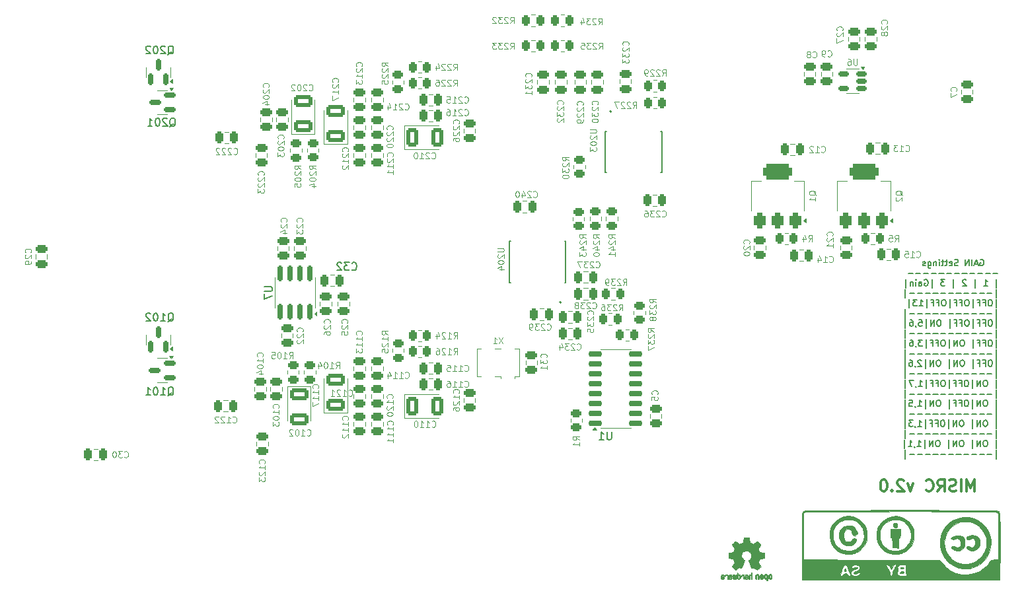
<source format=gbo>
G04 #@! TF.GenerationSoftware,KiCad,Pcbnew,8.0.1*
G04 #@! TF.CreationDate,2024-05-10T09:11:52+02:00*
G04 #@! TF.ProjectId,MISRC_v2,4d495352-435f-4763-922e-6b696361645f,0.3*
G04 #@! TF.SameCoordinates,Original*
G04 #@! TF.FileFunction,Legend,Bot*
G04 #@! TF.FilePolarity,Positive*
%FSLAX46Y46*%
G04 Gerber Fmt 4.6, Leading zero omitted, Abs format (unit mm)*
G04 Created by KiCad (PCBNEW 8.0.1) date 2024-05-10 09:11:52*
%MOMM*%
%LPD*%
G01*
G04 APERTURE LIST*
G04 Aperture macros list*
%AMRoundRect*
0 Rectangle with rounded corners*
0 $1 Rounding radius*
0 $2 $3 $4 $5 $6 $7 $8 $9 X,Y pos of 4 corners*
0 Add a 4 corners polygon primitive as box body*
4,1,4,$2,$3,$4,$5,$6,$7,$8,$9,$2,$3,0*
0 Add four circle primitives for the rounded corners*
1,1,$1+$1,$2,$3*
1,1,$1+$1,$4,$5*
1,1,$1+$1,$6,$7*
1,1,$1+$1,$8,$9*
0 Add four rect primitives between the rounded corners*
20,1,$1+$1,$2,$3,$4,$5,0*
20,1,$1+$1,$4,$5,$6,$7,0*
20,1,$1+$1,$6,$7,$8,$9,0*
20,1,$1+$1,$8,$9,$2,$3,0*%
G04 Aperture macros list end*
%ADD10C,0.200000*%
%ADD11C,0.300000*%
%ADD12C,0.120000*%
%ADD13C,0.150000*%
%ADD14C,0.010000*%
%ADD15C,0.127000*%
%ADD16C,0.476609*%
%ADD17R,1.600000X1.600000*%
%ADD18C,1.600000*%
%ADD19R,1.700000X1.700000*%
%ADD20O,1.700000X1.700000*%
%ADD21C,2.050000*%
%ADD22C,2.250000*%
%ADD23C,3.200000*%
%ADD24C,3.000000*%
%ADD25C,4.000000*%
%ADD26C,1.440000*%
%ADD27C,1.950000*%
%ADD28C,5.175000*%
%ADD29RoundRect,0.250000X-0.250000X-0.475000X0.250000X-0.475000X0.250000X0.475000X-0.250000X0.475000X0*%
%ADD30RoundRect,0.250001X-0.924999X0.499999X-0.924999X-0.499999X0.924999X-0.499999X0.924999X0.499999X0*%
%ADD31RoundRect,0.250000X-0.475000X0.250000X-0.475000X-0.250000X0.475000X-0.250000X0.475000X0.250000X0*%
%ADD32RoundRect,0.250000X0.475000X-0.250000X0.475000X0.250000X-0.475000X0.250000X-0.475000X-0.250000X0*%
%ADD33RoundRect,0.250000X-0.262500X-0.450000X0.262500X-0.450000X0.262500X0.450000X-0.262500X0.450000X0*%
%ADD34R,1.400000X1.200000*%
%ADD35RoundRect,0.150000X0.150000X-0.587500X0.150000X0.587500X-0.150000X0.587500X-0.150000X-0.587500X0*%
%ADD36RoundRect,0.250000X-0.450000X0.262500X-0.450000X-0.262500X0.450000X-0.262500X0.450000X0.262500X0*%
%ADD37RoundRect,0.250000X0.262500X0.450000X-0.262500X0.450000X-0.262500X-0.450000X0.262500X-0.450000X0*%
%ADD38RoundRect,0.375000X0.375000X-0.625000X0.375000X0.625000X-0.375000X0.625000X-0.375000X-0.625000X0*%
%ADD39RoundRect,0.500000X1.400000X-0.500000X1.400000X0.500000X-1.400000X0.500000X-1.400000X-0.500000X0*%
%ADD40RoundRect,0.150000X0.150000X-0.825000X0.150000X0.825000X-0.150000X0.825000X-0.150000X-0.825000X0*%
%ADD41R,3.000000X2.290000*%
%ADD42RoundRect,0.250001X0.924999X-0.499999X0.924999X0.499999X-0.924999X0.499999X-0.924999X-0.499999X0*%
%ADD43RoundRect,0.250000X0.450000X-0.262500X0.450000X0.262500X-0.450000X0.262500X-0.450000X-0.262500X0*%
%ADD44RoundRect,0.250000X0.250000X0.475000X-0.250000X0.475000X-0.250000X-0.475000X0.250000X-0.475000X0*%
%ADD45RoundRect,0.250001X-0.499999X-0.924999X0.499999X-0.924999X0.499999X0.924999X-0.499999X0.924999X0*%
%ADD46RoundRect,0.150000X0.512500X0.150000X-0.512500X0.150000X-0.512500X-0.150000X0.512500X-0.150000X0*%
%ADD47RoundRect,0.150000X0.587500X0.150000X-0.587500X0.150000X-0.587500X-0.150000X0.587500X-0.150000X0*%
%ADD48RoundRect,0.150000X-0.725000X-0.150000X0.725000X-0.150000X0.725000X0.150000X-0.725000X0.150000X0*%
G04 APERTURE END LIST*
D10*
X197680326Y-99120690D02*
X197756516Y-99082595D01*
X197756516Y-99082595D02*
X197870802Y-99082595D01*
X197870802Y-99082595D02*
X197985088Y-99120690D01*
X197985088Y-99120690D02*
X198061278Y-99196880D01*
X198061278Y-99196880D02*
X198099373Y-99273071D01*
X198099373Y-99273071D02*
X198137469Y-99425452D01*
X198137469Y-99425452D02*
X198137469Y-99539738D01*
X198137469Y-99539738D02*
X198099373Y-99692119D01*
X198099373Y-99692119D02*
X198061278Y-99768309D01*
X198061278Y-99768309D02*
X197985088Y-99844500D01*
X197985088Y-99844500D02*
X197870802Y-99882595D01*
X197870802Y-99882595D02*
X197794611Y-99882595D01*
X197794611Y-99882595D02*
X197680326Y-99844500D01*
X197680326Y-99844500D02*
X197642230Y-99806404D01*
X197642230Y-99806404D02*
X197642230Y-99539738D01*
X197642230Y-99539738D02*
X197794611Y-99539738D01*
X197337469Y-99654023D02*
X196956516Y-99654023D01*
X197413659Y-99882595D02*
X197146992Y-99082595D01*
X197146992Y-99082595D02*
X196880326Y-99882595D01*
X196613659Y-99882595D02*
X196613659Y-99082595D01*
X196232707Y-99882595D02*
X196232707Y-99082595D01*
X196232707Y-99082595D02*
X195775564Y-99882595D01*
X195775564Y-99882595D02*
X195775564Y-99082595D01*
X194823184Y-99844500D02*
X194708898Y-99882595D01*
X194708898Y-99882595D02*
X194518422Y-99882595D01*
X194518422Y-99882595D02*
X194442231Y-99844500D01*
X194442231Y-99844500D02*
X194404136Y-99806404D01*
X194404136Y-99806404D02*
X194366041Y-99730214D01*
X194366041Y-99730214D02*
X194366041Y-99654023D01*
X194366041Y-99654023D02*
X194404136Y-99577833D01*
X194404136Y-99577833D02*
X194442231Y-99539738D01*
X194442231Y-99539738D02*
X194518422Y-99501642D01*
X194518422Y-99501642D02*
X194670803Y-99463547D01*
X194670803Y-99463547D02*
X194746993Y-99425452D01*
X194746993Y-99425452D02*
X194785088Y-99387357D01*
X194785088Y-99387357D02*
X194823184Y-99311166D01*
X194823184Y-99311166D02*
X194823184Y-99234976D01*
X194823184Y-99234976D02*
X194785088Y-99158785D01*
X194785088Y-99158785D02*
X194746993Y-99120690D01*
X194746993Y-99120690D02*
X194670803Y-99082595D01*
X194670803Y-99082595D02*
X194480326Y-99082595D01*
X194480326Y-99082595D02*
X194366041Y-99120690D01*
X193718421Y-99844500D02*
X193794612Y-99882595D01*
X193794612Y-99882595D02*
X193946993Y-99882595D01*
X193946993Y-99882595D02*
X194023183Y-99844500D01*
X194023183Y-99844500D02*
X194061279Y-99768309D01*
X194061279Y-99768309D02*
X194061279Y-99463547D01*
X194061279Y-99463547D02*
X194023183Y-99387357D01*
X194023183Y-99387357D02*
X193946993Y-99349261D01*
X193946993Y-99349261D02*
X193794612Y-99349261D01*
X193794612Y-99349261D02*
X193718421Y-99387357D01*
X193718421Y-99387357D02*
X193680326Y-99463547D01*
X193680326Y-99463547D02*
X193680326Y-99539738D01*
X193680326Y-99539738D02*
X194061279Y-99615928D01*
X193451755Y-99349261D02*
X193146993Y-99349261D01*
X193337469Y-99082595D02*
X193337469Y-99768309D01*
X193337469Y-99768309D02*
X193299374Y-99844500D01*
X193299374Y-99844500D02*
X193223184Y-99882595D01*
X193223184Y-99882595D02*
X193146993Y-99882595D01*
X192994612Y-99349261D02*
X192689850Y-99349261D01*
X192880326Y-99082595D02*
X192880326Y-99768309D01*
X192880326Y-99768309D02*
X192842231Y-99844500D01*
X192842231Y-99844500D02*
X192766041Y-99882595D01*
X192766041Y-99882595D02*
X192689850Y-99882595D01*
X192423183Y-99882595D02*
X192423183Y-99349261D01*
X192423183Y-99082595D02*
X192461279Y-99120690D01*
X192461279Y-99120690D02*
X192423183Y-99158785D01*
X192423183Y-99158785D02*
X192385088Y-99120690D01*
X192385088Y-99120690D02*
X192423183Y-99082595D01*
X192423183Y-99082595D02*
X192423183Y-99158785D01*
X192042231Y-99349261D02*
X192042231Y-99882595D01*
X192042231Y-99425452D02*
X192004136Y-99387357D01*
X192004136Y-99387357D02*
X191927946Y-99349261D01*
X191927946Y-99349261D02*
X191813660Y-99349261D01*
X191813660Y-99349261D02*
X191737469Y-99387357D01*
X191737469Y-99387357D02*
X191699374Y-99463547D01*
X191699374Y-99463547D02*
X191699374Y-99882595D01*
X190975564Y-99349261D02*
X190975564Y-99996880D01*
X190975564Y-99996880D02*
X191013659Y-100073071D01*
X191013659Y-100073071D02*
X191051755Y-100111166D01*
X191051755Y-100111166D02*
X191127945Y-100149261D01*
X191127945Y-100149261D02*
X191242231Y-100149261D01*
X191242231Y-100149261D02*
X191318421Y-100111166D01*
X190975564Y-99844500D02*
X191051755Y-99882595D01*
X191051755Y-99882595D02*
X191204136Y-99882595D01*
X191204136Y-99882595D02*
X191280326Y-99844500D01*
X191280326Y-99844500D02*
X191318421Y-99806404D01*
X191318421Y-99806404D02*
X191356517Y-99730214D01*
X191356517Y-99730214D02*
X191356517Y-99501642D01*
X191356517Y-99501642D02*
X191318421Y-99425452D01*
X191318421Y-99425452D02*
X191280326Y-99387357D01*
X191280326Y-99387357D02*
X191204136Y-99349261D01*
X191204136Y-99349261D02*
X191051755Y-99349261D01*
X191051755Y-99349261D02*
X190975564Y-99387357D01*
X190632707Y-99844500D02*
X190556516Y-99882595D01*
X190556516Y-99882595D02*
X190404135Y-99882595D01*
X190404135Y-99882595D02*
X190327945Y-99844500D01*
X190327945Y-99844500D02*
X190289849Y-99768309D01*
X190289849Y-99768309D02*
X190289849Y-99730214D01*
X190289849Y-99730214D02*
X190327945Y-99654023D01*
X190327945Y-99654023D02*
X190404135Y-99615928D01*
X190404135Y-99615928D02*
X190518421Y-99615928D01*
X190518421Y-99615928D02*
X190594611Y-99577833D01*
X190594611Y-99577833D02*
X190632707Y-99501642D01*
X190632707Y-99501642D02*
X190632707Y-99463547D01*
X190632707Y-99463547D02*
X190594611Y-99387357D01*
X190594611Y-99387357D02*
X190518421Y-99349261D01*
X190518421Y-99349261D02*
X190404135Y-99349261D01*
X190404135Y-99349261D02*
X190327945Y-99387357D01*
X199927945Y-100865788D02*
X199318422Y-100865788D01*
X198937469Y-100865788D02*
X198327946Y-100865788D01*
X197946993Y-100865788D02*
X197337470Y-100865788D01*
X196956517Y-100865788D02*
X196346994Y-100865788D01*
X195966041Y-100865788D02*
X195356518Y-100865788D01*
X194975565Y-100865788D02*
X194366042Y-100865788D01*
X193985089Y-100865788D02*
X193375566Y-100865788D01*
X192994613Y-100865788D02*
X192385090Y-100865788D01*
X192004137Y-100865788D02*
X191394614Y-100865788D01*
X191013661Y-100865788D02*
X190404138Y-100865788D01*
X190023185Y-100865788D02*
X189413662Y-100865788D01*
X189032709Y-100865788D02*
X188423186Y-100865788D01*
X199737469Y-102725171D02*
X199737469Y-101582314D01*
X198137469Y-102458505D02*
X198594612Y-102458505D01*
X198366040Y-102458505D02*
X198366040Y-101658505D01*
X198366040Y-101658505D02*
X198442231Y-101772790D01*
X198442231Y-101772790D02*
X198518421Y-101848981D01*
X198518421Y-101848981D02*
X198594612Y-101887076D01*
X196994611Y-102725171D02*
X196994611Y-101582314D01*
X195851754Y-101734695D02*
X195813658Y-101696600D01*
X195813658Y-101696600D02*
X195737468Y-101658505D01*
X195737468Y-101658505D02*
X195546992Y-101658505D01*
X195546992Y-101658505D02*
X195470801Y-101696600D01*
X195470801Y-101696600D02*
X195432706Y-101734695D01*
X195432706Y-101734695D02*
X195394611Y-101810886D01*
X195394611Y-101810886D02*
X195394611Y-101887076D01*
X195394611Y-101887076D02*
X195432706Y-102001362D01*
X195432706Y-102001362D02*
X195889849Y-102458505D01*
X195889849Y-102458505D02*
X195394611Y-102458505D01*
X194251753Y-102725171D02*
X194251753Y-101582314D01*
X193146991Y-101658505D02*
X192651753Y-101658505D01*
X192651753Y-101658505D02*
X192918419Y-101963267D01*
X192918419Y-101963267D02*
X192804134Y-101963267D01*
X192804134Y-101963267D02*
X192727943Y-102001362D01*
X192727943Y-102001362D02*
X192689848Y-102039457D01*
X192689848Y-102039457D02*
X192651753Y-102115648D01*
X192651753Y-102115648D02*
X192651753Y-102306124D01*
X192651753Y-102306124D02*
X192689848Y-102382314D01*
X192689848Y-102382314D02*
X192727943Y-102420410D01*
X192727943Y-102420410D02*
X192804134Y-102458505D01*
X192804134Y-102458505D02*
X193032705Y-102458505D01*
X193032705Y-102458505D02*
X193108896Y-102420410D01*
X193108896Y-102420410D02*
X193146991Y-102382314D01*
X191508895Y-102725171D02*
X191508895Y-101582314D01*
X190518419Y-101696600D02*
X190594609Y-101658505D01*
X190594609Y-101658505D02*
X190708895Y-101658505D01*
X190708895Y-101658505D02*
X190823181Y-101696600D01*
X190823181Y-101696600D02*
X190899371Y-101772790D01*
X190899371Y-101772790D02*
X190937466Y-101848981D01*
X190937466Y-101848981D02*
X190975562Y-102001362D01*
X190975562Y-102001362D02*
X190975562Y-102115648D01*
X190975562Y-102115648D02*
X190937466Y-102268029D01*
X190937466Y-102268029D02*
X190899371Y-102344219D01*
X190899371Y-102344219D02*
X190823181Y-102420410D01*
X190823181Y-102420410D02*
X190708895Y-102458505D01*
X190708895Y-102458505D02*
X190632704Y-102458505D01*
X190632704Y-102458505D02*
X190518419Y-102420410D01*
X190518419Y-102420410D02*
X190480323Y-102382314D01*
X190480323Y-102382314D02*
X190480323Y-102115648D01*
X190480323Y-102115648D02*
X190632704Y-102115648D01*
X189794609Y-102458505D02*
X189794609Y-102039457D01*
X189794609Y-102039457D02*
X189832704Y-101963267D01*
X189832704Y-101963267D02*
X189908895Y-101925171D01*
X189908895Y-101925171D02*
X190061276Y-101925171D01*
X190061276Y-101925171D02*
X190137466Y-101963267D01*
X189794609Y-102420410D02*
X189870800Y-102458505D01*
X189870800Y-102458505D02*
X190061276Y-102458505D01*
X190061276Y-102458505D02*
X190137466Y-102420410D01*
X190137466Y-102420410D02*
X190175562Y-102344219D01*
X190175562Y-102344219D02*
X190175562Y-102268029D01*
X190175562Y-102268029D02*
X190137466Y-102191838D01*
X190137466Y-102191838D02*
X190061276Y-102153743D01*
X190061276Y-102153743D02*
X189870800Y-102153743D01*
X189870800Y-102153743D02*
X189794609Y-102115648D01*
X189413656Y-102458505D02*
X189413656Y-101925171D01*
X189413656Y-101658505D02*
X189451752Y-101696600D01*
X189451752Y-101696600D02*
X189413656Y-101734695D01*
X189413656Y-101734695D02*
X189375561Y-101696600D01*
X189375561Y-101696600D02*
X189413656Y-101658505D01*
X189413656Y-101658505D02*
X189413656Y-101734695D01*
X189032704Y-101925171D02*
X189032704Y-102458505D01*
X189032704Y-102001362D02*
X188994609Y-101963267D01*
X188994609Y-101963267D02*
X188918419Y-101925171D01*
X188918419Y-101925171D02*
X188804133Y-101925171D01*
X188804133Y-101925171D02*
X188727942Y-101963267D01*
X188727942Y-101963267D02*
X188689847Y-102039457D01*
X188689847Y-102039457D02*
X188689847Y-102458505D01*
X188118418Y-102725171D02*
X188118418Y-101582314D01*
X199737469Y-104013126D02*
X199737469Y-102870269D01*
X199166040Y-103441698D02*
X198556517Y-103441698D01*
X198175564Y-103441698D02*
X197566041Y-103441698D01*
X197185088Y-103441698D02*
X196575565Y-103441698D01*
X196194612Y-103441698D02*
X195585089Y-103441698D01*
X195204136Y-103441698D02*
X194594613Y-103441698D01*
X194213660Y-103441698D02*
X193604137Y-103441698D01*
X193223184Y-103441698D02*
X192613661Y-103441698D01*
X192232708Y-103441698D02*
X191623185Y-103441698D01*
X191242232Y-103441698D02*
X190632709Y-103441698D01*
X190251756Y-103441698D02*
X189642233Y-103441698D01*
X189261280Y-103441698D02*
X188651757Y-103441698D01*
X188080328Y-104013126D02*
X188080328Y-102870269D01*
X199737469Y-105301081D02*
X199737469Y-104158224D01*
X199013659Y-104234415D02*
X198861278Y-104234415D01*
X198861278Y-104234415D02*
X198785088Y-104272510D01*
X198785088Y-104272510D02*
X198708897Y-104348700D01*
X198708897Y-104348700D02*
X198670802Y-104501081D01*
X198670802Y-104501081D02*
X198670802Y-104767748D01*
X198670802Y-104767748D02*
X198708897Y-104920129D01*
X198708897Y-104920129D02*
X198785088Y-104996320D01*
X198785088Y-104996320D02*
X198861278Y-105034415D01*
X198861278Y-105034415D02*
X199013659Y-105034415D01*
X199013659Y-105034415D02*
X199089850Y-104996320D01*
X199089850Y-104996320D02*
X199166040Y-104920129D01*
X199166040Y-104920129D02*
X199204136Y-104767748D01*
X199204136Y-104767748D02*
X199204136Y-104501081D01*
X199204136Y-104501081D02*
X199166040Y-104348700D01*
X199166040Y-104348700D02*
X199089850Y-104272510D01*
X199089850Y-104272510D02*
X199013659Y-104234415D01*
X198061279Y-104615367D02*
X198327945Y-104615367D01*
X198327945Y-105034415D02*
X198327945Y-104234415D01*
X198327945Y-104234415D02*
X197946993Y-104234415D01*
X197375565Y-104615367D02*
X197642231Y-104615367D01*
X197642231Y-105034415D02*
X197642231Y-104234415D01*
X197642231Y-104234415D02*
X197261279Y-104234415D01*
X196766041Y-105301081D02*
X196766041Y-104158224D01*
X196042231Y-104234415D02*
X195889850Y-104234415D01*
X195889850Y-104234415D02*
X195813660Y-104272510D01*
X195813660Y-104272510D02*
X195737469Y-104348700D01*
X195737469Y-104348700D02*
X195699374Y-104501081D01*
X195699374Y-104501081D02*
X195699374Y-104767748D01*
X195699374Y-104767748D02*
X195737469Y-104920129D01*
X195737469Y-104920129D02*
X195813660Y-104996320D01*
X195813660Y-104996320D02*
X195889850Y-105034415D01*
X195889850Y-105034415D02*
X196042231Y-105034415D01*
X196042231Y-105034415D02*
X196118422Y-104996320D01*
X196118422Y-104996320D02*
X196194612Y-104920129D01*
X196194612Y-104920129D02*
X196232708Y-104767748D01*
X196232708Y-104767748D02*
X196232708Y-104501081D01*
X196232708Y-104501081D02*
X196194612Y-104348700D01*
X196194612Y-104348700D02*
X196118422Y-104272510D01*
X196118422Y-104272510D02*
X196042231Y-104234415D01*
X195089851Y-104615367D02*
X195356517Y-104615367D01*
X195356517Y-105034415D02*
X195356517Y-104234415D01*
X195356517Y-104234415D02*
X194975565Y-104234415D01*
X194404137Y-104615367D02*
X194670803Y-104615367D01*
X194670803Y-105034415D02*
X194670803Y-104234415D01*
X194670803Y-104234415D02*
X194289851Y-104234415D01*
X193794613Y-105301081D02*
X193794613Y-104158224D01*
X193070803Y-104234415D02*
X192918422Y-104234415D01*
X192918422Y-104234415D02*
X192842232Y-104272510D01*
X192842232Y-104272510D02*
X192766041Y-104348700D01*
X192766041Y-104348700D02*
X192727946Y-104501081D01*
X192727946Y-104501081D02*
X192727946Y-104767748D01*
X192727946Y-104767748D02*
X192766041Y-104920129D01*
X192766041Y-104920129D02*
X192842232Y-104996320D01*
X192842232Y-104996320D02*
X192918422Y-105034415D01*
X192918422Y-105034415D02*
X193070803Y-105034415D01*
X193070803Y-105034415D02*
X193146994Y-104996320D01*
X193146994Y-104996320D02*
X193223184Y-104920129D01*
X193223184Y-104920129D02*
X193261280Y-104767748D01*
X193261280Y-104767748D02*
X193261280Y-104501081D01*
X193261280Y-104501081D02*
X193223184Y-104348700D01*
X193223184Y-104348700D02*
X193146994Y-104272510D01*
X193146994Y-104272510D02*
X193070803Y-104234415D01*
X192118423Y-104615367D02*
X192385089Y-104615367D01*
X192385089Y-105034415D02*
X192385089Y-104234415D01*
X192385089Y-104234415D02*
X192004137Y-104234415D01*
X191432709Y-104615367D02*
X191699375Y-104615367D01*
X191699375Y-105034415D02*
X191699375Y-104234415D01*
X191699375Y-104234415D02*
X191318423Y-104234415D01*
X190823185Y-105301081D02*
X190823185Y-104158224D01*
X189832709Y-105034415D02*
X190289852Y-105034415D01*
X190061280Y-105034415D02*
X190061280Y-104234415D01*
X190061280Y-104234415D02*
X190137471Y-104348700D01*
X190137471Y-104348700D02*
X190213661Y-104424891D01*
X190213661Y-104424891D02*
X190289852Y-104462986D01*
X189566042Y-104234415D02*
X189070804Y-104234415D01*
X189070804Y-104234415D02*
X189337470Y-104539177D01*
X189337470Y-104539177D02*
X189223185Y-104539177D01*
X189223185Y-104539177D02*
X189146994Y-104577272D01*
X189146994Y-104577272D02*
X189108899Y-104615367D01*
X189108899Y-104615367D02*
X189070804Y-104691558D01*
X189070804Y-104691558D02*
X189070804Y-104882034D01*
X189070804Y-104882034D02*
X189108899Y-104958224D01*
X189108899Y-104958224D02*
X189146994Y-104996320D01*
X189146994Y-104996320D02*
X189223185Y-105034415D01*
X189223185Y-105034415D02*
X189451756Y-105034415D01*
X189451756Y-105034415D02*
X189527947Y-104996320D01*
X189527947Y-104996320D02*
X189566042Y-104958224D01*
X188537470Y-105301081D02*
X188537470Y-104158224D01*
X199737469Y-106589036D02*
X199737469Y-105446179D01*
X199166040Y-106017608D02*
X198556517Y-106017608D01*
X198175564Y-106017608D02*
X197566041Y-106017608D01*
X197185088Y-106017608D02*
X196575565Y-106017608D01*
X196194612Y-106017608D02*
X195585089Y-106017608D01*
X195204136Y-106017608D02*
X194594613Y-106017608D01*
X194213660Y-106017608D02*
X193604137Y-106017608D01*
X193223184Y-106017608D02*
X192613661Y-106017608D01*
X192232708Y-106017608D02*
X191623185Y-106017608D01*
X191242232Y-106017608D02*
X190632709Y-106017608D01*
X190251756Y-106017608D02*
X189642233Y-106017608D01*
X189261280Y-106017608D02*
X188651757Y-106017608D01*
X188080328Y-106589036D02*
X188080328Y-105446179D01*
X199737469Y-107876991D02*
X199737469Y-106734134D01*
X199013659Y-106810325D02*
X198861278Y-106810325D01*
X198861278Y-106810325D02*
X198785088Y-106848420D01*
X198785088Y-106848420D02*
X198708897Y-106924610D01*
X198708897Y-106924610D02*
X198670802Y-107076991D01*
X198670802Y-107076991D02*
X198670802Y-107343658D01*
X198670802Y-107343658D02*
X198708897Y-107496039D01*
X198708897Y-107496039D02*
X198785088Y-107572230D01*
X198785088Y-107572230D02*
X198861278Y-107610325D01*
X198861278Y-107610325D02*
X199013659Y-107610325D01*
X199013659Y-107610325D02*
X199089850Y-107572230D01*
X199089850Y-107572230D02*
X199166040Y-107496039D01*
X199166040Y-107496039D02*
X199204136Y-107343658D01*
X199204136Y-107343658D02*
X199204136Y-107076991D01*
X199204136Y-107076991D02*
X199166040Y-106924610D01*
X199166040Y-106924610D02*
X199089850Y-106848420D01*
X199089850Y-106848420D02*
X199013659Y-106810325D01*
X198061279Y-107191277D02*
X198327945Y-107191277D01*
X198327945Y-107610325D02*
X198327945Y-106810325D01*
X198327945Y-106810325D02*
X197946993Y-106810325D01*
X197375565Y-107191277D02*
X197642231Y-107191277D01*
X197642231Y-107610325D02*
X197642231Y-106810325D01*
X197642231Y-106810325D02*
X197261279Y-106810325D01*
X196766041Y-107876991D02*
X196766041Y-106734134D01*
X196042231Y-106810325D02*
X195889850Y-106810325D01*
X195889850Y-106810325D02*
X195813660Y-106848420D01*
X195813660Y-106848420D02*
X195737469Y-106924610D01*
X195737469Y-106924610D02*
X195699374Y-107076991D01*
X195699374Y-107076991D02*
X195699374Y-107343658D01*
X195699374Y-107343658D02*
X195737469Y-107496039D01*
X195737469Y-107496039D02*
X195813660Y-107572230D01*
X195813660Y-107572230D02*
X195889850Y-107610325D01*
X195889850Y-107610325D02*
X196042231Y-107610325D01*
X196042231Y-107610325D02*
X196118422Y-107572230D01*
X196118422Y-107572230D02*
X196194612Y-107496039D01*
X196194612Y-107496039D02*
X196232708Y-107343658D01*
X196232708Y-107343658D02*
X196232708Y-107076991D01*
X196232708Y-107076991D02*
X196194612Y-106924610D01*
X196194612Y-106924610D02*
X196118422Y-106848420D01*
X196118422Y-106848420D02*
X196042231Y-106810325D01*
X195089851Y-107191277D02*
X195356517Y-107191277D01*
X195356517Y-107610325D02*
X195356517Y-106810325D01*
X195356517Y-106810325D02*
X194975565Y-106810325D01*
X194404137Y-107191277D02*
X194670803Y-107191277D01*
X194670803Y-107610325D02*
X194670803Y-106810325D01*
X194670803Y-106810325D02*
X194289851Y-106810325D01*
X193794613Y-107876991D02*
X193794613Y-106734134D01*
X192461279Y-106810325D02*
X192308898Y-106810325D01*
X192308898Y-106810325D02*
X192232708Y-106848420D01*
X192232708Y-106848420D02*
X192156517Y-106924610D01*
X192156517Y-106924610D02*
X192118422Y-107076991D01*
X192118422Y-107076991D02*
X192118422Y-107343658D01*
X192118422Y-107343658D02*
X192156517Y-107496039D01*
X192156517Y-107496039D02*
X192232708Y-107572230D01*
X192232708Y-107572230D02*
X192308898Y-107610325D01*
X192308898Y-107610325D02*
X192461279Y-107610325D01*
X192461279Y-107610325D02*
X192537470Y-107572230D01*
X192537470Y-107572230D02*
X192613660Y-107496039D01*
X192613660Y-107496039D02*
X192651756Y-107343658D01*
X192651756Y-107343658D02*
X192651756Y-107076991D01*
X192651756Y-107076991D02*
X192613660Y-106924610D01*
X192613660Y-106924610D02*
X192537470Y-106848420D01*
X192537470Y-106848420D02*
X192461279Y-106810325D01*
X191775565Y-107610325D02*
X191775565Y-106810325D01*
X191775565Y-106810325D02*
X191318422Y-107610325D01*
X191318422Y-107610325D02*
X191318422Y-106810325D01*
X190746994Y-107876991D02*
X190746994Y-106734134D01*
X189794613Y-106810325D02*
X190175565Y-106810325D01*
X190175565Y-106810325D02*
X190213661Y-107191277D01*
X190213661Y-107191277D02*
X190175565Y-107153182D01*
X190175565Y-107153182D02*
X190099375Y-107115087D01*
X190099375Y-107115087D02*
X189908899Y-107115087D01*
X189908899Y-107115087D02*
X189832708Y-107153182D01*
X189832708Y-107153182D02*
X189794613Y-107191277D01*
X189794613Y-107191277D02*
X189756518Y-107267468D01*
X189756518Y-107267468D02*
X189756518Y-107457944D01*
X189756518Y-107457944D02*
X189794613Y-107534134D01*
X189794613Y-107534134D02*
X189832708Y-107572230D01*
X189832708Y-107572230D02*
X189908899Y-107610325D01*
X189908899Y-107610325D02*
X190099375Y-107610325D01*
X190099375Y-107610325D02*
X190175565Y-107572230D01*
X190175565Y-107572230D02*
X190213661Y-107534134D01*
X189375565Y-107572230D02*
X189375565Y-107610325D01*
X189375565Y-107610325D02*
X189413660Y-107686515D01*
X189413660Y-107686515D02*
X189451756Y-107724610D01*
X188689851Y-106810325D02*
X188842232Y-106810325D01*
X188842232Y-106810325D02*
X188918423Y-106848420D01*
X188918423Y-106848420D02*
X188956518Y-106886515D01*
X188956518Y-106886515D02*
X189032708Y-107000801D01*
X189032708Y-107000801D02*
X189070804Y-107153182D01*
X189070804Y-107153182D02*
X189070804Y-107457944D01*
X189070804Y-107457944D02*
X189032708Y-107534134D01*
X189032708Y-107534134D02*
X188994613Y-107572230D01*
X188994613Y-107572230D02*
X188918423Y-107610325D01*
X188918423Y-107610325D02*
X188766042Y-107610325D01*
X188766042Y-107610325D02*
X188689851Y-107572230D01*
X188689851Y-107572230D02*
X188651756Y-107534134D01*
X188651756Y-107534134D02*
X188613661Y-107457944D01*
X188613661Y-107457944D02*
X188613661Y-107267468D01*
X188613661Y-107267468D02*
X188651756Y-107191277D01*
X188651756Y-107191277D02*
X188689851Y-107153182D01*
X188689851Y-107153182D02*
X188766042Y-107115087D01*
X188766042Y-107115087D02*
X188918423Y-107115087D01*
X188918423Y-107115087D02*
X188994613Y-107153182D01*
X188994613Y-107153182D02*
X189032708Y-107191277D01*
X189032708Y-107191277D02*
X189070804Y-107267468D01*
X188080327Y-107876991D02*
X188080327Y-106734134D01*
X199737469Y-109164946D02*
X199737469Y-108022089D01*
X199166040Y-108593518D02*
X198556517Y-108593518D01*
X198175564Y-108593518D02*
X197566041Y-108593518D01*
X197185088Y-108593518D02*
X196575565Y-108593518D01*
X196194612Y-108593518D02*
X195585089Y-108593518D01*
X195204136Y-108593518D02*
X194594613Y-108593518D01*
X194213660Y-108593518D02*
X193604137Y-108593518D01*
X193223184Y-108593518D02*
X192613661Y-108593518D01*
X192232708Y-108593518D02*
X191623185Y-108593518D01*
X191242232Y-108593518D02*
X190632709Y-108593518D01*
X190251756Y-108593518D02*
X189642233Y-108593518D01*
X189261280Y-108593518D02*
X188651757Y-108593518D01*
X188080328Y-109164946D02*
X188080328Y-108022089D01*
X199737469Y-110452901D02*
X199737469Y-109310044D01*
X199013659Y-109386235D02*
X198861278Y-109386235D01*
X198861278Y-109386235D02*
X198785088Y-109424330D01*
X198785088Y-109424330D02*
X198708897Y-109500520D01*
X198708897Y-109500520D02*
X198670802Y-109652901D01*
X198670802Y-109652901D02*
X198670802Y-109919568D01*
X198670802Y-109919568D02*
X198708897Y-110071949D01*
X198708897Y-110071949D02*
X198785088Y-110148140D01*
X198785088Y-110148140D02*
X198861278Y-110186235D01*
X198861278Y-110186235D02*
X199013659Y-110186235D01*
X199013659Y-110186235D02*
X199089850Y-110148140D01*
X199089850Y-110148140D02*
X199166040Y-110071949D01*
X199166040Y-110071949D02*
X199204136Y-109919568D01*
X199204136Y-109919568D02*
X199204136Y-109652901D01*
X199204136Y-109652901D02*
X199166040Y-109500520D01*
X199166040Y-109500520D02*
X199089850Y-109424330D01*
X199089850Y-109424330D02*
X199013659Y-109386235D01*
X198061279Y-109767187D02*
X198327945Y-109767187D01*
X198327945Y-110186235D02*
X198327945Y-109386235D01*
X198327945Y-109386235D02*
X197946993Y-109386235D01*
X197375565Y-109767187D02*
X197642231Y-109767187D01*
X197642231Y-110186235D02*
X197642231Y-109386235D01*
X197642231Y-109386235D02*
X197261279Y-109386235D01*
X196766041Y-110452901D02*
X196766041Y-109310044D01*
X195432707Y-109386235D02*
X195280326Y-109386235D01*
X195280326Y-109386235D02*
X195204136Y-109424330D01*
X195204136Y-109424330D02*
X195127945Y-109500520D01*
X195127945Y-109500520D02*
X195089850Y-109652901D01*
X195089850Y-109652901D02*
X195089850Y-109919568D01*
X195089850Y-109919568D02*
X195127945Y-110071949D01*
X195127945Y-110071949D02*
X195204136Y-110148140D01*
X195204136Y-110148140D02*
X195280326Y-110186235D01*
X195280326Y-110186235D02*
X195432707Y-110186235D01*
X195432707Y-110186235D02*
X195508898Y-110148140D01*
X195508898Y-110148140D02*
X195585088Y-110071949D01*
X195585088Y-110071949D02*
X195623184Y-109919568D01*
X195623184Y-109919568D02*
X195623184Y-109652901D01*
X195623184Y-109652901D02*
X195585088Y-109500520D01*
X195585088Y-109500520D02*
X195508898Y-109424330D01*
X195508898Y-109424330D02*
X195432707Y-109386235D01*
X194746993Y-110186235D02*
X194746993Y-109386235D01*
X194746993Y-109386235D02*
X194289850Y-110186235D01*
X194289850Y-110186235D02*
X194289850Y-109386235D01*
X193718422Y-110452901D02*
X193718422Y-109310044D01*
X192994612Y-109386235D02*
X192842231Y-109386235D01*
X192842231Y-109386235D02*
X192766041Y-109424330D01*
X192766041Y-109424330D02*
X192689850Y-109500520D01*
X192689850Y-109500520D02*
X192651755Y-109652901D01*
X192651755Y-109652901D02*
X192651755Y-109919568D01*
X192651755Y-109919568D02*
X192689850Y-110071949D01*
X192689850Y-110071949D02*
X192766041Y-110148140D01*
X192766041Y-110148140D02*
X192842231Y-110186235D01*
X192842231Y-110186235D02*
X192994612Y-110186235D01*
X192994612Y-110186235D02*
X193070803Y-110148140D01*
X193070803Y-110148140D02*
X193146993Y-110071949D01*
X193146993Y-110071949D02*
X193185089Y-109919568D01*
X193185089Y-109919568D02*
X193185089Y-109652901D01*
X193185089Y-109652901D02*
X193146993Y-109500520D01*
X193146993Y-109500520D02*
X193070803Y-109424330D01*
X193070803Y-109424330D02*
X192994612Y-109386235D01*
X192042232Y-109767187D02*
X192308898Y-109767187D01*
X192308898Y-110186235D02*
X192308898Y-109386235D01*
X192308898Y-109386235D02*
X191927946Y-109386235D01*
X191356518Y-109767187D02*
X191623184Y-109767187D01*
X191623184Y-110186235D02*
X191623184Y-109386235D01*
X191623184Y-109386235D02*
X191242232Y-109386235D01*
X190746994Y-110452901D02*
X190746994Y-109310044D01*
X190251756Y-109386235D02*
X189756518Y-109386235D01*
X189756518Y-109386235D02*
X190023184Y-109690997D01*
X190023184Y-109690997D02*
X189908899Y-109690997D01*
X189908899Y-109690997D02*
X189832708Y-109729092D01*
X189832708Y-109729092D02*
X189794613Y-109767187D01*
X189794613Y-109767187D02*
X189756518Y-109843378D01*
X189756518Y-109843378D02*
X189756518Y-110033854D01*
X189756518Y-110033854D02*
X189794613Y-110110044D01*
X189794613Y-110110044D02*
X189832708Y-110148140D01*
X189832708Y-110148140D02*
X189908899Y-110186235D01*
X189908899Y-110186235D02*
X190137470Y-110186235D01*
X190137470Y-110186235D02*
X190213661Y-110148140D01*
X190213661Y-110148140D02*
X190251756Y-110110044D01*
X189375565Y-110148140D02*
X189375565Y-110186235D01*
X189375565Y-110186235D02*
X189413660Y-110262425D01*
X189413660Y-110262425D02*
X189451756Y-110300520D01*
X188689851Y-109386235D02*
X188842232Y-109386235D01*
X188842232Y-109386235D02*
X188918423Y-109424330D01*
X188918423Y-109424330D02*
X188956518Y-109462425D01*
X188956518Y-109462425D02*
X189032708Y-109576711D01*
X189032708Y-109576711D02*
X189070804Y-109729092D01*
X189070804Y-109729092D02*
X189070804Y-110033854D01*
X189070804Y-110033854D02*
X189032708Y-110110044D01*
X189032708Y-110110044D02*
X188994613Y-110148140D01*
X188994613Y-110148140D02*
X188918423Y-110186235D01*
X188918423Y-110186235D02*
X188766042Y-110186235D01*
X188766042Y-110186235D02*
X188689851Y-110148140D01*
X188689851Y-110148140D02*
X188651756Y-110110044D01*
X188651756Y-110110044D02*
X188613661Y-110033854D01*
X188613661Y-110033854D02*
X188613661Y-109843378D01*
X188613661Y-109843378D02*
X188651756Y-109767187D01*
X188651756Y-109767187D02*
X188689851Y-109729092D01*
X188689851Y-109729092D02*
X188766042Y-109690997D01*
X188766042Y-109690997D02*
X188918423Y-109690997D01*
X188918423Y-109690997D02*
X188994613Y-109729092D01*
X188994613Y-109729092D02*
X189032708Y-109767187D01*
X189032708Y-109767187D02*
X189070804Y-109843378D01*
X188080327Y-110452901D02*
X188080327Y-109310044D01*
X199737469Y-111740856D02*
X199737469Y-110597999D01*
X199166040Y-111169428D02*
X198556517Y-111169428D01*
X198175564Y-111169428D02*
X197566041Y-111169428D01*
X197185088Y-111169428D02*
X196575565Y-111169428D01*
X196194612Y-111169428D02*
X195585089Y-111169428D01*
X195204136Y-111169428D02*
X194594613Y-111169428D01*
X194213660Y-111169428D02*
X193604137Y-111169428D01*
X193223184Y-111169428D02*
X192613661Y-111169428D01*
X192232708Y-111169428D02*
X191623185Y-111169428D01*
X191242232Y-111169428D02*
X190632709Y-111169428D01*
X190251756Y-111169428D02*
X189642233Y-111169428D01*
X189261280Y-111169428D02*
X188651757Y-111169428D01*
X188080328Y-111740856D02*
X188080328Y-110597999D01*
X199737469Y-113028811D02*
X199737469Y-111885954D01*
X199013659Y-111962145D02*
X198861278Y-111962145D01*
X198861278Y-111962145D02*
X198785088Y-112000240D01*
X198785088Y-112000240D02*
X198708897Y-112076430D01*
X198708897Y-112076430D02*
X198670802Y-112228811D01*
X198670802Y-112228811D02*
X198670802Y-112495478D01*
X198670802Y-112495478D02*
X198708897Y-112647859D01*
X198708897Y-112647859D02*
X198785088Y-112724050D01*
X198785088Y-112724050D02*
X198861278Y-112762145D01*
X198861278Y-112762145D02*
X199013659Y-112762145D01*
X199013659Y-112762145D02*
X199089850Y-112724050D01*
X199089850Y-112724050D02*
X199166040Y-112647859D01*
X199166040Y-112647859D02*
X199204136Y-112495478D01*
X199204136Y-112495478D02*
X199204136Y-112228811D01*
X199204136Y-112228811D02*
X199166040Y-112076430D01*
X199166040Y-112076430D02*
X199089850Y-112000240D01*
X199089850Y-112000240D02*
X199013659Y-111962145D01*
X198061279Y-112343097D02*
X198327945Y-112343097D01*
X198327945Y-112762145D02*
X198327945Y-111962145D01*
X198327945Y-111962145D02*
X197946993Y-111962145D01*
X197375565Y-112343097D02*
X197642231Y-112343097D01*
X197642231Y-112762145D02*
X197642231Y-111962145D01*
X197642231Y-111962145D02*
X197261279Y-111962145D01*
X196766041Y-113028811D02*
X196766041Y-111885954D01*
X195432707Y-111962145D02*
X195280326Y-111962145D01*
X195280326Y-111962145D02*
X195204136Y-112000240D01*
X195204136Y-112000240D02*
X195127945Y-112076430D01*
X195127945Y-112076430D02*
X195089850Y-112228811D01*
X195089850Y-112228811D02*
X195089850Y-112495478D01*
X195089850Y-112495478D02*
X195127945Y-112647859D01*
X195127945Y-112647859D02*
X195204136Y-112724050D01*
X195204136Y-112724050D02*
X195280326Y-112762145D01*
X195280326Y-112762145D02*
X195432707Y-112762145D01*
X195432707Y-112762145D02*
X195508898Y-112724050D01*
X195508898Y-112724050D02*
X195585088Y-112647859D01*
X195585088Y-112647859D02*
X195623184Y-112495478D01*
X195623184Y-112495478D02*
X195623184Y-112228811D01*
X195623184Y-112228811D02*
X195585088Y-112076430D01*
X195585088Y-112076430D02*
X195508898Y-112000240D01*
X195508898Y-112000240D02*
X195432707Y-111962145D01*
X194746993Y-112762145D02*
X194746993Y-111962145D01*
X194746993Y-111962145D02*
X194289850Y-112762145D01*
X194289850Y-112762145D02*
X194289850Y-111962145D01*
X193718422Y-113028811D02*
X193718422Y-111885954D01*
X192385088Y-111962145D02*
X192232707Y-111962145D01*
X192232707Y-111962145D02*
X192156517Y-112000240D01*
X192156517Y-112000240D02*
X192080326Y-112076430D01*
X192080326Y-112076430D02*
X192042231Y-112228811D01*
X192042231Y-112228811D02*
X192042231Y-112495478D01*
X192042231Y-112495478D02*
X192080326Y-112647859D01*
X192080326Y-112647859D02*
X192156517Y-112724050D01*
X192156517Y-112724050D02*
X192232707Y-112762145D01*
X192232707Y-112762145D02*
X192385088Y-112762145D01*
X192385088Y-112762145D02*
X192461279Y-112724050D01*
X192461279Y-112724050D02*
X192537469Y-112647859D01*
X192537469Y-112647859D02*
X192575565Y-112495478D01*
X192575565Y-112495478D02*
X192575565Y-112228811D01*
X192575565Y-112228811D02*
X192537469Y-112076430D01*
X192537469Y-112076430D02*
X192461279Y-112000240D01*
X192461279Y-112000240D02*
X192385088Y-111962145D01*
X191699374Y-112762145D02*
X191699374Y-111962145D01*
X191699374Y-111962145D02*
X191242231Y-112762145D01*
X191242231Y-112762145D02*
X191242231Y-111962145D01*
X190670803Y-113028811D02*
X190670803Y-111885954D01*
X190137470Y-112038335D02*
X190099374Y-112000240D01*
X190099374Y-112000240D02*
X190023184Y-111962145D01*
X190023184Y-111962145D02*
X189832708Y-111962145D01*
X189832708Y-111962145D02*
X189756517Y-112000240D01*
X189756517Y-112000240D02*
X189718422Y-112038335D01*
X189718422Y-112038335D02*
X189680327Y-112114526D01*
X189680327Y-112114526D02*
X189680327Y-112190716D01*
X189680327Y-112190716D02*
X189718422Y-112305002D01*
X189718422Y-112305002D02*
X190175565Y-112762145D01*
X190175565Y-112762145D02*
X189680327Y-112762145D01*
X189299374Y-112724050D02*
X189299374Y-112762145D01*
X189299374Y-112762145D02*
X189337469Y-112838335D01*
X189337469Y-112838335D02*
X189375565Y-112876430D01*
X188613660Y-111962145D02*
X188766041Y-111962145D01*
X188766041Y-111962145D02*
X188842232Y-112000240D01*
X188842232Y-112000240D02*
X188880327Y-112038335D01*
X188880327Y-112038335D02*
X188956517Y-112152621D01*
X188956517Y-112152621D02*
X188994613Y-112305002D01*
X188994613Y-112305002D02*
X188994613Y-112609764D01*
X188994613Y-112609764D02*
X188956517Y-112685954D01*
X188956517Y-112685954D02*
X188918422Y-112724050D01*
X188918422Y-112724050D02*
X188842232Y-112762145D01*
X188842232Y-112762145D02*
X188689851Y-112762145D01*
X188689851Y-112762145D02*
X188613660Y-112724050D01*
X188613660Y-112724050D02*
X188575565Y-112685954D01*
X188575565Y-112685954D02*
X188537470Y-112609764D01*
X188537470Y-112609764D02*
X188537470Y-112419288D01*
X188537470Y-112419288D02*
X188575565Y-112343097D01*
X188575565Y-112343097D02*
X188613660Y-112305002D01*
X188613660Y-112305002D02*
X188689851Y-112266907D01*
X188689851Y-112266907D02*
X188842232Y-112266907D01*
X188842232Y-112266907D02*
X188918422Y-112305002D01*
X188918422Y-112305002D02*
X188956517Y-112343097D01*
X188956517Y-112343097D02*
X188994613Y-112419288D01*
X188004136Y-113028811D02*
X188004136Y-111885954D01*
X199737469Y-114316766D02*
X199737469Y-113173909D01*
X199166040Y-113745338D02*
X198556517Y-113745338D01*
X198175564Y-113745338D02*
X197566041Y-113745338D01*
X197185088Y-113745338D02*
X196575565Y-113745338D01*
X196194612Y-113745338D02*
X195585089Y-113745338D01*
X195204136Y-113745338D02*
X194594613Y-113745338D01*
X194213660Y-113745338D02*
X193604137Y-113745338D01*
X193223184Y-113745338D02*
X192613661Y-113745338D01*
X192232708Y-113745338D02*
X191623185Y-113745338D01*
X191242232Y-113745338D02*
X190632709Y-113745338D01*
X190251756Y-113745338D02*
X189642233Y-113745338D01*
X189261280Y-113745338D02*
X188651757Y-113745338D01*
X188080328Y-114316766D02*
X188080328Y-113173909D01*
X199737469Y-115604721D02*
X199737469Y-114461864D01*
X198404135Y-114538055D02*
X198251754Y-114538055D01*
X198251754Y-114538055D02*
X198175564Y-114576150D01*
X198175564Y-114576150D02*
X198099373Y-114652340D01*
X198099373Y-114652340D02*
X198061278Y-114804721D01*
X198061278Y-114804721D02*
X198061278Y-115071388D01*
X198061278Y-115071388D02*
X198099373Y-115223769D01*
X198099373Y-115223769D02*
X198175564Y-115299960D01*
X198175564Y-115299960D02*
X198251754Y-115338055D01*
X198251754Y-115338055D02*
X198404135Y-115338055D01*
X198404135Y-115338055D02*
X198480326Y-115299960D01*
X198480326Y-115299960D02*
X198556516Y-115223769D01*
X198556516Y-115223769D02*
X198594612Y-115071388D01*
X198594612Y-115071388D02*
X198594612Y-114804721D01*
X198594612Y-114804721D02*
X198556516Y-114652340D01*
X198556516Y-114652340D02*
X198480326Y-114576150D01*
X198480326Y-114576150D02*
X198404135Y-114538055D01*
X197718421Y-115338055D02*
X197718421Y-114538055D01*
X197718421Y-114538055D02*
X197261278Y-115338055D01*
X197261278Y-115338055D02*
X197261278Y-114538055D01*
X196689850Y-115604721D02*
X196689850Y-114461864D01*
X195966040Y-114538055D02*
X195813659Y-114538055D01*
X195813659Y-114538055D02*
X195737469Y-114576150D01*
X195737469Y-114576150D02*
X195661278Y-114652340D01*
X195661278Y-114652340D02*
X195623183Y-114804721D01*
X195623183Y-114804721D02*
X195623183Y-115071388D01*
X195623183Y-115071388D02*
X195661278Y-115223769D01*
X195661278Y-115223769D02*
X195737469Y-115299960D01*
X195737469Y-115299960D02*
X195813659Y-115338055D01*
X195813659Y-115338055D02*
X195966040Y-115338055D01*
X195966040Y-115338055D02*
X196042231Y-115299960D01*
X196042231Y-115299960D02*
X196118421Y-115223769D01*
X196118421Y-115223769D02*
X196156517Y-115071388D01*
X196156517Y-115071388D02*
X196156517Y-114804721D01*
X196156517Y-114804721D02*
X196118421Y-114652340D01*
X196118421Y-114652340D02*
X196042231Y-114576150D01*
X196042231Y-114576150D02*
X195966040Y-114538055D01*
X195013660Y-114919007D02*
X195280326Y-114919007D01*
X195280326Y-115338055D02*
X195280326Y-114538055D01*
X195280326Y-114538055D02*
X194899374Y-114538055D01*
X194327946Y-114919007D02*
X194594612Y-114919007D01*
X194594612Y-115338055D02*
X194594612Y-114538055D01*
X194594612Y-114538055D02*
X194213660Y-114538055D01*
X193718422Y-115604721D02*
X193718422Y-114461864D01*
X192994612Y-114538055D02*
X192842231Y-114538055D01*
X192842231Y-114538055D02*
X192766041Y-114576150D01*
X192766041Y-114576150D02*
X192689850Y-114652340D01*
X192689850Y-114652340D02*
X192651755Y-114804721D01*
X192651755Y-114804721D02*
X192651755Y-115071388D01*
X192651755Y-115071388D02*
X192689850Y-115223769D01*
X192689850Y-115223769D02*
X192766041Y-115299960D01*
X192766041Y-115299960D02*
X192842231Y-115338055D01*
X192842231Y-115338055D02*
X192994612Y-115338055D01*
X192994612Y-115338055D02*
X193070803Y-115299960D01*
X193070803Y-115299960D02*
X193146993Y-115223769D01*
X193146993Y-115223769D02*
X193185089Y-115071388D01*
X193185089Y-115071388D02*
X193185089Y-114804721D01*
X193185089Y-114804721D02*
X193146993Y-114652340D01*
X193146993Y-114652340D02*
X193070803Y-114576150D01*
X193070803Y-114576150D02*
X192994612Y-114538055D01*
X192042232Y-114919007D02*
X192308898Y-114919007D01*
X192308898Y-115338055D02*
X192308898Y-114538055D01*
X192308898Y-114538055D02*
X191927946Y-114538055D01*
X191356518Y-114919007D02*
X191623184Y-114919007D01*
X191623184Y-115338055D02*
X191623184Y-114538055D01*
X191623184Y-114538055D02*
X191242232Y-114538055D01*
X190746994Y-115604721D02*
X190746994Y-114461864D01*
X189756518Y-115338055D02*
X190213661Y-115338055D01*
X189985089Y-115338055D02*
X189985089Y-114538055D01*
X189985089Y-114538055D02*
X190061280Y-114652340D01*
X190061280Y-114652340D02*
X190137470Y-114728531D01*
X190137470Y-114728531D02*
X190213661Y-114766626D01*
X189375565Y-115299960D02*
X189375565Y-115338055D01*
X189375565Y-115338055D02*
X189413660Y-115414245D01*
X189413660Y-115414245D02*
X189451756Y-115452340D01*
X189108899Y-114538055D02*
X188575565Y-114538055D01*
X188575565Y-114538055D02*
X188918423Y-115338055D01*
X188080327Y-115604721D02*
X188080327Y-114461864D01*
X199737469Y-116892676D02*
X199737469Y-115749819D01*
X199166040Y-116321248D02*
X198556517Y-116321248D01*
X198175564Y-116321248D02*
X197566041Y-116321248D01*
X197185088Y-116321248D02*
X196575565Y-116321248D01*
X196194612Y-116321248D02*
X195585089Y-116321248D01*
X195204136Y-116321248D02*
X194594613Y-116321248D01*
X194213660Y-116321248D02*
X193604137Y-116321248D01*
X193223184Y-116321248D02*
X192613661Y-116321248D01*
X192232708Y-116321248D02*
X191623185Y-116321248D01*
X191242232Y-116321248D02*
X190632709Y-116321248D01*
X190251756Y-116321248D02*
X189642233Y-116321248D01*
X189261280Y-116321248D02*
X188651757Y-116321248D01*
X188080328Y-116892676D02*
X188080328Y-115749819D01*
X199737469Y-118180631D02*
X199737469Y-117037774D01*
X198404135Y-117113965D02*
X198251754Y-117113965D01*
X198251754Y-117113965D02*
X198175564Y-117152060D01*
X198175564Y-117152060D02*
X198099373Y-117228250D01*
X198099373Y-117228250D02*
X198061278Y-117380631D01*
X198061278Y-117380631D02*
X198061278Y-117647298D01*
X198061278Y-117647298D02*
X198099373Y-117799679D01*
X198099373Y-117799679D02*
X198175564Y-117875870D01*
X198175564Y-117875870D02*
X198251754Y-117913965D01*
X198251754Y-117913965D02*
X198404135Y-117913965D01*
X198404135Y-117913965D02*
X198480326Y-117875870D01*
X198480326Y-117875870D02*
X198556516Y-117799679D01*
X198556516Y-117799679D02*
X198594612Y-117647298D01*
X198594612Y-117647298D02*
X198594612Y-117380631D01*
X198594612Y-117380631D02*
X198556516Y-117228250D01*
X198556516Y-117228250D02*
X198480326Y-117152060D01*
X198480326Y-117152060D02*
X198404135Y-117113965D01*
X197718421Y-117913965D02*
X197718421Y-117113965D01*
X197718421Y-117113965D02*
X197261278Y-117913965D01*
X197261278Y-117913965D02*
X197261278Y-117113965D01*
X196689850Y-118180631D02*
X196689850Y-117037774D01*
X195966040Y-117113965D02*
X195813659Y-117113965D01*
X195813659Y-117113965D02*
X195737469Y-117152060D01*
X195737469Y-117152060D02*
X195661278Y-117228250D01*
X195661278Y-117228250D02*
X195623183Y-117380631D01*
X195623183Y-117380631D02*
X195623183Y-117647298D01*
X195623183Y-117647298D02*
X195661278Y-117799679D01*
X195661278Y-117799679D02*
X195737469Y-117875870D01*
X195737469Y-117875870D02*
X195813659Y-117913965D01*
X195813659Y-117913965D02*
X195966040Y-117913965D01*
X195966040Y-117913965D02*
X196042231Y-117875870D01*
X196042231Y-117875870D02*
X196118421Y-117799679D01*
X196118421Y-117799679D02*
X196156517Y-117647298D01*
X196156517Y-117647298D02*
X196156517Y-117380631D01*
X196156517Y-117380631D02*
X196118421Y-117228250D01*
X196118421Y-117228250D02*
X196042231Y-117152060D01*
X196042231Y-117152060D02*
X195966040Y-117113965D01*
X195013660Y-117494917D02*
X195280326Y-117494917D01*
X195280326Y-117913965D02*
X195280326Y-117113965D01*
X195280326Y-117113965D02*
X194899374Y-117113965D01*
X194327946Y-117494917D02*
X194594612Y-117494917D01*
X194594612Y-117913965D02*
X194594612Y-117113965D01*
X194594612Y-117113965D02*
X194213660Y-117113965D01*
X193718422Y-118180631D02*
X193718422Y-117037774D01*
X192385088Y-117113965D02*
X192232707Y-117113965D01*
X192232707Y-117113965D02*
X192156517Y-117152060D01*
X192156517Y-117152060D02*
X192080326Y-117228250D01*
X192080326Y-117228250D02*
X192042231Y-117380631D01*
X192042231Y-117380631D02*
X192042231Y-117647298D01*
X192042231Y-117647298D02*
X192080326Y-117799679D01*
X192080326Y-117799679D02*
X192156517Y-117875870D01*
X192156517Y-117875870D02*
X192232707Y-117913965D01*
X192232707Y-117913965D02*
X192385088Y-117913965D01*
X192385088Y-117913965D02*
X192461279Y-117875870D01*
X192461279Y-117875870D02*
X192537469Y-117799679D01*
X192537469Y-117799679D02*
X192575565Y-117647298D01*
X192575565Y-117647298D02*
X192575565Y-117380631D01*
X192575565Y-117380631D02*
X192537469Y-117228250D01*
X192537469Y-117228250D02*
X192461279Y-117152060D01*
X192461279Y-117152060D02*
X192385088Y-117113965D01*
X191699374Y-117913965D02*
X191699374Y-117113965D01*
X191699374Y-117113965D02*
X191242231Y-117913965D01*
X191242231Y-117913965D02*
X191242231Y-117113965D01*
X190670803Y-118180631D02*
X190670803Y-117037774D01*
X189680327Y-117913965D02*
X190137470Y-117913965D01*
X189908898Y-117913965D02*
X189908898Y-117113965D01*
X189908898Y-117113965D02*
X189985089Y-117228250D01*
X189985089Y-117228250D02*
X190061279Y-117304441D01*
X190061279Y-117304441D02*
X190137470Y-117342536D01*
X189299374Y-117875870D02*
X189299374Y-117913965D01*
X189299374Y-117913965D02*
X189337469Y-117990155D01*
X189337469Y-117990155D02*
X189375565Y-118028250D01*
X188575565Y-117113965D02*
X188956517Y-117113965D01*
X188956517Y-117113965D02*
X188994613Y-117494917D01*
X188994613Y-117494917D02*
X188956517Y-117456822D01*
X188956517Y-117456822D02*
X188880327Y-117418727D01*
X188880327Y-117418727D02*
X188689851Y-117418727D01*
X188689851Y-117418727D02*
X188613660Y-117456822D01*
X188613660Y-117456822D02*
X188575565Y-117494917D01*
X188575565Y-117494917D02*
X188537470Y-117571108D01*
X188537470Y-117571108D02*
X188537470Y-117761584D01*
X188537470Y-117761584D02*
X188575565Y-117837774D01*
X188575565Y-117837774D02*
X188613660Y-117875870D01*
X188613660Y-117875870D02*
X188689851Y-117913965D01*
X188689851Y-117913965D02*
X188880327Y-117913965D01*
X188880327Y-117913965D02*
X188956517Y-117875870D01*
X188956517Y-117875870D02*
X188994613Y-117837774D01*
X188004136Y-118180631D02*
X188004136Y-117037774D01*
X199737469Y-119468586D02*
X199737469Y-118325729D01*
X199166040Y-118897158D02*
X198556517Y-118897158D01*
X198175564Y-118897158D02*
X197566041Y-118897158D01*
X197185088Y-118897158D02*
X196575565Y-118897158D01*
X196194612Y-118897158D02*
X195585089Y-118897158D01*
X195204136Y-118897158D02*
X194594613Y-118897158D01*
X194213660Y-118897158D02*
X193604137Y-118897158D01*
X193223184Y-118897158D02*
X192613661Y-118897158D01*
X192232708Y-118897158D02*
X191623185Y-118897158D01*
X191242232Y-118897158D02*
X190632709Y-118897158D01*
X190251756Y-118897158D02*
X189642233Y-118897158D01*
X189261280Y-118897158D02*
X188651757Y-118897158D01*
X188080328Y-119468586D02*
X188080328Y-118325729D01*
X199737469Y-120756541D02*
X199737469Y-119613684D01*
X198404135Y-119689875D02*
X198251754Y-119689875D01*
X198251754Y-119689875D02*
X198175564Y-119727970D01*
X198175564Y-119727970D02*
X198099373Y-119804160D01*
X198099373Y-119804160D02*
X198061278Y-119956541D01*
X198061278Y-119956541D02*
X198061278Y-120223208D01*
X198061278Y-120223208D02*
X198099373Y-120375589D01*
X198099373Y-120375589D02*
X198175564Y-120451780D01*
X198175564Y-120451780D02*
X198251754Y-120489875D01*
X198251754Y-120489875D02*
X198404135Y-120489875D01*
X198404135Y-120489875D02*
X198480326Y-120451780D01*
X198480326Y-120451780D02*
X198556516Y-120375589D01*
X198556516Y-120375589D02*
X198594612Y-120223208D01*
X198594612Y-120223208D02*
X198594612Y-119956541D01*
X198594612Y-119956541D02*
X198556516Y-119804160D01*
X198556516Y-119804160D02*
X198480326Y-119727970D01*
X198480326Y-119727970D02*
X198404135Y-119689875D01*
X197718421Y-120489875D02*
X197718421Y-119689875D01*
X197718421Y-119689875D02*
X197261278Y-120489875D01*
X197261278Y-120489875D02*
X197261278Y-119689875D01*
X196689850Y-120756541D02*
X196689850Y-119613684D01*
X195356516Y-119689875D02*
X195204135Y-119689875D01*
X195204135Y-119689875D02*
X195127945Y-119727970D01*
X195127945Y-119727970D02*
X195051754Y-119804160D01*
X195051754Y-119804160D02*
X195013659Y-119956541D01*
X195013659Y-119956541D02*
X195013659Y-120223208D01*
X195013659Y-120223208D02*
X195051754Y-120375589D01*
X195051754Y-120375589D02*
X195127945Y-120451780D01*
X195127945Y-120451780D02*
X195204135Y-120489875D01*
X195204135Y-120489875D02*
X195356516Y-120489875D01*
X195356516Y-120489875D02*
X195432707Y-120451780D01*
X195432707Y-120451780D02*
X195508897Y-120375589D01*
X195508897Y-120375589D02*
X195546993Y-120223208D01*
X195546993Y-120223208D02*
X195546993Y-119956541D01*
X195546993Y-119956541D02*
X195508897Y-119804160D01*
X195508897Y-119804160D02*
X195432707Y-119727970D01*
X195432707Y-119727970D02*
X195356516Y-119689875D01*
X194670802Y-120489875D02*
X194670802Y-119689875D01*
X194670802Y-119689875D02*
X194213659Y-120489875D01*
X194213659Y-120489875D02*
X194213659Y-119689875D01*
X193642231Y-120756541D02*
X193642231Y-119613684D01*
X192918421Y-119689875D02*
X192766040Y-119689875D01*
X192766040Y-119689875D02*
X192689850Y-119727970D01*
X192689850Y-119727970D02*
X192613659Y-119804160D01*
X192613659Y-119804160D02*
X192575564Y-119956541D01*
X192575564Y-119956541D02*
X192575564Y-120223208D01*
X192575564Y-120223208D02*
X192613659Y-120375589D01*
X192613659Y-120375589D02*
X192689850Y-120451780D01*
X192689850Y-120451780D02*
X192766040Y-120489875D01*
X192766040Y-120489875D02*
X192918421Y-120489875D01*
X192918421Y-120489875D02*
X192994612Y-120451780D01*
X192994612Y-120451780D02*
X193070802Y-120375589D01*
X193070802Y-120375589D02*
X193108898Y-120223208D01*
X193108898Y-120223208D02*
X193108898Y-119956541D01*
X193108898Y-119956541D02*
X193070802Y-119804160D01*
X193070802Y-119804160D02*
X192994612Y-119727970D01*
X192994612Y-119727970D02*
X192918421Y-119689875D01*
X191966041Y-120070827D02*
X192232707Y-120070827D01*
X192232707Y-120489875D02*
X192232707Y-119689875D01*
X192232707Y-119689875D02*
X191851755Y-119689875D01*
X191280327Y-120070827D02*
X191546993Y-120070827D01*
X191546993Y-120489875D02*
X191546993Y-119689875D01*
X191546993Y-119689875D02*
X191166041Y-119689875D01*
X190670803Y-120756541D02*
X190670803Y-119613684D01*
X189680327Y-120489875D02*
X190137470Y-120489875D01*
X189908898Y-120489875D02*
X189908898Y-119689875D01*
X189908898Y-119689875D02*
X189985089Y-119804160D01*
X189985089Y-119804160D02*
X190061279Y-119880351D01*
X190061279Y-119880351D02*
X190137470Y-119918446D01*
X189299374Y-120451780D02*
X189299374Y-120489875D01*
X189299374Y-120489875D02*
X189337469Y-120566065D01*
X189337469Y-120566065D02*
X189375565Y-120604160D01*
X189032708Y-119689875D02*
X188537470Y-119689875D01*
X188537470Y-119689875D02*
X188804136Y-119994637D01*
X188804136Y-119994637D02*
X188689851Y-119994637D01*
X188689851Y-119994637D02*
X188613660Y-120032732D01*
X188613660Y-120032732D02*
X188575565Y-120070827D01*
X188575565Y-120070827D02*
X188537470Y-120147018D01*
X188537470Y-120147018D02*
X188537470Y-120337494D01*
X188537470Y-120337494D02*
X188575565Y-120413684D01*
X188575565Y-120413684D02*
X188613660Y-120451780D01*
X188613660Y-120451780D02*
X188689851Y-120489875D01*
X188689851Y-120489875D02*
X188918422Y-120489875D01*
X188918422Y-120489875D02*
X188994613Y-120451780D01*
X188994613Y-120451780D02*
X189032708Y-120413684D01*
X188004136Y-120756541D02*
X188004136Y-119613684D01*
X199737469Y-122044496D02*
X199737469Y-120901639D01*
X199166040Y-121473068D02*
X198556517Y-121473068D01*
X198175564Y-121473068D02*
X197566041Y-121473068D01*
X197185088Y-121473068D02*
X196575565Y-121473068D01*
X196194612Y-121473068D02*
X195585089Y-121473068D01*
X195204136Y-121473068D02*
X194594613Y-121473068D01*
X194213660Y-121473068D02*
X193604137Y-121473068D01*
X193223184Y-121473068D02*
X192613661Y-121473068D01*
X192232708Y-121473068D02*
X191623185Y-121473068D01*
X191242232Y-121473068D02*
X190632709Y-121473068D01*
X190251756Y-121473068D02*
X189642233Y-121473068D01*
X189261280Y-121473068D02*
X188651757Y-121473068D01*
X188080328Y-122044496D02*
X188080328Y-120901639D01*
X199737469Y-123332451D02*
X199737469Y-122189594D01*
X198404135Y-122265785D02*
X198251754Y-122265785D01*
X198251754Y-122265785D02*
X198175564Y-122303880D01*
X198175564Y-122303880D02*
X198099373Y-122380070D01*
X198099373Y-122380070D02*
X198061278Y-122532451D01*
X198061278Y-122532451D02*
X198061278Y-122799118D01*
X198061278Y-122799118D02*
X198099373Y-122951499D01*
X198099373Y-122951499D02*
X198175564Y-123027690D01*
X198175564Y-123027690D02*
X198251754Y-123065785D01*
X198251754Y-123065785D02*
X198404135Y-123065785D01*
X198404135Y-123065785D02*
X198480326Y-123027690D01*
X198480326Y-123027690D02*
X198556516Y-122951499D01*
X198556516Y-122951499D02*
X198594612Y-122799118D01*
X198594612Y-122799118D02*
X198594612Y-122532451D01*
X198594612Y-122532451D02*
X198556516Y-122380070D01*
X198556516Y-122380070D02*
X198480326Y-122303880D01*
X198480326Y-122303880D02*
X198404135Y-122265785D01*
X197718421Y-123065785D02*
X197718421Y-122265785D01*
X197718421Y-122265785D02*
X197261278Y-123065785D01*
X197261278Y-123065785D02*
X197261278Y-122265785D01*
X196689850Y-123332451D02*
X196689850Y-122189594D01*
X195356516Y-122265785D02*
X195204135Y-122265785D01*
X195204135Y-122265785D02*
X195127945Y-122303880D01*
X195127945Y-122303880D02*
X195051754Y-122380070D01*
X195051754Y-122380070D02*
X195013659Y-122532451D01*
X195013659Y-122532451D02*
X195013659Y-122799118D01*
X195013659Y-122799118D02*
X195051754Y-122951499D01*
X195051754Y-122951499D02*
X195127945Y-123027690D01*
X195127945Y-123027690D02*
X195204135Y-123065785D01*
X195204135Y-123065785D02*
X195356516Y-123065785D01*
X195356516Y-123065785D02*
X195432707Y-123027690D01*
X195432707Y-123027690D02*
X195508897Y-122951499D01*
X195508897Y-122951499D02*
X195546993Y-122799118D01*
X195546993Y-122799118D02*
X195546993Y-122532451D01*
X195546993Y-122532451D02*
X195508897Y-122380070D01*
X195508897Y-122380070D02*
X195432707Y-122303880D01*
X195432707Y-122303880D02*
X195356516Y-122265785D01*
X194670802Y-123065785D02*
X194670802Y-122265785D01*
X194670802Y-122265785D02*
X194213659Y-123065785D01*
X194213659Y-123065785D02*
X194213659Y-122265785D01*
X193642231Y-123332451D02*
X193642231Y-122189594D01*
X192308897Y-122265785D02*
X192156516Y-122265785D01*
X192156516Y-122265785D02*
X192080326Y-122303880D01*
X192080326Y-122303880D02*
X192004135Y-122380070D01*
X192004135Y-122380070D02*
X191966040Y-122532451D01*
X191966040Y-122532451D02*
X191966040Y-122799118D01*
X191966040Y-122799118D02*
X192004135Y-122951499D01*
X192004135Y-122951499D02*
X192080326Y-123027690D01*
X192080326Y-123027690D02*
X192156516Y-123065785D01*
X192156516Y-123065785D02*
X192308897Y-123065785D01*
X192308897Y-123065785D02*
X192385088Y-123027690D01*
X192385088Y-123027690D02*
X192461278Y-122951499D01*
X192461278Y-122951499D02*
X192499374Y-122799118D01*
X192499374Y-122799118D02*
X192499374Y-122532451D01*
X192499374Y-122532451D02*
X192461278Y-122380070D01*
X192461278Y-122380070D02*
X192385088Y-122303880D01*
X192385088Y-122303880D02*
X192308897Y-122265785D01*
X191623183Y-123065785D02*
X191623183Y-122265785D01*
X191623183Y-122265785D02*
X191166040Y-123065785D01*
X191166040Y-123065785D02*
X191166040Y-122265785D01*
X190594612Y-123332451D02*
X190594612Y-122189594D01*
X189604136Y-123065785D02*
X190061279Y-123065785D01*
X189832707Y-123065785D02*
X189832707Y-122265785D01*
X189832707Y-122265785D02*
X189908898Y-122380070D01*
X189908898Y-122380070D02*
X189985088Y-122456261D01*
X189985088Y-122456261D02*
X190061279Y-122494356D01*
X189223183Y-123027690D02*
X189223183Y-123065785D01*
X189223183Y-123065785D02*
X189261278Y-123141975D01*
X189261278Y-123141975D02*
X189299374Y-123180070D01*
X188461279Y-123065785D02*
X188918422Y-123065785D01*
X188689850Y-123065785D02*
X188689850Y-122265785D01*
X188689850Y-122265785D02*
X188766041Y-122380070D01*
X188766041Y-122380070D02*
X188842231Y-122456261D01*
X188842231Y-122456261D02*
X188918422Y-122494356D01*
X187927945Y-123332451D02*
X187927945Y-122189594D01*
X199737469Y-124620406D02*
X199737469Y-123477549D01*
X199166040Y-124048978D02*
X198556517Y-124048978D01*
X198175564Y-124048978D02*
X197566041Y-124048978D01*
X197185088Y-124048978D02*
X196575565Y-124048978D01*
X196194612Y-124048978D02*
X195585089Y-124048978D01*
X195204136Y-124048978D02*
X194594613Y-124048978D01*
X194213660Y-124048978D02*
X193604137Y-124048978D01*
X193223184Y-124048978D02*
X192613661Y-124048978D01*
X192232708Y-124048978D02*
X191623185Y-124048978D01*
X191242232Y-124048978D02*
X190632709Y-124048978D01*
X190251756Y-124048978D02*
X189642233Y-124048978D01*
X189261280Y-124048978D02*
X188651757Y-124048978D01*
X188080328Y-124620406D02*
X188080328Y-123477549D01*
D11*
X196945489Y-128800828D02*
X196945489Y-127300828D01*
X196945489Y-127300828D02*
X196445489Y-128372257D01*
X196445489Y-128372257D02*
X195945489Y-127300828D01*
X195945489Y-127300828D02*
X195945489Y-128800828D01*
X195231203Y-128800828D02*
X195231203Y-127300828D01*
X194588345Y-128729400D02*
X194374060Y-128800828D01*
X194374060Y-128800828D02*
X194016917Y-128800828D01*
X194016917Y-128800828D02*
X193874060Y-128729400D01*
X193874060Y-128729400D02*
X193802631Y-128657971D01*
X193802631Y-128657971D02*
X193731202Y-128515114D01*
X193731202Y-128515114D02*
X193731202Y-128372257D01*
X193731202Y-128372257D02*
X193802631Y-128229400D01*
X193802631Y-128229400D02*
X193874060Y-128157971D01*
X193874060Y-128157971D02*
X194016917Y-128086542D01*
X194016917Y-128086542D02*
X194302631Y-128015114D01*
X194302631Y-128015114D02*
X194445488Y-127943685D01*
X194445488Y-127943685D02*
X194516917Y-127872257D01*
X194516917Y-127872257D02*
X194588345Y-127729400D01*
X194588345Y-127729400D02*
X194588345Y-127586542D01*
X194588345Y-127586542D02*
X194516917Y-127443685D01*
X194516917Y-127443685D02*
X194445488Y-127372257D01*
X194445488Y-127372257D02*
X194302631Y-127300828D01*
X194302631Y-127300828D02*
X193945488Y-127300828D01*
X193945488Y-127300828D02*
X193731202Y-127372257D01*
X192231203Y-128800828D02*
X192731203Y-128086542D01*
X193088346Y-128800828D02*
X193088346Y-127300828D01*
X193088346Y-127300828D02*
X192516917Y-127300828D01*
X192516917Y-127300828D02*
X192374060Y-127372257D01*
X192374060Y-127372257D02*
X192302631Y-127443685D01*
X192302631Y-127443685D02*
X192231203Y-127586542D01*
X192231203Y-127586542D02*
X192231203Y-127800828D01*
X192231203Y-127800828D02*
X192302631Y-127943685D01*
X192302631Y-127943685D02*
X192374060Y-128015114D01*
X192374060Y-128015114D02*
X192516917Y-128086542D01*
X192516917Y-128086542D02*
X193088346Y-128086542D01*
X190731203Y-128657971D02*
X190802631Y-128729400D01*
X190802631Y-128729400D02*
X191016917Y-128800828D01*
X191016917Y-128800828D02*
X191159774Y-128800828D01*
X191159774Y-128800828D02*
X191374060Y-128729400D01*
X191374060Y-128729400D02*
X191516917Y-128586542D01*
X191516917Y-128586542D02*
X191588346Y-128443685D01*
X191588346Y-128443685D02*
X191659774Y-128157971D01*
X191659774Y-128157971D02*
X191659774Y-127943685D01*
X191659774Y-127943685D02*
X191588346Y-127657971D01*
X191588346Y-127657971D02*
X191516917Y-127515114D01*
X191516917Y-127515114D02*
X191374060Y-127372257D01*
X191374060Y-127372257D02*
X191159774Y-127300828D01*
X191159774Y-127300828D02*
X191016917Y-127300828D01*
X191016917Y-127300828D02*
X190802631Y-127372257D01*
X190802631Y-127372257D02*
X190731203Y-127443685D01*
X189088346Y-127800828D02*
X188731203Y-128800828D01*
X188731203Y-128800828D02*
X188374060Y-127800828D01*
X187874060Y-127443685D02*
X187802632Y-127372257D01*
X187802632Y-127372257D02*
X187659775Y-127300828D01*
X187659775Y-127300828D02*
X187302632Y-127300828D01*
X187302632Y-127300828D02*
X187159775Y-127372257D01*
X187159775Y-127372257D02*
X187088346Y-127443685D01*
X187088346Y-127443685D02*
X187016917Y-127586542D01*
X187016917Y-127586542D02*
X187016917Y-127729400D01*
X187016917Y-127729400D02*
X187088346Y-127943685D01*
X187088346Y-127943685D02*
X187945489Y-128800828D01*
X187945489Y-128800828D02*
X187016917Y-128800828D01*
X186374061Y-128657971D02*
X186302632Y-128729400D01*
X186302632Y-128729400D02*
X186374061Y-128800828D01*
X186374061Y-128800828D02*
X186445489Y-128729400D01*
X186445489Y-128729400D02*
X186374061Y-128657971D01*
X186374061Y-128657971D02*
X186374061Y-128800828D01*
X185374060Y-127300828D02*
X185231203Y-127300828D01*
X185231203Y-127300828D02*
X185088346Y-127372257D01*
X185088346Y-127372257D02*
X185016918Y-127443685D01*
X185016918Y-127443685D02*
X184945489Y-127586542D01*
X184945489Y-127586542D02*
X184874060Y-127872257D01*
X184874060Y-127872257D02*
X184874060Y-128229400D01*
X184874060Y-128229400D02*
X184945489Y-128515114D01*
X184945489Y-128515114D02*
X185016918Y-128657971D01*
X185016918Y-128657971D02*
X185088346Y-128729400D01*
X185088346Y-128729400D02*
X185231203Y-128800828D01*
X185231203Y-128800828D02*
X185374060Y-128800828D01*
X185374060Y-128800828D02*
X185516918Y-128729400D01*
X185516918Y-128729400D02*
X185588346Y-128657971D01*
X185588346Y-128657971D02*
X185659775Y-128515114D01*
X185659775Y-128515114D02*
X185731203Y-128229400D01*
X185731203Y-128229400D02*
X185731203Y-127872257D01*
X185731203Y-127872257D02*
X185659775Y-127586542D01*
X185659775Y-127586542D02*
X185588346Y-127443685D01*
X185588346Y-127443685D02*
X185516918Y-127372257D01*
X185516918Y-127372257D02*
X185374060Y-127300828D01*
D12*
X101860237Y-119921664D02*
X101898333Y-119959760D01*
X101898333Y-119959760D02*
X102012618Y-119997855D01*
X102012618Y-119997855D02*
X102088809Y-119997855D01*
X102088809Y-119997855D02*
X102203095Y-119959760D01*
X102203095Y-119959760D02*
X102279285Y-119883569D01*
X102279285Y-119883569D02*
X102317380Y-119807379D01*
X102317380Y-119807379D02*
X102355476Y-119654998D01*
X102355476Y-119654998D02*
X102355476Y-119540712D01*
X102355476Y-119540712D02*
X102317380Y-119388331D01*
X102317380Y-119388331D02*
X102279285Y-119312140D01*
X102279285Y-119312140D02*
X102203095Y-119235950D01*
X102203095Y-119235950D02*
X102088809Y-119197855D01*
X102088809Y-119197855D02*
X102012618Y-119197855D01*
X102012618Y-119197855D02*
X101898333Y-119235950D01*
X101898333Y-119235950D02*
X101860237Y-119274045D01*
X101098333Y-119997855D02*
X101555476Y-119997855D01*
X101326904Y-119997855D02*
X101326904Y-119197855D01*
X101326904Y-119197855D02*
X101403095Y-119312140D01*
X101403095Y-119312140D02*
X101479285Y-119388331D01*
X101479285Y-119388331D02*
X101555476Y-119426426D01*
X100793571Y-119274045D02*
X100755475Y-119235950D01*
X100755475Y-119235950D02*
X100679285Y-119197855D01*
X100679285Y-119197855D02*
X100488809Y-119197855D01*
X100488809Y-119197855D02*
X100412618Y-119235950D01*
X100412618Y-119235950D02*
X100374523Y-119274045D01*
X100374523Y-119274045D02*
X100336428Y-119350236D01*
X100336428Y-119350236D02*
X100336428Y-119426426D01*
X100336428Y-119426426D02*
X100374523Y-119540712D01*
X100374523Y-119540712D02*
X100831666Y-119997855D01*
X100831666Y-119997855D02*
X100336428Y-119997855D01*
X100031666Y-119274045D02*
X99993570Y-119235950D01*
X99993570Y-119235950D02*
X99917380Y-119197855D01*
X99917380Y-119197855D02*
X99726904Y-119197855D01*
X99726904Y-119197855D02*
X99650713Y-119235950D01*
X99650713Y-119235950D02*
X99612618Y-119274045D01*
X99612618Y-119274045D02*
X99574523Y-119350236D01*
X99574523Y-119350236D02*
X99574523Y-119426426D01*
X99574523Y-119426426D02*
X99612618Y-119540712D01*
X99612618Y-119540712D02*
X100069761Y-119997855D01*
X100069761Y-119997855D02*
X99574523Y-119997855D01*
X111385237Y-121572664D02*
X111423333Y-121610760D01*
X111423333Y-121610760D02*
X111537618Y-121648855D01*
X111537618Y-121648855D02*
X111613809Y-121648855D01*
X111613809Y-121648855D02*
X111728095Y-121610760D01*
X111728095Y-121610760D02*
X111804285Y-121534569D01*
X111804285Y-121534569D02*
X111842380Y-121458379D01*
X111842380Y-121458379D02*
X111880476Y-121305998D01*
X111880476Y-121305998D02*
X111880476Y-121191712D01*
X111880476Y-121191712D02*
X111842380Y-121039331D01*
X111842380Y-121039331D02*
X111804285Y-120963140D01*
X111804285Y-120963140D02*
X111728095Y-120886950D01*
X111728095Y-120886950D02*
X111613809Y-120848855D01*
X111613809Y-120848855D02*
X111537618Y-120848855D01*
X111537618Y-120848855D02*
X111423333Y-120886950D01*
X111423333Y-120886950D02*
X111385237Y-120925045D01*
X110623333Y-121648855D02*
X111080476Y-121648855D01*
X110851904Y-121648855D02*
X110851904Y-120848855D01*
X110851904Y-120848855D02*
X110928095Y-120963140D01*
X110928095Y-120963140D02*
X111004285Y-121039331D01*
X111004285Y-121039331D02*
X111080476Y-121077426D01*
X110128094Y-120848855D02*
X110051904Y-120848855D01*
X110051904Y-120848855D02*
X109975713Y-120886950D01*
X109975713Y-120886950D02*
X109937618Y-120925045D01*
X109937618Y-120925045D02*
X109899523Y-121001236D01*
X109899523Y-121001236D02*
X109861428Y-121153617D01*
X109861428Y-121153617D02*
X109861428Y-121344093D01*
X109861428Y-121344093D02*
X109899523Y-121496474D01*
X109899523Y-121496474D02*
X109937618Y-121572664D01*
X109937618Y-121572664D02*
X109975713Y-121610760D01*
X109975713Y-121610760D02*
X110051904Y-121648855D01*
X110051904Y-121648855D02*
X110128094Y-121648855D01*
X110128094Y-121648855D02*
X110204285Y-121610760D01*
X110204285Y-121610760D02*
X110242380Y-121572664D01*
X110242380Y-121572664D02*
X110280475Y-121496474D01*
X110280475Y-121496474D02*
X110318571Y-121344093D01*
X110318571Y-121344093D02*
X110318571Y-121153617D01*
X110318571Y-121153617D02*
X110280475Y-121001236D01*
X110280475Y-121001236D02*
X110242380Y-120925045D01*
X110242380Y-120925045D02*
X110204285Y-120886950D01*
X110204285Y-120886950D02*
X110128094Y-120848855D01*
X109556666Y-120925045D02*
X109518570Y-120886950D01*
X109518570Y-120886950D02*
X109442380Y-120848855D01*
X109442380Y-120848855D02*
X109251904Y-120848855D01*
X109251904Y-120848855D02*
X109175713Y-120886950D01*
X109175713Y-120886950D02*
X109137618Y-120925045D01*
X109137618Y-120925045D02*
X109099523Y-121001236D01*
X109099523Y-121001236D02*
X109099523Y-121077426D01*
X109099523Y-121077426D02*
X109137618Y-121191712D01*
X109137618Y-121191712D02*
X109594761Y-121648855D01*
X109594761Y-121648855D02*
X109099523Y-121648855D01*
X140395237Y-91037664D02*
X140433333Y-91075760D01*
X140433333Y-91075760D02*
X140547618Y-91113855D01*
X140547618Y-91113855D02*
X140623809Y-91113855D01*
X140623809Y-91113855D02*
X140738095Y-91075760D01*
X140738095Y-91075760D02*
X140814285Y-90999569D01*
X140814285Y-90999569D02*
X140852380Y-90923379D01*
X140852380Y-90923379D02*
X140890476Y-90770998D01*
X140890476Y-90770998D02*
X140890476Y-90656712D01*
X140890476Y-90656712D02*
X140852380Y-90504331D01*
X140852380Y-90504331D02*
X140814285Y-90428140D01*
X140814285Y-90428140D02*
X140738095Y-90351950D01*
X140738095Y-90351950D02*
X140623809Y-90313855D01*
X140623809Y-90313855D02*
X140547618Y-90313855D01*
X140547618Y-90313855D02*
X140433333Y-90351950D01*
X140433333Y-90351950D02*
X140395237Y-90390045D01*
X140090476Y-90390045D02*
X140052380Y-90351950D01*
X140052380Y-90351950D02*
X139976190Y-90313855D01*
X139976190Y-90313855D02*
X139785714Y-90313855D01*
X139785714Y-90313855D02*
X139709523Y-90351950D01*
X139709523Y-90351950D02*
X139671428Y-90390045D01*
X139671428Y-90390045D02*
X139633333Y-90466236D01*
X139633333Y-90466236D02*
X139633333Y-90542426D01*
X139633333Y-90542426D02*
X139671428Y-90656712D01*
X139671428Y-90656712D02*
X140128571Y-91113855D01*
X140128571Y-91113855D02*
X139633333Y-91113855D01*
X138947618Y-90580521D02*
X138947618Y-91113855D01*
X139138094Y-90275760D02*
X139328571Y-90847188D01*
X139328571Y-90847188D02*
X138833332Y-90847188D01*
X138376189Y-90313855D02*
X138299999Y-90313855D01*
X138299999Y-90313855D02*
X138223808Y-90351950D01*
X138223808Y-90351950D02*
X138185713Y-90390045D01*
X138185713Y-90390045D02*
X138147618Y-90466236D01*
X138147618Y-90466236D02*
X138109523Y-90618617D01*
X138109523Y-90618617D02*
X138109523Y-90809093D01*
X138109523Y-90809093D02*
X138147618Y-90961474D01*
X138147618Y-90961474D02*
X138185713Y-91037664D01*
X138185713Y-91037664D02*
X138223808Y-91075760D01*
X138223808Y-91075760D02*
X138299999Y-91113855D01*
X138299999Y-91113855D02*
X138376189Y-91113855D01*
X138376189Y-91113855D02*
X138452380Y-91075760D01*
X138452380Y-91075760D02*
X138490475Y-91037664D01*
X138490475Y-91037664D02*
X138528570Y-90961474D01*
X138528570Y-90961474D02*
X138566666Y-90809093D01*
X138566666Y-90809093D02*
X138566666Y-90618617D01*
X138566666Y-90618617D02*
X138528570Y-90466236D01*
X138528570Y-90466236D02*
X138490475Y-90390045D01*
X138490475Y-90390045D02*
X138452380Y-90351950D01*
X138452380Y-90351950D02*
X138376189Y-90313855D01*
X130814664Y-81654762D02*
X130852760Y-81616666D01*
X130852760Y-81616666D02*
X130890855Y-81502381D01*
X130890855Y-81502381D02*
X130890855Y-81426190D01*
X130890855Y-81426190D02*
X130852760Y-81311904D01*
X130852760Y-81311904D02*
X130776569Y-81235714D01*
X130776569Y-81235714D02*
X130700379Y-81197619D01*
X130700379Y-81197619D02*
X130547998Y-81159523D01*
X130547998Y-81159523D02*
X130433712Y-81159523D01*
X130433712Y-81159523D02*
X130281331Y-81197619D01*
X130281331Y-81197619D02*
X130205140Y-81235714D01*
X130205140Y-81235714D02*
X130128950Y-81311904D01*
X130128950Y-81311904D02*
X130090855Y-81426190D01*
X130090855Y-81426190D02*
X130090855Y-81502381D01*
X130090855Y-81502381D02*
X130128950Y-81616666D01*
X130128950Y-81616666D02*
X130167045Y-81654762D01*
X130167045Y-81959523D02*
X130128950Y-81997619D01*
X130128950Y-81997619D02*
X130090855Y-82073809D01*
X130090855Y-82073809D02*
X130090855Y-82264285D01*
X130090855Y-82264285D02*
X130128950Y-82340476D01*
X130128950Y-82340476D02*
X130167045Y-82378571D01*
X130167045Y-82378571D02*
X130243236Y-82416666D01*
X130243236Y-82416666D02*
X130319426Y-82416666D01*
X130319426Y-82416666D02*
X130433712Y-82378571D01*
X130433712Y-82378571D02*
X130890855Y-81921428D01*
X130890855Y-81921428D02*
X130890855Y-82416666D01*
X130167045Y-82721428D02*
X130128950Y-82759524D01*
X130128950Y-82759524D02*
X130090855Y-82835714D01*
X130090855Y-82835714D02*
X130090855Y-83026190D01*
X130090855Y-83026190D02*
X130128950Y-83102381D01*
X130128950Y-83102381D02*
X130167045Y-83140476D01*
X130167045Y-83140476D02*
X130243236Y-83178571D01*
X130243236Y-83178571D02*
X130319426Y-83178571D01*
X130319426Y-83178571D02*
X130433712Y-83140476D01*
X130433712Y-83140476D02*
X130890855Y-82683333D01*
X130890855Y-82683333D02*
X130890855Y-83178571D01*
X130090855Y-83864286D02*
X130090855Y-83711905D01*
X130090855Y-83711905D02*
X130128950Y-83635714D01*
X130128950Y-83635714D02*
X130167045Y-83597619D01*
X130167045Y-83597619D02*
X130281331Y-83521429D01*
X130281331Y-83521429D02*
X130433712Y-83483333D01*
X130433712Y-83483333D02*
X130738474Y-83483333D01*
X130738474Y-83483333D02*
X130814664Y-83521429D01*
X130814664Y-83521429D02*
X130852760Y-83559524D01*
X130852760Y-83559524D02*
X130890855Y-83635714D01*
X130890855Y-83635714D02*
X130890855Y-83788095D01*
X130890855Y-83788095D02*
X130852760Y-83864286D01*
X130852760Y-83864286D02*
X130814664Y-83902381D01*
X130814664Y-83902381D02*
X130738474Y-83940476D01*
X130738474Y-83940476D02*
X130547998Y-83940476D01*
X130547998Y-83940476D02*
X130471807Y-83902381D01*
X130471807Y-83902381D02*
X130433712Y-83864286D01*
X130433712Y-83864286D02*
X130395617Y-83788095D01*
X130395617Y-83788095D02*
X130395617Y-83635714D01*
X130395617Y-83635714D02*
X130433712Y-83559524D01*
X130433712Y-83559524D02*
X130471807Y-83521429D01*
X130471807Y-83521429D02*
X130547998Y-83483333D01*
X148774037Y-72093455D02*
X149040704Y-71712502D01*
X149231180Y-72093455D02*
X149231180Y-71293455D01*
X149231180Y-71293455D02*
X148926418Y-71293455D01*
X148926418Y-71293455D02*
X148850228Y-71331550D01*
X148850228Y-71331550D02*
X148812133Y-71369645D01*
X148812133Y-71369645D02*
X148774037Y-71445836D01*
X148774037Y-71445836D02*
X148774037Y-71560121D01*
X148774037Y-71560121D02*
X148812133Y-71636312D01*
X148812133Y-71636312D02*
X148850228Y-71674407D01*
X148850228Y-71674407D02*
X148926418Y-71712502D01*
X148926418Y-71712502D02*
X149231180Y-71712502D01*
X148469276Y-71369645D02*
X148431180Y-71331550D01*
X148431180Y-71331550D02*
X148354990Y-71293455D01*
X148354990Y-71293455D02*
X148164514Y-71293455D01*
X148164514Y-71293455D02*
X148088323Y-71331550D01*
X148088323Y-71331550D02*
X148050228Y-71369645D01*
X148050228Y-71369645D02*
X148012133Y-71445836D01*
X148012133Y-71445836D02*
X148012133Y-71522026D01*
X148012133Y-71522026D02*
X148050228Y-71636312D01*
X148050228Y-71636312D02*
X148507371Y-72093455D01*
X148507371Y-72093455D02*
X148012133Y-72093455D01*
X147745466Y-71293455D02*
X147250228Y-71293455D01*
X147250228Y-71293455D02*
X147516894Y-71598217D01*
X147516894Y-71598217D02*
X147402609Y-71598217D01*
X147402609Y-71598217D02*
X147326418Y-71636312D01*
X147326418Y-71636312D02*
X147288323Y-71674407D01*
X147288323Y-71674407D02*
X147250228Y-71750598D01*
X147250228Y-71750598D02*
X147250228Y-71941074D01*
X147250228Y-71941074D02*
X147288323Y-72017264D01*
X147288323Y-72017264D02*
X147326418Y-72055360D01*
X147326418Y-72055360D02*
X147402609Y-72093455D01*
X147402609Y-72093455D02*
X147631180Y-72093455D01*
X147631180Y-72093455D02*
X147707371Y-72055360D01*
X147707371Y-72055360D02*
X147745466Y-72017264D01*
X146526418Y-71293455D02*
X146907370Y-71293455D01*
X146907370Y-71293455D02*
X146945466Y-71674407D01*
X146945466Y-71674407D02*
X146907370Y-71636312D01*
X146907370Y-71636312D02*
X146831180Y-71598217D01*
X146831180Y-71598217D02*
X146640704Y-71598217D01*
X146640704Y-71598217D02*
X146564513Y-71636312D01*
X146564513Y-71636312D02*
X146526418Y-71674407D01*
X146526418Y-71674407D02*
X146488323Y-71750598D01*
X146488323Y-71750598D02*
X146488323Y-71941074D01*
X146488323Y-71941074D02*
X146526418Y-72017264D01*
X146526418Y-72017264D02*
X146564513Y-72055360D01*
X146564513Y-72055360D02*
X146640704Y-72093455D01*
X146640704Y-72093455D02*
X146831180Y-72093455D01*
X146831180Y-72093455D02*
X146907370Y-72055360D01*
X146907370Y-72055360D02*
X146945466Y-72017264D01*
X168025664Y-97021714D02*
X168063760Y-96983618D01*
X168063760Y-96983618D02*
X168101855Y-96869333D01*
X168101855Y-96869333D02*
X168101855Y-96793142D01*
X168101855Y-96793142D02*
X168063760Y-96678856D01*
X168063760Y-96678856D02*
X167987569Y-96602666D01*
X167987569Y-96602666D02*
X167911379Y-96564571D01*
X167911379Y-96564571D02*
X167758998Y-96526475D01*
X167758998Y-96526475D02*
X167644712Y-96526475D01*
X167644712Y-96526475D02*
X167492331Y-96564571D01*
X167492331Y-96564571D02*
X167416140Y-96602666D01*
X167416140Y-96602666D02*
X167339950Y-96678856D01*
X167339950Y-96678856D02*
X167301855Y-96793142D01*
X167301855Y-96793142D02*
X167301855Y-96869333D01*
X167301855Y-96869333D02*
X167339950Y-96983618D01*
X167339950Y-96983618D02*
X167378045Y-97021714D01*
X167378045Y-97326475D02*
X167339950Y-97364571D01*
X167339950Y-97364571D02*
X167301855Y-97440761D01*
X167301855Y-97440761D02*
X167301855Y-97631237D01*
X167301855Y-97631237D02*
X167339950Y-97707428D01*
X167339950Y-97707428D02*
X167378045Y-97745523D01*
X167378045Y-97745523D02*
X167454236Y-97783618D01*
X167454236Y-97783618D02*
X167530426Y-97783618D01*
X167530426Y-97783618D02*
X167644712Y-97745523D01*
X167644712Y-97745523D02*
X168101855Y-97288380D01*
X168101855Y-97288380D02*
X168101855Y-97783618D01*
X167301855Y-98278857D02*
X167301855Y-98355047D01*
X167301855Y-98355047D02*
X167339950Y-98431238D01*
X167339950Y-98431238D02*
X167378045Y-98469333D01*
X167378045Y-98469333D02*
X167454236Y-98507428D01*
X167454236Y-98507428D02*
X167606617Y-98545523D01*
X167606617Y-98545523D02*
X167797093Y-98545523D01*
X167797093Y-98545523D02*
X167949474Y-98507428D01*
X167949474Y-98507428D02*
X168025664Y-98469333D01*
X168025664Y-98469333D02*
X168063760Y-98431238D01*
X168063760Y-98431238D02*
X168101855Y-98355047D01*
X168101855Y-98355047D02*
X168101855Y-98278857D01*
X168101855Y-98278857D02*
X168063760Y-98202666D01*
X168063760Y-98202666D02*
X168025664Y-98164571D01*
X168025664Y-98164571D02*
X167949474Y-98126476D01*
X167949474Y-98126476D02*
X167797093Y-98088380D01*
X167797093Y-98088380D02*
X167606617Y-98088380D01*
X167606617Y-98088380D02*
X167454236Y-98126476D01*
X167454236Y-98126476D02*
X167378045Y-98164571D01*
X167378045Y-98164571D02*
X167339950Y-98202666D01*
X167339950Y-98202666D02*
X167301855Y-98278857D01*
X148623664Y-79216362D02*
X148661760Y-79178266D01*
X148661760Y-79178266D02*
X148699855Y-79063981D01*
X148699855Y-79063981D02*
X148699855Y-78987790D01*
X148699855Y-78987790D02*
X148661760Y-78873504D01*
X148661760Y-78873504D02*
X148585569Y-78797314D01*
X148585569Y-78797314D02*
X148509379Y-78759219D01*
X148509379Y-78759219D02*
X148356998Y-78721123D01*
X148356998Y-78721123D02*
X148242712Y-78721123D01*
X148242712Y-78721123D02*
X148090331Y-78759219D01*
X148090331Y-78759219D02*
X148014140Y-78797314D01*
X148014140Y-78797314D02*
X147937950Y-78873504D01*
X147937950Y-78873504D02*
X147899855Y-78987790D01*
X147899855Y-78987790D02*
X147899855Y-79063981D01*
X147899855Y-79063981D02*
X147937950Y-79178266D01*
X147937950Y-79178266D02*
X147976045Y-79216362D01*
X147976045Y-79521123D02*
X147937950Y-79559219D01*
X147937950Y-79559219D02*
X147899855Y-79635409D01*
X147899855Y-79635409D02*
X147899855Y-79825885D01*
X147899855Y-79825885D02*
X147937950Y-79902076D01*
X147937950Y-79902076D02*
X147976045Y-79940171D01*
X147976045Y-79940171D02*
X148052236Y-79978266D01*
X148052236Y-79978266D02*
X148128426Y-79978266D01*
X148128426Y-79978266D02*
X148242712Y-79940171D01*
X148242712Y-79940171D02*
X148699855Y-79483028D01*
X148699855Y-79483028D02*
X148699855Y-79978266D01*
X147899855Y-80244933D02*
X147899855Y-80740171D01*
X147899855Y-80740171D02*
X148204617Y-80473505D01*
X148204617Y-80473505D02*
X148204617Y-80587790D01*
X148204617Y-80587790D02*
X148242712Y-80663981D01*
X148242712Y-80663981D02*
X148280807Y-80702076D01*
X148280807Y-80702076D02*
X148356998Y-80740171D01*
X148356998Y-80740171D02*
X148547474Y-80740171D01*
X148547474Y-80740171D02*
X148623664Y-80702076D01*
X148623664Y-80702076D02*
X148661760Y-80663981D01*
X148661760Y-80663981D02*
X148699855Y-80587790D01*
X148699855Y-80587790D02*
X148699855Y-80359219D01*
X148699855Y-80359219D02*
X148661760Y-80283028D01*
X148661760Y-80283028D02*
X148623664Y-80244933D01*
X147899855Y-81235410D02*
X147899855Y-81311600D01*
X147899855Y-81311600D02*
X147937950Y-81387791D01*
X147937950Y-81387791D02*
X147976045Y-81425886D01*
X147976045Y-81425886D02*
X148052236Y-81463981D01*
X148052236Y-81463981D02*
X148204617Y-81502076D01*
X148204617Y-81502076D02*
X148395093Y-81502076D01*
X148395093Y-81502076D02*
X148547474Y-81463981D01*
X148547474Y-81463981D02*
X148623664Y-81425886D01*
X148623664Y-81425886D02*
X148661760Y-81387791D01*
X148661760Y-81387791D02*
X148699855Y-81311600D01*
X148699855Y-81311600D02*
X148699855Y-81235410D01*
X148699855Y-81235410D02*
X148661760Y-81159219D01*
X148661760Y-81159219D02*
X148623664Y-81121124D01*
X148623664Y-81121124D02*
X148547474Y-81083029D01*
X148547474Y-81083029D02*
X148395093Y-81044933D01*
X148395093Y-81044933D02*
X148204617Y-81044933D01*
X148204617Y-81044933D02*
X148052236Y-81083029D01*
X148052236Y-81083029D02*
X147976045Y-81121124D01*
X147976045Y-81121124D02*
X147937950Y-81159219D01*
X147937950Y-81159219D02*
X147899855Y-81235410D01*
X176218832Y-73119664D02*
X176256928Y-73157760D01*
X176256928Y-73157760D02*
X176371213Y-73195855D01*
X176371213Y-73195855D02*
X176447404Y-73195855D01*
X176447404Y-73195855D02*
X176561690Y-73157760D01*
X176561690Y-73157760D02*
X176637880Y-73081569D01*
X176637880Y-73081569D02*
X176675975Y-73005379D01*
X176675975Y-73005379D02*
X176714071Y-72852998D01*
X176714071Y-72852998D02*
X176714071Y-72738712D01*
X176714071Y-72738712D02*
X176675975Y-72586331D01*
X176675975Y-72586331D02*
X176637880Y-72510140D01*
X176637880Y-72510140D02*
X176561690Y-72433950D01*
X176561690Y-72433950D02*
X176447404Y-72395855D01*
X176447404Y-72395855D02*
X176371213Y-72395855D01*
X176371213Y-72395855D02*
X176256928Y-72433950D01*
X176256928Y-72433950D02*
X176218832Y-72472045D01*
X175761690Y-72738712D02*
X175837880Y-72700617D01*
X175837880Y-72700617D02*
X175875975Y-72662521D01*
X175875975Y-72662521D02*
X175914071Y-72586331D01*
X175914071Y-72586331D02*
X175914071Y-72548236D01*
X175914071Y-72548236D02*
X175875975Y-72472045D01*
X175875975Y-72472045D02*
X175837880Y-72433950D01*
X175837880Y-72433950D02*
X175761690Y-72395855D01*
X175761690Y-72395855D02*
X175609309Y-72395855D01*
X175609309Y-72395855D02*
X175533118Y-72433950D01*
X175533118Y-72433950D02*
X175495023Y-72472045D01*
X175495023Y-72472045D02*
X175456928Y-72548236D01*
X175456928Y-72548236D02*
X175456928Y-72586331D01*
X175456928Y-72586331D02*
X175495023Y-72662521D01*
X175495023Y-72662521D02*
X175533118Y-72700617D01*
X175533118Y-72700617D02*
X175609309Y-72738712D01*
X175609309Y-72738712D02*
X175761690Y-72738712D01*
X175761690Y-72738712D02*
X175837880Y-72776807D01*
X175837880Y-72776807D02*
X175875975Y-72814902D01*
X175875975Y-72814902D02*
X175914071Y-72891093D01*
X175914071Y-72891093D02*
X175914071Y-73043474D01*
X175914071Y-73043474D02*
X175875975Y-73119664D01*
X175875975Y-73119664D02*
X175837880Y-73157760D01*
X175837880Y-73157760D02*
X175761690Y-73195855D01*
X175761690Y-73195855D02*
X175609309Y-73195855D01*
X175609309Y-73195855D02*
X175533118Y-73157760D01*
X175533118Y-73157760D02*
X175495023Y-73119664D01*
X175495023Y-73119664D02*
X175456928Y-73043474D01*
X175456928Y-73043474D02*
X175456928Y-72891093D01*
X175456928Y-72891093D02*
X175495023Y-72814902D01*
X175495023Y-72814902D02*
X175533118Y-72776807D01*
X175533118Y-72776807D02*
X175609309Y-72738712D01*
X136517619Y-109063855D02*
X135984285Y-109863855D01*
X135984285Y-109063855D02*
X136517619Y-109863855D01*
X135260476Y-109863855D02*
X135717619Y-109863855D01*
X135489047Y-109863855D02*
X135489047Y-109063855D01*
X135489047Y-109063855D02*
X135565238Y-109178140D01*
X135565238Y-109178140D02*
X135641428Y-109254331D01*
X135641428Y-109254331D02*
X135717619Y-109292426D01*
D13*
X93547619Y-72800057D02*
X93642857Y-72752438D01*
X93642857Y-72752438D02*
X93738095Y-72657200D01*
X93738095Y-72657200D02*
X93880952Y-72514342D01*
X93880952Y-72514342D02*
X93976190Y-72466723D01*
X93976190Y-72466723D02*
X94071428Y-72466723D01*
X94023809Y-72704819D02*
X94119047Y-72657200D01*
X94119047Y-72657200D02*
X94214285Y-72561961D01*
X94214285Y-72561961D02*
X94261904Y-72371485D01*
X94261904Y-72371485D02*
X94261904Y-72038152D01*
X94261904Y-72038152D02*
X94214285Y-71847676D01*
X94214285Y-71847676D02*
X94119047Y-71752438D01*
X94119047Y-71752438D02*
X94023809Y-71704819D01*
X94023809Y-71704819D02*
X93833333Y-71704819D01*
X93833333Y-71704819D02*
X93738095Y-71752438D01*
X93738095Y-71752438D02*
X93642857Y-71847676D01*
X93642857Y-71847676D02*
X93595238Y-72038152D01*
X93595238Y-72038152D02*
X93595238Y-72371485D01*
X93595238Y-72371485D02*
X93642857Y-72561961D01*
X93642857Y-72561961D02*
X93738095Y-72657200D01*
X93738095Y-72657200D02*
X93833333Y-72704819D01*
X93833333Y-72704819D02*
X94023809Y-72704819D01*
X93214285Y-71800057D02*
X93166666Y-71752438D01*
X93166666Y-71752438D02*
X93071428Y-71704819D01*
X93071428Y-71704819D02*
X92833333Y-71704819D01*
X92833333Y-71704819D02*
X92738095Y-71752438D01*
X92738095Y-71752438D02*
X92690476Y-71800057D01*
X92690476Y-71800057D02*
X92642857Y-71895295D01*
X92642857Y-71895295D02*
X92642857Y-71990533D01*
X92642857Y-71990533D02*
X92690476Y-72133390D01*
X92690476Y-72133390D02*
X93261904Y-72704819D01*
X93261904Y-72704819D02*
X92642857Y-72704819D01*
X92023809Y-71704819D02*
X91928571Y-71704819D01*
X91928571Y-71704819D02*
X91833333Y-71752438D01*
X91833333Y-71752438D02*
X91785714Y-71800057D01*
X91785714Y-71800057D02*
X91738095Y-71895295D01*
X91738095Y-71895295D02*
X91690476Y-72085771D01*
X91690476Y-72085771D02*
X91690476Y-72323866D01*
X91690476Y-72323866D02*
X91738095Y-72514342D01*
X91738095Y-72514342D02*
X91785714Y-72609580D01*
X91785714Y-72609580D02*
X91833333Y-72657200D01*
X91833333Y-72657200D02*
X91928571Y-72704819D01*
X91928571Y-72704819D02*
X92023809Y-72704819D01*
X92023809Y-72704819D02*
X92119047Y-72657200D01*
X92119047Y-72657200D02*
X92166666Y-72609580D01*
X92166666Y-72609580D02*
X92214285Y-72514342D01*
X92214285Y-72514342D02*
X92261904Y-72323866D01*
X92261904Y-72323866D02*
X92261904Y-72085771D01*
X92261904Y-72085771D02*
X92214285Y-71895295D01*
X92214285Y-71895295D02*
X92166666Y-71800057D01*
X92166666Y-71800057D02*
X92119047Y-71752438D01*
X92119047Y-71752438D02*
X92023809Y-71704819D01*
X91309523Y-71800057D02*
X91261904Y-71752438D01*
X91261904Y-71752438D02*
X91166666Y-71704819D01*
X91166666Y-71704819D02*
X90928571Y-71704819D01*
X90928571Y-71704819D02*
X90833333Y-71752438D01*
X90833333Y-71752438D02*
X90785714Y-71800057D01*
X90785714Y-71800057D02*
X90738095Y-71895295D01*
X90738095Y-71895295D02*
X90738095Y-71990533D01*
X90738095Y-71990533D02*
X90785714Y-72133390D01*
X90785714Y-72133390D02*
X91357142Y-72704819D01*
X91357142Y-72704819D02*
X90738095Y-72704819D01*
D12*
X140089264Y-75660362D02*
X140127360Y-75622266D01*
X140127360Y-75622266D02*
X140165455Y-75507981D01*
X140165455Y-75507981D02*
X140165455Y-75431790D01*
X140165455Y-75431790D02*
X140127360Y-75317504D01*
X140127360Y-75317504D02*
X140051169Y-75241314D01*
X140051169Y-75241314D02*
X139974979Y-75203219D01*
X139974979Y-75203219D02*
X139822598Y-75165123D01*
X139822598Y-75165123D02*
X139708312Y-75165123D01*
X139708312Y-75165123D02*
X139555931Y-75203219D01*
X139555931Y-75203219D02*
X139479740Y-75241314D01*
X139479740Y-75241314D02*
X139403550Y-75317504D01*
X139403550Y-75317504D02*
X139365455Y-75431790D01*
X139365455Y-75431790D02*
X139365455Y-75507981D01*
X139365455Y-75507981D02*
X139403550Y-75622266D01*
X139403550Y-75622266D02*
X139441645Y-75660362D01*
X139441645Y-75965123D02*
X139403550Y-76003219D01*
X139403550Y-76003219D02*
X139365455Y-76079409D01*
X139365455Y-76079409D02*
X139365455Y-76269885D01*
X139365455Y-76269885D02*
X139403550Y-76346076D01*
X139403550Y-76346076D02*
X139441645Y-76384171D01*
X139441645Y-76384171D02*
X139517836Y-76422266D01*
X139517836Y-76422266D02*
X139594026Y-76422266D01*
X139594026Y-76422266D02*
X139708312Y-76384171D01*
X139708312Y-76384171D02*
X140165455Y-75927028D01*
X140165455Y-75927028D02*
X140165455Y-76422266D01*
X139365455Y-76688933D02*
X139365455Y-77184171D01*
X139365455Y-77184171D02*
X139670217Y-76917505D01*
X139670217Y-76917505D02*
X139670217Y-77031790D01*
X139670217Y-77031790D02*
X139708312Y-77107981D01*
X139708312Y-77107981D02*
X139746407Y-77146076D01*
X139746407Y-77146076D02*
X139822598Y-77184171D01*
X139822598Y-77184171D02*
X140013074Y-77184171D01*
X140013074Y-77184171D02*
X140089264Y-77146076D01*
X140089264Y-77146076D02*
X140127360Y-77107981D01*
X140127360Y-77107981D02*
X140165455Y-77031790D01*
X140165455Y-77031790D02*
X140165455Y-76803219D01*
X140165455Y-76803219D02*
X140127360Y-76727028D01*
X140127360Y-76727028D02*
X140089264Y-76688933D01*
X140165455Y-77946076D02*
X140165455Y-77488933D01*
X140165455Y-77717505D02*
X139365455Y-77717505D01*
X139365455Y-77717505D02*
X139479740Y-77641314D01*
X139479740Y-77641314D02*
X139555931Y-77565124D01*
X139555931Y-77565124D02*
X139594026Y-77488933D01*
X112504855Y-87496762D02*
X112123902Y-87230095D01*
X112504855Y-87039619D02*
X111704855Y-87039619D01*
X111704855Y-87039619D02*
X111704855Y-87344381D01*
X111704855Y-87344381D02*
X111742950Y-87420571D01*
X111742950Y-87420571D02*
X111781045Y-87458666D01*
X111781045Y-87458666D02*
X111857236Y-87496762D01*
X111857236Y-87496762D02*
X111971521Y-87496762D01*
X111971521Y-87496762D02*
X112047712Y-87458666D01*
X112047712Y-87458666D02*
X112085807Y-87420571D01*
X112085807Y-87420571D02*
X112123902Y-87344381D01*
X112123902Y-87344381D02*
X112123902Y-87039619D01*
X111781045Y-87801523D02*
X111742950Y-87839619D01*
X111742950Y-87839619D02*
X111704855Y-87915809D01*
X111704855Y-87915809D02*
X111704855Y-88106285D01*
X111704855Y-88106285D02*
X111742950Y-88182476D01*
X111742950Y-88182476D02*
X111781045Y-88220571D01*
X111781045Y-88220571D02*
X111857236Y-88258666D01*
X111857236Y-88258666D02*
X111933426Y-88258666D01*
X111933426Y-88258666D02*
X112047712Y-88220571D01*
X112047712Y-88220571D02*
X112504855Y-87763428D01*
X112504855Y-87763428D02*
X112504855Y-88258666D01*
X111704855Y-88753905D02*
X111704855Y-88830095D01*
X111704855Y-88830095D02*
X111742950Y-88906286D01*
X111742950Y-88906286D02*
X111781045Y-88944381D01*
X111781045Y-88944381D02*
X111857236Y-88982476D01*
X111857236Y-88982476D02*
X112009617Y-89020571D01*
X112009617Y-89020571D02*
X112200093Y-89020571D01*
X112200093Y-89020571D02*
X112352474Y-88982476D01*
X112352474Y-88982476D02*
X112428664Y-88944381D01*
X112428664Y-88944381D02*
X112466760Y-88906286D01*
X112466760Y-88906286D02*
X112504855Y-88830095D01*
X112504855Y-88830095D02*
X112504855Y-88753905D01*
X112504855Y-88753905D02*
X112466760Y-88677714D01*
X112466760Y-88677714D02*
X112428664Y-88639619D01*
X112428664Y-88639619D02*
X112352474Y-88601524D01*
X112352474Y-88601524D02*
X112200093Y-88563428D01*
X112200093Y-88563428D02*
X112009617Y-88563428D01*
X112009617Y-88563428D02*
X111857236Y-88601524D01*
X111857236Y-88601524D02*
X111781045Y-88639619D01*
X111781045Y-88639619D02*
X111742950Y-88677714D01*
X111742950Y-88677714D02*
X111704855Y-88753905D01*
X111971521Y-89706286D02*
X112504855Y-89706286D01*
X111666760Y-89515810D02*
X112238188Y-89325333D01*
X112238188Y-89325333D02*
X112238188Y-89820572D01*
X110806664Y-108324714D02*
X110844760Y-108286618D01*
X110844760Y-108286618D02*
X110882855Y-108172333D01*
X110882855Y-108172333D02*
X110882855Y-108096142D01*
X110882855Y-108096142D02*
X110844760Y-107981856D01*
X110844760Y-107981856D02*
X110768569Y-107905666D01*
X110768569Y-107905666D02*
X110692379Y-107867571D01*
X110692379Y-107867571D02*
X110539998Y-107829475D01*
X110539998Y-107829475D02*
X110425712Y-107829475D01*
X110425712Y-107829475D02*
X110273331Y-107867571D01*
X110273331Y-107867571D02*
X110197140Y-107905666D01*
X110197140Y-107905666D02*
X110120950Y-107981856D01*
X110120950Y-107981856D02*
X110082855Y-108096142D01*
X110082855Y-108096142D02*
X110082855Y-108172333D01*
X110082855Y-108172333D02*
X110120950Y-108286618D01*
X110120950Y-108286618D02*
X110159045Y-108324714D01*
X110159045Y-108629475D02*
X110120950Y-108667571D01*
X110120950Y-108667571D02*
X110082855Y-108743761D01*
X110082855Y-108743761D02*
X110082855Y-108934237D01*
X110082855Y-108934237D02*
X110120950Y-109010428D01*
X110120950Y-109010428D02*
X110159045Y-109048523D01*
X110159045Y-109048523D02*
X110235236Y-109086618D01*
X110235236Y-109086618D02*
X110311426Y-109086618D01*
X110311426Y-109086618D02*
X110425712Y-109048523D01*
X110425712Y-109048523D02*
X110882855Y-108591380D01*
X110882855Y-108591380D02*
X110882855Y-109086618D01*
X110159045Y-109391380D02*
X110120950Y-109429476D01*
X110120950Y-109429476D02*
X110082855Y-109505666D01*
X110082855Y-109505666D02*
X110082855Y-109696142D01*
X110082855Y-109696142D02*
X110120950Y-109772333D01*
X110120950Y-109772333D02*
X110159045Y-109810428D01*
X110159045Y-109810428D02*
X110235236Y-109848523D01*
X110235236Y-109848523D02*
X110311426Y-109848523D01*
X110311426Y-109848523D02*
X110425712Y-109810428D01*
X110425712Y-109810428D02*
X110882855Y-109353285D01*
X110882855Y-109353285D02*
X110882855Y-109848523D01*
X178722664Y-96005714D02*
X178760760Y-95967618D01*
X178760760Y-95967618D02*
X178798855Y-95853333D01*
X178798855Y-95853333D02*
X178798855Y-95777142D01*
X178798855Y-95777142D02*
X178760760Y-95662856D01*
X178760760Y-95662856D02*
X178684569Y-95586666D01*
X178684569Y-95586666D02*
X178608379Y-95548571D01*
X178608379Y-95548571D02*
X178455998Y-95510475D01*
X178455998Y-95510475D02*
X178341712Y-95510475D01*
X178341712Y-95510475D02*
X178189331Y-95548571D01*
X178189331Y-95548571D02*
X178113140Y-95586666D01*
X178113140Y-95586666D02*
X178036950Y-95662856D01*
X178036950Y-95662856D02*
X177998855Y-95777142D01*
X177998855Y-95777142D02*
X177998855Y-95853333D01*
X177998855Y-95853333D02*
X178036950Y-95967618D01*
X178036950Y-95967618D02*
X178075045Y-96005714D01*
X178075045Y-96310475D02*
X178036950Y-96348571D01*
X178036950Y-96348571D02*
X177998855Y-96424761D01*
X177998855Y-96424761D02*
X177998855Y-96615237D01*
X177998855Y-96615237D02*
X178036950Y-96691428D01*
X178036950Y-96691428D02*
X178075045Y-96729523D01*
X178075045Y-96729523D02*
X178151236Y-96767618D01*
X178151236Y-96767618D02*
X178227426Y-96767618D01*
X178227426Y-96767618D02*
X178341712Y-96729523D01*
X178341712Y-96729523D02*
X178798855Y-96272380D01*
X178798855Y-96272380D02*
X178798855Y-96767618D01*
X178798855Y-97529523D02*
X178798855Y-97072380D01*
X178798855Y-97300952D02*
X177998855Y-97300952D01*
X177998855Y-97300952D02*
X178113140Y-97224761D01*
X178113140Y-97224761D02*
X178189331Y-97148571D01*
X178189331Y-97148571D02*
X178227426Y-97072380D01*
X186696332Y-96756855D02*
X186962999Y-96375902D01*
X187153475Y-96756855D02*
X187153475Y-95956855D01*
X187153475Y-95956855D02*
X186848713Y-95956855D01*
X186848713Y-95956855D02*
X186772523Y-95994950D01*
X186772523Y-95994950D02*
X186734428Y-96033045D01*
X186734428Y-96033045D02*
X186696332Y-96109236D01*
X186696332Y-96109236D02*
X186696332Y-96223521D01*
X186696332Y-96223521D02*
X186734428Y-96299712D01*
X186734428Y-96299712D02*
X186772523Y-96337807D01*
X186772523Y-96337807D02*
X186848713Y-96375902D01*
X186848713Y-96375902D02*
X187153475Y-96375902D01*
X185972523Y-95956855D02*
X186353475Y-95956855D01*
X186353475Y-95956855D02*
X186391571Y-96337807D01*
X186391571Y-96337807D02*
X186353475Y-96299712D01*
X186353475Y-96299712D02*
X186277285Y-96261617D01*
X186277285Y-96261617D02*
X186086809Y-96261617D01*
X186086809Y-96261617D02*
X186010618Y-96299712D01*
X186010618Y-96299712D02*
X185972523Y-96337807D01*
X185972523Y-96337807D02*
X185934428Y-96413998D01*
X185934428Y-96413998D02*
X185934428Y-96604474D01*
X185934428Y-96604474D02*
X185972523Y-96680664D01*
X185972523Y-96680664D02*
X186010618Y-96718760D01*
X186010618Y-96718760D02*
X186086809Y-96756855D01*
X186086809Y-96756855D02*
X186277285Y-96756855D01*
X186277285Y-96756855D02*
X186353475Y-96718760D01*
X186353475Y-96718760D02*
X186391571Y-96680664D01*
X130181237Y-111234855D02*
X130447904Y-110853902D01*
X130638380Y-111234855D02*
X130638380Y-110434855D01*
X130638380Y-110434855D02*
X130333618Y-110434855D01*
X130333618Y-110434855D02*
X130257428Y-110472950D01*
X130257428Y-110472950D02*
X130219333Y-110511045D01*
X130219333Y-110511045D02*
X130181237Y-110587236D01*
X130181237Y-110587236D02*
X130181237Y-110701521D01*
X130181237Y-110701521D02*
X130219333Y-110777712D01*
X130219333Y-110777712D02*
X130257428Y-110815807D01*
X130257428Y-110815807D02*
X130333618Y-110853902D01*
X130333618Y-110853902D02*
X130638380Y-110853902D01*
X129419333Y-111234855D02*
X129876476Y-111234855D01*
X129647904Y-111234855D02*
X129647904Y-110434855D01*
X129647904Y-110434855D02*
X129724095Y-110549140D01*
X129724095Y-110549140D02*
X129800285Y-110625331D01*
X129800285Y-110625331D02*
X129876476Y-110663426D01*
X129114571Y-110511045D02*
X129076475Y-110472950D01*
X129076475Y-110472950D02*
X129000285Y-110434855D01*
X129000285Y-110434855D02*
X128809809Y-110434855D01*
X128809809Y-110434855D02*
X128733618Y-110472950D01*
X128733618Y-110472950D02*
X128695523Y-110511045D01*
X128695523Y-110511045D02*
X128657428Y-110587236D01*
X128657428Y-110587236D02*
X128657428Y-110663426D01*
X128657428Y-110663426D02*
X128695523Y-110777712D01*
X128695523Y-110777712D02*
X129152666Y-111234855D01*
X129152666Y-111234855D02*
X128657428Y-111234855D01*
X127971713Y-110434855D02*
X128124094Y-110434855D01*
X128124094Y-110434855D02*
X128200285Y-110472950D01*
X128200285Y-110472950D02*
X128238380Y-110511045D01*
X128238380Y-110511045D02*
X128314570Y-110625331D01*
X128314570Y-110625331D02*
X128352666Y-110777712D01*
X128352666Y-110777712D02*
X128352666Y-111082474D01*
X128352666Y-111082474D02*
X128314570Y-111158664D01*
X128314570Y-111158664D02*
X128276475Y-111196760D01*
X128276475Y-111196760D02*
X128200285Y-111234855D01*
X128200285Y-111234855D02*
X128047904Y-111234855D01*
X128047904Y-111234855D02*
X127971713Y-111196760D01*
X127971713Y-111196760D02*
X127933618Y-111158664D01*
X127933618Y-111158664D02*
X127895523Y-111082474D01*
X127895523Y-111082474D02*
X127895523Y-110891998D01*
X127895523Y-110891998D02*
X127933618Y-110815807D01*
X127933618Y-110815807D02*
X127971713Y-110777712D01*
X127971713Y-110777712D02*
X128047904Y-110739617D01*
X128047904Y-110739617D02*
X128200285Y-110739617D01*
X128200285Y-110739617D02*
X128276475Y-110777712D01*
X128276475Y-110777712D02*
X128314570Y-110815807D01*
X128314570Y-110815807D02*
X128352666Y-110891998D01*
X123958237Y-114206664D02*
X123996333Y-114244760D01*
X123996333Y-114244760D02*
X124110618Y-114282855D01*
X124110618Y-114282855D02*
X124186809Y-114282855D01*
X124186809Y-114282855D02*
X124301095Y-114244760D01*
X124301095Y-114244760D02*
X124377285Y-114168569D01*
X124377285Y-114168569D02*
X124415380Y-114092379D01*
X124415380Y-114092379D02*
X124453476Y-113939998D01*
X124453476Y-113939998D02*
X124453476Y-113825712D01*
X124453476Y-113825712D02*
X124415380Y-113673331D01*
X124415380Y-113673331D02*
X124377285Y-113597140D01*
X124377285Y-113597140D02*
X124301095Y-113520950D01*
X124301095Y-113520950D02*
X124186809Y-113482855D01*
X124186809Y-113482855D02*
X124110618Y-113482855D01*
X124110618Y-113482855D02*
X123996333Y-113520950D01*
X123996333Y-113520950D02*
X123958237Y-113559045D01*
X123196333Y-114282855D02*
X123653476Y-114282855D01*
X123424904Y-114282855D02*
X123424904Y-113482855D01*
X123424904Y-113482855D02*
X123501095Y-113597140D01*
X123501095Y-113597140D02*
X123577285Y-113673331D01*
X123577285Y-113673331D02*
X123653476Y-113711426D01*
X122434428Y-114282855D02*
X122891571Y-114282855D01*
X122662999Y-114282855D02*
X122662999Y-113482855D01*
X122662999Y-113482855D02*
X122739190Y-113597140D01*
X122739190Y-113597140D02*
X122815380Y-113673331D01*
X122815380Y-113673331D02*
X122891571Y-113711426D01*
X121748713Y-113749521D02*
X121748713Y-114282855D01*
X121939189Y-113444760D02*
X122129666Y-114016188D01*
X122129666Y-114016188D02*
X121634427Y-114016188D01*
X131565237Y-80537664D02*
X131603333Y-80575760D01*
X131603333Y-80575760D02*
X131717618Y-80613855D01*
X131717618Y-80613855D02*
X131793809Y-80613855D01*
X131793809Y-80613855D02*
X131908095Y-80575760D01*
X131908095Y-80575760D02*
X131984285Y-80499569D01*
X131984285Y-80499569D02*
X132022380Y-80423379D01*
X132022380Y-80423379D02*
X132060476Y-80270998D01*
X132060476Y-80270998D02*
X132060476Y-80156712D01*
X132060476Y-80156712D02*
X132022380Y-80004331D01*
X132022380Y-80004331D02*
X131984285Y-79928140D01*
X131984285Y-79928140D02*
X131908095Y-79851950D01*
X131908095Y-79851950D02*
X131793809Y-79813855D01*
X131793809Y-79813855D02*
X131717618Y-79813855D01*
X131717618Y-79813855D02*
X131603333Y-79851950D01*
X131603333Y-79851950D02*
X131565237Y-79890045D01*
X131260476Y-79890045D02*
X131222380Y-79851950D01*
X131222380Y-79851950D02*
X131146190Y-79813855D01*
X131146190Y-79813855D02*
X130955714Y-79813855D01*
X130955714Y-79813855D02*
X130879523Y-79851950D01*
X130879523Y-79851950D02*
X130841428Y-79890045D01*
X130841428Y-79890045D02*
X130803333Y-79966236D01*
X130803333Y-79966236D02*
X130803333Y-80042426D01*
X130803333Y-80042426D02*
X130841428Y-80156712D01*
X130841428Y-80156712D02*
X131298571Y-80613855D01*
X131298571Y-80613855D02*
X130803333Y-80613855D01*
X130041428Y-80613855D02*
X130498571Y-80613855D01*
X130269999Y-80613855D02*
X130269999Y-79813855D01*
X130269999Y-79813855D02*
X130346190Y-79928140D01*
X130346190Y-79928140D02*
X130422380Y-80004331D01*
X130422380Y-80004331D02*
X130498571Y-80042426D01*
X129355713Y-79813855D02*
X129508094Y-79813855D01*
X129508094Y-79813855D02*
X129584285Y-79851950D01*
X129584285Y-79851950D02*
X129622380Y-79890045D01*
X129622380Y-79890045D02*
X129698570Y-80004331D01*
X129698570Y-80004331D02*
X129736666Y-80156712D01*
X129736666Y-80156712D02*
X129736666Y-80461474D01*
X129736666Y-80461474D02*
X129698570Y-80537664D01*
X129698570Y-80537664D02*
X129660475Y-80575760D01*
X129660475Y-80575760D02*
X129584285Y-80613855D01*
X129584285Y-80613855D02*
X129431904Y-80613855D01*
X129431904Y-80613855D02*
X129355713Y-80575760D01*
X129355713Y-80575760D02*
X129317618Y-80537664D01*
X129317618Y-80537664D02*
X129279523Y-80461474D01*
X129279523Y-80461474D02*
X129279523Y-80270998D01*
X129279523Y-80270998D02*
X129317618Y-80194807D01*
X129317618Y-80194807D02*
X129355713Y-80156712D01*
X129355713Y-80156712D02*
X129431904Y-80118617D01*
X129431904Y-80118617D02*
X129584285Y-80118617D01*
X129584285Y-80118617D02*
X129660475Y-80156712D01*
X129660475Y-80156712D02*
X129698570Y-80194807D01*
X129698570Y-80194807D02*
X129736666Y-80270998D01*
X130168237Y-76817855D02*
X130434904Y-76436902D01*
X130625380Y-76817855D02*
X130625380Y-76017855D01*
X130625380Y-76017855D02*
X130320618Y-76017855D01*
X130320618Y-76017855D02*
X130244428Y-76055950D01*
X130244428Y-76055950D02*
X130206333Y-76094045D01*
X130206333Y-76094045D02*
X130168237Y-76170236D01*
X130168237Y-76170236D02*
X130168237Y-76284521D01*
X130168237Y-76284521D02*
X130206333Y-76360712D01*
X130206333Y-76360712D02*
X130244428Y-76398807D01*
X130244428Y-76398807D02*
X130320618Y-76436902D01*
X130320618Y-76436902D02*
X130625380Y-76436902D01*
X129863476Y-76094045D02*
X129825380Y-76055950D01*
X129825380Y-76055950D02*
X129749190Y-76017855D01*
X129749190Y-76017855D02*
X129558714Y-76017855D01*
X129558714Y-76017855D02*
X129482523Y-76055950D01*
X129482523Y-76055950D02*
X129444428Y-76094045D01*
X129444428Y-76094045D02*
X129406333Y-76170236D01*
X129406333Y-76170236D02*
X129406333Y-76246426D01*
X129406333Y-76246426D02*
X129444428Y-76360712D01*
X129444428Y-76360712D02*
X129901571Y-76817855D01*
X129901571Y-76817855D02*
X129406333Y-76817855D01*
X129101571Y-76094045D02*
X129063475Y-76055950D01*
X129063475Y-76055950D02*
X128987285Y-76017855D01*
X128987285Y-76017855D02*
X128796809Y-76017855D01*
X128796809Y-76017855D02*
X128720618Y-76055950D01*
X128720618Y-76055950D02*
X128682523Y-76094045D01*
X128682523Y-76094045D02*
X128644428Y-76170236D01*
X128644428Y-76170236D02*
X128644428Y-76246426D01*
X128644428Y-76246426D02*
X128682523Y-76360712D01*
X128682523Y-76360712D02*
X129139666Y-76817855D01*
X129139666Y-76817855D02*
X128644428Y-76817855D01*
X127958713Y-76017855D02*
X128111094Y-76017855D01*
X128111094Y-76017855D02*
X128187285Y-76055950D01*
X128187285Y-76055950D02*
X128225380Y-76094045D01*
X128225380Y-76094045D02*
X128301570Y-76208331D01*
X128301570Y-76208331D02*
X128339666Y-76360712D01*
X128339666Y-76360712D02*
X128339666Y-76665474D01*
X128339666Y-76665474D02*
X128301570Y-76741664D01*
X128301570Y-76741664D02*
X128263475Y-76779760D01*
X128263475Y-76779760D02*
X128187285Y-76817855D01*
X128187285Y-76817855D02*
X128034904Y-76817855D01*
X128034904Y-76817855D02*
X127958713Y-76779760D01*
X127958713Y-76779760D02*
X127920618Y-76741664D01*
X127920618Y-76741664D02*
X127882523Y-76665474D01*
X127882523Y-76665474D02*
X127882523Y-76474998D01*
X127882523Y-76474998D02*
X127920618Y-76398807D01*
X127920618Y-76398807D02*
X127958713Y-76360712D01*
X127958713Y-76360712D02*
X128034904Y-76322617D01*
X128034904Y-76322617D02*
X128187285Y-76322617D01*
X128187285Y-76322617D02*
X128263475Y-76360712D01*
X128263475Y-76360712D02*
X128301570Y-76398807D01*
X128301570Y-76398807D02*
X128339666Y-76474998D01*
X145995237Y-110567664D02*
X146033333Y-110605760D01*
X146033333Y-110605760D02*
X146147618Y-110643855D01*
X146147618Y-110643855D02*
X146223809Y-110643855D01*
X146223809Y-110643855D02*
X146338095Y-110605760D01*
X146338095Y-110605760D02*
X146414285Y-110529569D01*
X146414285Y-110529569D02*
X146452380Y-110453379D01*
X146452380Y-110453379D02*
X146490476Y-110300998D01*
X146490476Y-110300998D02*
X146490476Y-110186712D01*
X146490476Y-110186712D02*
X146452380Y-110034331D01*
X146452380Y-110034331D02*
X146414285Y-109958140D01*
X146414285Y-109958140D02*
X146338095Y-109881950D01*
X146338095Y-109881950D02*
X146223809Y-109843855D01*
X146223809Y-109843855D02*
X146147618Y-109843855D01*
X146147618Y-109843855D02*
X146033333Y-109881950D01*
X146033333Y-109881950D02*
X145995237Y-109920045D01*
X145690476Y-109920045D02*
X145652380Y-109881950D01*
X145652380Y-109881950D02*
X145576190Y-109843855D01*
X145576190Y-109843855D02*
X145385714Y-109843855D01*
X145385714Y-109843855D02*
X145309523Y-109881950D01*
X145309523Y-109881950D02*
X145271428Y-109920045D01*
X145271428Y-109920045D02*
X145233333Y-109996236D01*
X145233333Y-109996236D02*
X145233333Y-110072426D01*
X145233333Y-110072426D02*
X145271428Y-110186712D01*
X145271428Y-110186712D02*
X145728571Y-110643855D01*
X145728571Y-110643855D02*
X145233333Y-110643855D01*
X144966666Y-109843855D02*
X144471428Y-109843855D01*
X144471428Y-109843855D02*
X144738094Y-110148617D01*
X144738094Y-110148617D02*
X144623809Y-110148617D01*
X144623809Y-110148617D02*
X144547618Y-110186712D01*
X144547618Y-110186712D02*
X144509523Y-110224807D01*
X144509523Y-110224807D02*
X144471428Y-110300998D01*
X144471428Y-110300998D02*
X144471428Y-110491474D01*
X144471428Y-110491474D02*
X144509523Y-110567664D01*
X144509523Y-110567664D02*
X144547618Y-110605760D01*
X144547618Y-110605760D02*
X144623809Y-110643855D01*
X144623809Y-110643855D02*
X144852380Y-110643855D01*
X144852380Y-110643855D02*
X144928571Y-110605760D01*
X144928571Y-110605760D02*
X144966666Y-110567664D01*
X143785713Y-110110521D02*
X143785713Y-110643855D01*
X143976189Y-109805760D02*
X144166666Y-110377188D01*
X144166666Y-110377188D02*
X143671427Y-110377188D01*
X148863855Y-96354762D02*
X148482902Y-96088095D01*
X148863855Y-95897619D02*
X148063855Y-95897619D01*
X148063855Y-95897619D02*
X148063855Y-96202381D01*
X148063855Y-96202381D02*
X148101950Y-96278571D01*
X148101950Y-96278571D02*
X148140045Y-96316666D01*
X148140045Y-96316666D02*
X148216236Y-96354762D01*
X148216236Y-96354762D02*
X148330521Y-96354762D01*
X148330521Y-96354762D02*
X148406712Y-96316666D01*
X148406712Y-96316666D02*
X148444807Y-96278571D01*
X148444807Y-96278571D02*
X148482902Y-96202381D01*
X148482902Y-96202381D02*
X148482902Y-95897619D01*
X148140045Y-96659523D02*
X148101950Y-96697619D01*
X148101950Y-96697619D02*
X148063855Y-96773809D01*
X148063855Y-96773809D02*
X148063855Y-96964285D01*
X148063855Y-96964285D02*
X148101950Y-97040476D01*
X148101950Y-97040476D02*
X148140045Y-97078571D01*
X148140045Y-97078571D02*
X148216236Y-97116666D01*
X148216236Y-97116666D02*
X148292426Y-97116666D01*
X148292426Y-97116666D02*
X148406712Y-97078571D01*
X148406712Y-97078571D02*
X148863855Y-96621428D01*
X148863855Y-96621428D02*
X148863855Y-97116666D01*
X148330521Y-97802381D02*
X148863855Y-97802381D01*
X148025760Y-97611905D02*
X148597188Y-97421428D01*
X148597188Y-97421428D02*
X148597188Y-97916667D01*
X148063855Y-98373810D02*
X148063855Y-98450000D01*
X148063855Y-98450000D02*
X148101950Y-98526191D01*
X148101950Y-98526191D02*
X148140045Y-98564286D01*
X148140045Y-98564286D02*
X148216236Y-98602381D01*
X148216236Y-98602381D02*
X148368617Y-98640476D01*
X148368617Y-98640476D02*
X148559093Y-98640476D01*
X148559093Y-98640476D02*
X148711474Y-98602381D01*
X148711474Y-98602381D02*
X148787664Y-98564286D01*
X148787664Y-98564286D02*
X148825760Y-98526191D01*
X148825760Y-98526191D02*
X148863855Y-98450000D01*
X148863855Y-98450000D02*
X148863855Y-98373810D01*
X148863855Y-98373810D02*
X148825760Y-98297619D01*
X148825760Y-98297619D02*
X148787664Y-98259524D01*
X148787664Y-98259524D02*
X148711474Y-98221429D01*
X148711474Y-98221429D02*
X148559093Y-98183333D01*
X148559093Y-98183333D02*
X148368617Y-98183333D01*
X148368617Y-98183333D02*
X148216236Y-98221429D01*
X148216236Y-98221429D02*
X148140045Y-98259524D01*
X148140045Y-98259524D02*
X148101950Y-98297619D01*
X148101950Y-98297619D02*
X148063855Y-98373810D01*
X118384664Y-74288762D02*
X118422760Y-74250666D01*
X118422760Y-74250666D02*
X118460855Y-74136381D01*
X118460855Y-74136381D02*
X118460855Y-74060190D01*
X118460855Y-74060190D02*
X118422760Y-73945904D01*
X118422760Y-73945904D02*
X118346569Y-73869714D01*
X118346569Y-73869714D02*
X118270379Y-73831619D01*
X118270379Y-73831619D02*
X118117998Y-73793523D01*
X118117998Y-73793523D02*
X118003712Y-73793523D01*
X118003712Y-73793523D02*
X117851331Y-73831619D01*
X117851331Y-73831619D02*
X117775140Y-73869714D01*
X117775140Y-73869714D02*
X117698950Y-73945904D01*
X117698950Y-73945904D02*
X117660855Y-74060190D01*
X117660855Y-74060190D02*
X117660855Y-74136381D01*
X117660855Y-74136381D02*
X117698950Y-74250666D01*
X117698950Y-74250666D02*
X117737045Y-74288762D01*
X117737045Y-74593523D02*
X117698950Y-74631619D01*
X117698950Y-74631619D02*
X117660855Y-74707809D01*
X117660855Y-74707809D02*
X117660855Y-74898285D01*
X117660855Y-74898285D02*
X117698950Y-74974476D01*
X117698950Y-74974476D02*
X117737045Y-75012571D01*
X117737045Y-75012571D02*
X117813236Y-75050666D01*
X117813236Y-75050666D02*
X117889426Y-75050666D01*
X117889426Y-75050666D02*
X118003712Y-75012571D01*
X118003712Y-75012571D02*
X118460855Y-74555428D01*
X118460855Y-74555428D02*
X118460855Y-75050666D01*
X118460855Y-75812571D02*
X118460855Y-75355428D01*
X118460855Y-75584000D02*
X117660855Y-75584000D01*
X117660855Y-75584000D02*
X117775140Y-75507809D01*
X117775140Y-75507809D02*
X117851331Y-75431619D01*
X117851331Y-75431619D02*
X117889426Y-75355428D01*
X117660855Y-76079238D02*
X117660855Y-76574476D01*
X117660855Y-76574476D02*
X117965617Y-76307810D01*
X117965617Y-76307810D02*
X117965617Y-76422095D01*
X117965617Y-76422095D02*
X118003712Y-76498286D01*
X118003712Y-76498286D02*
X118041807Y-76536381D01*
X118041807Y-76536381D02*
X118117998Y-76574476D01*
X118117998Y-76574476D02*
X118308474Y-76574476D01*
X118308474Y-76574476D02*
X118384664Y-76536381D01*
X118384664Y-76536381D02*
X118422760Y-76498286D01*
X118422760Y-76498286D02*
X118460855Y-76422095D01*
X118460855Y-76422095D02*
X118460855Y-76193524D01*
X118460855Y-76193524D02*
X118422760Y-76117333D01*
X118422760Y-76117333D02*
X118384664Y-76079238D01*
X194597664Y-77463667D02*
X194635760Y-77425571D01*
X194635760Y-77425571D02*
X194673855Y-77311286D01*
X194673855Y-77311286D02*
X194673855Y-77235095D01*
X194673855Y-77235095D02*
X194635760Y-77120809D01*
X194635760Y-77120809D02*
X194559569Y-77044619D01*
X194559569Y-77044619D02*
X194483379Y-77006524D01*
X194483379Y-77006524D02*
X194330998Y-76968428D01*
X194330998Y-76968428D02*
X194216712Y-76968428D01*
X194216712Y-76968428D02*
X194064331Y-77006524D01*
X194064331Y-77006524D02*
X193988140Y-77044619D01*
X193988140Y-77044619D02*
X193911950Y-77120809D01*
X193911950Y-77120809D02*
X193873855Y-77235095D01*
X193873855Y-77235095D02*
X193873855Y-77311286D01*
X193873855Y-77311286D02*
X193911950Y-77425571D01*
X193911950Y-77425571D02*
X193950045Y-77463667D01*
X193873855Y-77730333D02*
X193873855Y-78263667D01*
X193873855Y-78263667D02*
X194673855Y-77920809D01*
X187693045Y-90855809D02*
X187654950Y-90779619D01*
X187654950Y-90779619D02*
X187578760Y-90703428D01*
X187578760Y-90703428D02*
X187464474Y-90589142D01*
X187464474Y-90589142D02*
X187426379Y-90512952D01*
X187426379Y-90512952D02*
X187426379Y-90436761D01*
X187616855Y-90474857D02*
X187578760Y-90398666D01*
X187578760Y-90398666D02*
X187502569Y-90322476D01*
X187502569Y-90322476D02*
X187350188Y-90284380D01*
X187350188Y-90284380D02*
X187083521Y-90284380D01*
X187083521Y-90284380D02*
X186931140Y-90322476D01*
X186931140Y-90322476D02*
X186854950Y-90398666D01*
X186854950Y-90398666D02*
X186816855Y-90474857D01*
X186816855Y-90474857D02*
X186816855Y-90627238D01*
X186816855Y-90627238D02*
X186854950Y-90703428D01*
X186854950Y-90703428D02*
X186931140Y-90779619D01*
X186931140Y-90779619D02*
X187083521Y-90817714D01*
X187083521Y-90817714D02*
X187350188Y-90817714D01*
X187350188Y-90817714D02*
X187502569Y-90779619D01*
X187502569Y-90779619D02*
X187578760Y-90703428D01*
X187578760Y-90703428D02*
X187616855Y-90627238D01*
X187616855Y-90627238D02*
X187616855Y-90474857D01*
X186893045Y-91122475D02*
X186854950Y-91160571D01*
X186854950Y-91160571D02*
X186816855Y-91236761D01*
X186816855Y-91236761D02*
X186816855Y-91427237D01*
X186816855Y-91427237D02*
X186854950Y-91503428D01*
X186854950Y-91503428D02*
X186893045Y-91541523D01*
X186893045Y-91541523D02*
X186969236Y-91579618D01*
X186969236Y-91579618D02*
X187045426Y-91579618D01*
X187045426Y-91579618D02*
X187159712Y-91541523D01*
X187159712Y-91541523D02*
X187616855Y-91084380D01*
X187616855Y-91084380D02*
X187616855Y-91579618D01*
X189490285Y-98712664D02*
X189528381Y-98750760D01*
X189528381Y-98750760D02*
X189642666Y-98788855D01*
X189642666Y-98788855D02*
X189718857Y-98788855D01*
X189718857Y-98788855D02*
X189833143Y-98750760D01*
X189833143Y-98750760D02*
X189909333Y-98674569D01*
X189909333Y-98674569D02*
X189947428Y-98598379D01*
X189947428Y-98598379D02*
X189985524Y-98445998D01*
X189985524Y-98445998D02*
X189985524Y-98331712D01*
X189985524Y-98331712D02*
X189947428Y-98179331D01*
X189947428Y-98179331D02*
X189909333Y-98103140D01*
X189909333Y-98103140D02*
X189833143Y-98026950D01*
X189833143Y-98026950D02*
X189718857Y-97988855D01*
X189718857Y-97988855D02*
X189642666Y-97988855D01*
X189642666Y-97988855D02*
X189528381Y-98026950D01*
X189528381Y-98026950D02*
X189490285Y-98065045D01*
X188728381Y-98788855D02*
X189185524Y-98788855D01*
X188956952Y-98788855D02*
X188956952Y-97988855D01*
X188956952Y-97988855D02*
X189033143Y-98103140D01*
X189033143Y-98103140D02*
X189109333Y-98179331D01*
X189109333Y-98179331D02*
X189185524Y-98217426D01*
X188004571Y-97988855D02*
X188385523Y-97988855D01*
X188385523Y-97988855D02*
X188423619Y-98369807D01*
X188423619Y-98369807D02*
X188385523Y-98331712D01*
X188385523Y-98331712D02*
X188309333Y-98293617D01*
X188309333Y-98293617D02*
X188118857Y-98293617D01*
X188118857Y-98293617D02*
X188042666Y-98331712D01*
X188042666Y-98331712D02*
X188004571Y-98369807D01*
X188004571Y-98369807D02*
X187966476Y-98445998D01*
X187966476Y-98445998D02*
X187966476Y-98636474D01*
X187966476Y-98636474D02*
X188004571Y-98712664D01*
X188004571Y-98712664D02*
X188042666Y-98750760D01*
X188042666Y-98750760D02*
X188118857Y-98788855D01*
X188118857Y-98788855D02*
X188309333Y-98788855D01*
X188309333Y-98788855D02*
X188385523Y-98750760D01*
X188385523Y-98750760D02*
X188423619Y-98712664D01*
X116619664Y-119627762D02*
X116657760Y-119589666D01*
X116657760Y-119589666D02*
X116695855Y-119475381D01*
X116695855Y-119475381D02*
X116695855Y-119399190D01*
X116695855Y-119399190D02*
X116657760Y-119284904D01*
X116657760Y-119284904D02*
X116581569Y-119208714D01*
X116581569Y-119208714D02*
X116505379Y-119170619D01*
X116505379Y-119170619D02*
X116352998Y-119132523D01*
X116352998Y-119132523D02*
X116238712Y-119132523D01*
X116238712Y-119132523D02*
X116086331Y-119170619D01*
X116086331Y-119170619D02*
X116010140Y-119208714D01*
X116010140Y-119208714D02*
X115933950Y-119284904D01*
X115933950Y-119284904D02*
X115895855Y-119399190D01*
X115895855Y-119399190D02*
X115895855Y-119475381D01*
X115895855Y-119475381D02*
X115933950Y-119589666D01*
X115933950Y-119589666D02*
X115972045Y-119627762D01*
X116695855Y-120389666D02*
X116695855Y-119932523D01*
X116695855Y-120161095D02*
X115895855Y-120161095D01*
X115895855Y-120161095D02*
X116010140Y-120084904D01*
X116010140Y-120084904D02*
X116086331Y-120008714D01*
X116086331Y-120008714D02*
X116124426Y-119932523D01*
X116695855Y-121151571D02*
X116695855Y-120694428D01*
X116695855Y-120923000D02*
X115895855Y-120923000D01*
X115895855Y-120923000D02*
X116010140Y-120846809D01*
X116010140Y-120846809D02*
X116086331Y-120770619D01*
X116086331Y-120770619D02*
X116124426Y-120694428D01*
X115972045Y-121456333D02*
X115933950Y-121494429D01*
X115933950Y-121494429D02*
X115895855Y-121570619D01*
X115895855Y-121570619D02*
X115895855Y-121761095D01*
X115895855Y-121761095D02*
X115933950Y-121837286D01*
X115933950Y-121837286D02*
X115972045Y-121875381D01*
X115972045Y-121875381D02*
X116048236Y-121913476D01*
X116048236Y-121913476D02*
X116124426Y-121913476D01*
X116124426Y-121913476D02*
X116238712Y-121875381D01*
X116238712Y-121875381D02*
X116695855Y-121418238D01*
X116695855Y-121418238D02*
X116695855Y-121913476D01*
X150863855Y-96354762D02*
X150482902Y-96088095D01*
X150863855Y-95897619D02*
X150063855Y-95897619D01*
X150063855Y-95897619D02*
X150063855Y-96202381D01*
X150063855Y-96202381D02*
X150101950Y-96278571D01*
X150101950Y-96278571D02*
X150140045Y-96316666D01*
X150140045Y-96316666D02*
X150216236Y-96354762D01*
X150216236Y-96354762D02*
X150330521Y-96354762D01*
X150330521Y-96354762D02*
X150406712Y-96316666D01*
X150406712Y-96316666D02*
X150444807Y-96278571D01*
X150444807Y-96278571D02*
X150482902Y-96202381D01*
X150482902Y-96202381D02*
X150482902Y-95897619D01*
X150140045Y-96659523D02*
X150101950Y-96697619D01*
X150101950Y-96697619D02*
X150063855Y-96773809D01*
X150063855Y-96773809D02*
X150063855Y-96964285D01*
X150063855Y-96964285D02*
X150101950Y-97040476D01*
X150101950Y-97040476D02*
X150140045Y-97078571D01*
X150140045Y-97078571D02*
X150216236Y-97116666D01*
X150216236Y-97116666D02*
X150292426Y-97116666D01*
X150292426Y-97116666D02*
X150406712Y-97078571D01*
X150406712Y-97078571D02*
X150863855Y-96621428D01*
X150863855Y-96621428D02*
X150863855Y-97116666D01*
X150330521Y-97802381D02*
X150863855Y-97802381D01*
X150025760Y-97611905D02*
X150597188Y-97421428D01*
X150597188Y-97421428D02*
X150597188Y-97916667D01*
X150863855Y-98640476D02*
X150863855Y-98183333D01*
X150863855Y-98411905D02*
X150063855Y-98411905D01*
X150063855Y-98411905D02*
X150178140Y-98335714D01*
X150178140Y-98335714D02*
X150254331Y-98259524D01*
X150254331Y-98259524D02*
X150292426Y-98183333D01*
X142037864Y-111648514D02*
X142075960Y-111610418D01*
X142075960Y-111610418D02*
X142114055Y-111496133D01*
X142114055Y-111496133D02*
X142114055Y-111419942D01*
X142114055Y-111419942D02*
X142075960Y-111305656D01*
X142075960Y-111305656D02*
X141999769Y-111229466D01*
X141999769Y-111229466D02*
X141923579Y-111191371D01*
X141923579Y-111191371D02*
X141771198Y-111153275D01*
X141771198Y-111153275D02*
X141656912Y-111153275D01*
X141656912Y-111153275D02*
X141504531Y-111191371D01*
X141504531Y-111191371D02*
X141428340Y-111229466D01*
X141428340Y-111229466D02*
X141352150Y-111305656D01*
X141352150Y-111305656D02*
X141314055Y-111419942D01*
X141314055Y-111419942D02*
X141314055Y-111496133D01*
X141314055Y-111496133D02*
X141352150Y-111610418D01*
X141352150Y-111610418D02*
X141390245Y-111648514D01*
X141314055Y-111915180D02*
X141314055Y-112410418D01*
X141314055Y-112410418D02*
X141618817Y-112143752D01*
X141618817Y-112143752D02*
X141618817Y-112258037D01*
X141618817Y-112258037D02*
X141656912Y-112334228D01*
X141656912Y-112334228D02*
X141695007Y-112372323D01*
X141695007Y-112372323D02*
X141771198Y-112410418D01*
X141771198Y-112410418D02*
X141961674Y-112410418D01*
X141961674Y-112410418D02*
X142037864Y-112372323D01*
X142037864Y-112372323D02*
X142075960Y-112334228D01*
X142075960Y-112334228D02*
X142114055Y-112258037D01*
X142114055Y-112258037D02*
X142114055Y-112029466D01*
X142114055Y-112029466D02*
X142075960Y-111953275D01*
X142075960Y-111953275D02*
X142037864Y-111915180D01*
X142114055Y-113172323D02*
X142114055Y-112715180D01*
X142114055Y-112943752D02*
X141314055Y-112943752D01*
X141314055Y-112943752D02*
X141428340Y-112867561D01*
X141428340Y-112867561D02*
X141504531Y-112791371D01*
X141504531Y-112791371D02*
X141542626Y-112715180D01*
D13*
X93547619Y-107050057D02*
X93642857Y-107002438D01*
X93642857Y-107002438D02*
X93738095Y-106907200D01*
X93738095Y-106907200D02*
X93880952Y-106764342D01*
X93880952Y-106764342D02*
X93976190Y-106716723D01*
X93976190Y-106716723D02*
X94071428Y-106716723D01*
X94023809Y-106954819D02*
X94119047Y-106907200D01*
X94119047Y-106907200D02*
X94214285Y-106811961D01*
X94214285Y-106811961D02*
X94261904Y-106621485D01*
X94261904Y-106621485D02*
X94261904Y-106288152D01*
X94261904Y-106288152D02*
X94214285Y-106097676D01*
X94214285Y-106097676D02*
X94119047Y-106002438D01*
X94119047Y-106002438D02*
X94023809Y-105954819D01*
X94023809Y-105954819D02*
X93833333Y-105954819D01*
X93833333Y-105954819D02*
X93738095Y-106002438D01*
X93738095Y-106002438D02*
X93642857Y-106097676D01*
X93642857Y-106097676D02*
X93595238Y-106288152D01*
X93595238Y-106288152D02*
X93595238Y-106621485D01*
X93595238Y-106621485D02*
X93642857Y-106811961D01*
X93642857Y-106811961D02*
X93738095Y-106907200D01*
X93738095Y-106907200D02*
X93833333Y-106954819D01*
X93833333Y-106954819D02*
X94023809Y-106954819D01*
X92642857Y-106954819D02*
X93214285Y-106954819D01*
X92928571Y-106954819D02*
X92928571Y-105954819D01*
X92928571Y-105954819D02*
X93023809Y-106097676D01*
X93023809Y-106097676D02*
X93119047Y-106192914D01*
X93119047Y-106192914D02*
X93214285Y-106240533D01*
X92023809Y-105954819D02*
X91928571Y-105954819D01*
X91928571Y-105954819D02*
X91833333Y-106002438D01*
X91833333Y-106002438D02*
X91785714Y-106050057D01*
X91785714Y-106050057D02*
X91738095Y-106145295D01*
X91738095Y-106145295D02*
X91690476Y-106335771D01*
X91690476Y-106335771D02*
X91690476Y-106573866D01*
X91690476Y-106573866D02*
X91738095Y-106764342D01*
X91738095Y-106764342D02*
X91785714Y-106859580D01*
X91785714Y-106859580D02*
X91833333Y-106907200D01*
X91833333Y-106907200D02*
X91928571Y-106954819D01*
X91928571Y-106954819D02*
X92023809Y-106954819D01*
X92023809Y-106954819D02*
X92119047Y-106907200D01*
X92119047Y-106907200D02*
X92166666Y-106859580D01*
X92166666Y-106859580D02*
X92214285Y-106764342D01*
X92214285Y-106764342D02*
X92261904Y-106573866D01*
X92261904Y-106573866D02*
X92261904Y-106335771D01*
X92261904Y-106335771D02*
X92214285Y-106145295D01*
X92214285Y-106145295D02*
X92166666Y-106050057D01*
X92166666Y-106050057D02*
X92119047Y-106002438D01*
X92119047Y-106002438D02*
X92023809Y-105954819D01*
X91309523Y-106050057D02*
X91261904Y-106002438D01*
X91261904Y-106002438D02*
X91166666Y-105954819D01*
X91166666Y-105954819D02*
X90928571Y-105954819D01*
X90928571Y-105954819D02*
X90833333Y-106002438D01*
X90833333Y-106002438D02*
X90785714Y-106050057D01*
X90785714Y-106050057D02*
X90738095Y-106145295D01*
X90738095Y-106145295D02*
X90738095Y-106240533D01*
X90738095Y-106240533D02*
X90785714Y-106383390D01*
X90785714Y-106383390D02*
X91357142Y-106954819D01*
X91357142Y-106954819D02*
X90738095Y-106954819D01*
D12*
X105824664Y-88258762D02*
X105862760Y-88220666D01*
X105862760Y-88220666D02*
X105900855Y-88106381D01*
X105900855Y-88106381D02*
X105900855Y-88030190D01*
X105900855Y-88030190D02*
X105862760Y-87915904D01*
X105862760Y-87915904D02*
X105786569Y-87839714D01*
X105786569Y-87839714D02*
X105710379Y-87801619D01*
X105710379Y-87801619D02*
X105557998Y-87763523D01*
X105557998Y-87763523D02*
X105443712Y-87763523D01*
X105443712Y-87763523D02*
X105291331Y-87801619D01*
X105291331Y-87801619D02*
X105215140Y-87839714D01*
X105215140Y-87839714D02*
X105138950Y-87915904D01*
X105138950Y-87915904D02*
X105100855Y-88030190D01*
X105100855Y-88030190D02*
X105100855Y-88106381D01*
X105100855Y-88106381D02*
X105138950Y-88220666D01*
X105138950Y-88220666D02*
X105177045Y-88258762D01*
X105177045Y-88563523D02*
X105138950Y-88601619D01*
X105138950Y-88601619D02*
X105100855Y-88677809D01*
X105100855Y-88677809D02*
X105100855Y-88868285D01*
X105100855Y-88868285D02*
X105138950Y-88944476D01*
X105138950Y-88944476D02*
X105177045Y-88982571D01*
X105177045Y-88982571D02*
X105253236Y-89020666D01*
X105253236Y-89020666D02*
X105329426Y-89020666D01*
X105329426Y-89020666D02*
X105443712Y-88982571D01*
X105443712Y-88982571D02*
X105900855Y-88525428D01*
X105900855Y-88525428D02*
X105900855Y-89020666D01*
X105177045Y-89325428D02*
X105138950Y-89363524D01*
X105138950Y-89363524D02*
X105100855Y-89439714D01*
X105100855Y-89439714D02*
X105100855Y-89630190D01*
X105100855Y-89630190D02*
X105138950Y-89706381D01*
X105138950Y-89706381D02*
X105177045Y-89744476D01*
X105177045Y-89744476D02*
X105253236Y-89782571D01*
X105253236Y-89782571D02*
X105329426Y-89782571D01*
X105329426Y-89782571D02*
X105443712Y-89744476D01*
X105443712Y-89744476D02*
X105900855Y-89287333D01*
X105900855Y-89287333D02*
X105900855Y-89782571D01*
X105100855Y-90049238D02*
X105100855Y-90544476D01*
X105100855Y-90544476D02*
X105405617Y-90277810D01*
X105405617Y-90277810D02*
X105405617Y-90392095D01*
X105405617Y-90392095D02*
X105443712Y-90468286D01*
X105443712Y-90468286D02*
X105481807Y-90506381D01*
X105481807Y-90506381D02*
X105557998Y-90544476D01*
X105557998Y-90544476D02*
X105748474Y-90544476D01*
X105748474Y-90544476D02*
X105824664Y-90506381D01*
X105824664Y-90506381D02*
X105862760Y-90468286D01*
X105862760Y-90468286D02*
X105900855Y-90392095D01*
X105900855Y-90392095D02*
X105900855Y-90163524D01*
X105900855Y-90163524D02*
X105862760Y-90087333D01*
X105862760Y-90087333D02*
X105824664Y-90049238D01*
X123945237Y-79789664D02*
X123983333Y-79827760D01*
X123983333Y-79827760D02*
X124097618Y-79865855D01*
X124097618Y-79865855D02*
X124173809Y-79865855D01*
X124173809Y-79865855D02*
X124288095Y-79827760D01*
X124288095Y-79827760D02*
X124364285Y-79751569D01*
X124364285Y-79751569D02*
X124402380Y-79675379D01*
X124402380Y-79675379D02*
X124440476Y-79522998D01*
X124440476Y-79522998D02*
X124440476Y-79408712D01*
X124440476Y-79408712D02*
X124402380Y-79256331D01*
X124402380Y-79256331D02*
X124364285Y-79180140D01*
X124364285Y-79180140D02*
X124288095Y-79103950D01*
X124288095Y-79103950D02*
X124173809Y-79065855D01*
X124173809Y-79065855D02*
X124097618Y-79065855D01*
X124097618Y-79065855D02*
X123983333Y-79103950D01*
X123983333Y-79103950D02*
X123945237Y-79142045D01*
X123640476Y-79142045D02*
X123602380Y-79103950D01*
X123602380Y-79103950D02*
X123526190Y-79065855D01*
X123526190Y-79065855D02*
X123335714Y-79065855D01*
X123335714Y-79065855D02*
X123259523Y-79103950D01*
X123259523Y-79103950D02*
X123221428Y-79142045D01*
X123221428Y-79142045D02*
X123183333Y-79218236D01*
X123183333Y-79218236D02*
X123183333Y-79294426D01*
X123183333Y-79294426D02*
X123221428Y-79408712D01*
X123221428Y-79408712D02*
X123678571Y-79865855D01*
X123678571Y-79865855D02*
X123183333Y-79865855D01*
X122421428Y-79865855D02*
X122878571Y-79865855D01*
X122649999Y-79865855D02*
X122649999Y-79065855D01*
X122649999Y-79065855D02*
X122726190Y-79180140D01*
X122726190Y-79180140D02*
X122802380Y-79256331D01*
X122802380Y-79256331D02*
X122878571Y-79294426D01*
X121735713Y-79332521D02*
X121735713Y-79865855D01*
X121926189Y-79027760D02*
X122116666Y-79599188D01*
X122116666Y-79599188D02*
X121621427Y-79599188D01*
D13*
X105954819Y-102551095D02*
X106764342Y-102551095D01*
X106764342Y-102551095D02*
X106859580Y-102598714D01*
X106859580Y-102598714D02*
X106907200Y-102646333D01*
X106907200Y-102646333D02*
X106954819Y-102741571D01*
X106954819Y-102741571D02*
X106954819Y-102932047D01*
X106954819Y-102932047D02*
X106907200Y-103027285D01*
X106907200Y-103027285D02*
X106859580Y-103074904D01*
X106859580Y-103074904D02*
X106764342Y-103122523D01*
X106764342Y-103122523D02*
X105954819Y-103122523D01*
X105954819Y-103503476D02*
X105954819Y-104170142D01*
X105954819Y-104170142D02*
X106954819Y-103741571D01*
D12*
X144153264Y-79165562D02*
X144191360Y-79127466D01*
X144191360Y-79127466D02*
X144229455Y-79013181D01*
X144229455Y-79013181D02*
X144229455Y-78936990D01*
X144229455Y-78936990D02*
X144191360Y-78822704D01*
X144191360Y-78822704D02*
X144115169Y-78746514D01*
X144115169Y-78746514D02*
X144038979Y-78708419D01*
X144038979Y-78708419D02*
X143886598Y-78670323D01*
X143886598Y-78670323D02*
X143772312Y-78670323D01*
X143772312Y-78670323D02*
X143619931Y-78708419D01*
X143619931Y-78708419D02*
X143543740Y-78746514D01*
X143543740Y-78746514D02*
X143467550Y-78822704D01*
X143467550Y-78822704D02*
X143429455Y-78936990D01*
X143429455Y-78936990D02*
X143429455Y-79013181D01*
X143429455Y-79013181D02*
X143467550Y-79127466D01*
X143467550Y-79127466D02*
X143505645Y-79165562D01*
X143505645Y-79470323D02*
X143467550Y-79508419D01*
X143467550Y-79508419D02*
X143429455Y-79584609D01*
X143429455Y-79584609D02*
X143429455Y-79775085D01*
X143429455Y-79775085D02*
X143467550Y-79851276D01*
X143467550Y-79851276D02*
X143505645Y-79889371D01*
X143505645Y-79889371D02*
X143581836Y-79927466D01*
X143581836Y-79927466D02*
X143658026Y-79927466D01*
X143658026Y-79927466D02*
X143772312Y-79889371D01*
X143772312Y-79889371D02*
X144229455Y-79432228D01*
X144229455Y-79432228D02*
X144229455Y-79927466D01*
X143429455Y-80194133D02*
X143429455Y-80689371D01*
X143429455Y-80689371D02*
X143734217Y-80422705D01*
X143734217Y-80422705D02*
X143734217Y-80536990D01*
X143734217Y-80536990D02*
X143772312Y-80613181D01*
X143772312Y-80613181D02*
X143810407Y-80651276D01*
X143810407Y-80651276D02*
X143886598Y-80689371D01*
X143886598Y-80689371D02*
X144077074Y-80689371D01*
X144077074Y-80689371D02*
X144153264Y-80651276D01*
X144153264Y-80651276D02*
X144191360Y-80613181D01*
X144191360Y-80613181D02*
X144229455Y-80536990D01*
X144229455Y-80536990D02*
X144229455Y-80308419D01*
X144229455Y-80308419D02*
X144191360Y-80232228D01*
X144191360Y-80232228D02*
X144153264Y-80194133D01*
X143505645Y-80994133D02*
X143467550Y-81032229D01*
X143467550Y-81032229D02*
X143429455Y-81108419D01*
X143429455Y-81108419D02*
X143429455Y-81298895D01*
X143429455Y-81298895D02*
X143467550Y-81375086D01*
X143467550Y-81375086D02*
X143505645Y-81413181D01*
X143505645Y-81413181D02*
X143581836Y-81451276D01*
X143581836Y-81451276D02*
X143658026Y-81451276D01*
X143658026Y-81451276D02*
X143772312Y-81413181D01*
X143772312Y-81413181D02*
X144229455Y-80956038D01*
X144229455Y-80956038D02*
X144229455Y-81451276D01*
X115349664Y-76320762D02*
X115387760Y-76282666D01*
X115387760Y-76282666D02*
X115425855Y-76168381D01*
X115425855Y-76168381D02*
X115425855Y-76092190D01*
X115425855Y-76092190D02*
X115387760Y-75977904D01*
X115387760Y-75977904D02*
X115311569Y-75901714D01*
X115311569Y-75901714D02*
X115235379Y-75863619D01*
X115235379Y-75863619D02*
X115082998Y-75825523D01*
X115082998Y-75825523D02*
X114968712Y-75825523D01*
X114968712Y-75825523D02*
X114816331Y-75863619D01*
X114816331Y-75863619D02*
X114740140Y-75901714D01*
X114740140Y-75901714D02*
X114663950Y-75977904D01*
X114663950Y-75977904D02*
X114625855Y-76092190D01*
X114625855Y-76092190D02*
X114625855Y-76168381D01*
X114625855Y-76168381D02*
X114663950Y-76282666D01*
X114663950Y-76282666D02*
X114702045Y-76320762D01*
X114702045Y-76625523D02*
X114663950Y-76663619D01*
X114663950Y-76663619D02*
X114625855Y-76739809D01*
X114625855Y-76739809D02*
X114625855Y-76930285D01*
X114625855Y-76930285D02*
X114663950Y-77006476D01*
X114663950Y-77006476D02*
X114702045Y-77044571D01*
X114702045Y-77044571D02*
X114778236Y-77082666D01*
X114778236Y-77082666D02*
X114854426Y-77082666D01*
X114854426Y-77082666D02*
X114968712Y-77044571D01*
X114968712Y-77044571D02*
X115425855Y-76587428D01*
X115425855Y-76587428D02*
X115425855Y-77082666D01*
X115425855Y-77844571D02*
X115425855Y-77387428D01*
X115425855Y-77616000D02*
X114625855Y-77616000D01*
X114625855Y-77616000D02*
X114740140Y-77539809D01*
X114740140Y-77539809D02*
X114816331Y-77463619D01*
X114816331Y-77463619D02*
X114854426Y-77387428D01*
X114625855Y-78111238D02*
X114625855Y-78644572D01*
X114625855Y-78644572D02*
X115425855Y-78301714D01*
X178314285Y-99347664D02*
X178352381Y-99385760D01*
X178352381Y-99385760D02*
X178466666Y-99423855D01*
X178466666Y-99423855D02*
X178542857Y-99423855D01*
X178542857Y-99423855D02*
X178657143Y-99385760D01*
X178657143Y-99385760D02*
X178733333Y-99309569D01*
X178733333Y-99309569D02*
X178771428Y-99233379D01*
X178771428Y-99233379D02*
X178809524Y-99080998D01*
X178809524Y-99080998D02*
X178809524Y-98966712D01*
X178809524Y-98966712D02*
X178771428Y-98814331D01*
X178771428Y-98814331D02*
X178733333Y-98738140D01*
X178733333Y-98738140D02*
X178657143Y-98661950D01*
X178657143Y-98661950D02*
X178542857Y-98623855D01*
X178542857Y-98623855D02*
X178466666Y-98623855D01*
X178466666Y-98623855D02*
X178352381Y-98661950D01*
X178352381Y-98661950D02*
X178314285Y-98700045D01*
X177552381Y-99423855D02*
X178009524Y-99423855D01*
X177780952Y-99423855D02*
X177780952Y-98623855D01*
X177780952Y-98623855D02*
X177857143Y-98738140D01*
X177857143Y-98738140D02*
X177933333Y-98814331D01*
X177933333Y-98814331D02*
X178009524Y-98852426D01*
X176866666Y-98890521D02*
X176866666Y-99423855D01*
X177057142Y-98585760D02*
X177247619Y-99157188D01*
X177247619Y-99157188D02*
X176752380Y-99157188D01*
X156113855Y-104604762D02*
X155732902Y-104338095D01*
X156113855Y-104147619D02*
X155313855Y-104147619D01*
X155313855Y-104147619D02*
X155313855Y-104452381D01*
X155313855Y-104452381D02*
X155351950Y-104528571D01*
X155351950Y-104528571D02*
X155390045Y-104566666D01*
X155390045Y-104566666D02*
X155466236Y-104604762D01*
X155466236Y-104604762D02*
X155580521Y-104604762D01*
X155580521Y-104604762D02*
X155656712Y-104566666D01*
X155656712Y-104566666D02*
X155694807Y-104528571D01*
X155694807Y-104528571D02*
X155732902Y-104452381D01*
X155732902Y-104452381D02*
X155732902Y-104147619D01*
X155390045Y-104909523D02*
X155351950Y-104947619D01*
X155351950Y-104947619D02*
X155313855Y-105023809D01*
X155313855Y-105023809D02*
X155313855Y-105214285D01*
X155313855Y-105214285D02*
X155351950Y-105290476D01*
X155351950Y-105290476D02*
X155390045Y-105328571D01*
X155390045Y-105328571D02*
X155466236Y-105366666D01*
X155466236Y-105366666D02*
X155542426Y-105366666D01*
X155542426Y-105366666D02*
X155656712Y-105328571D01*
X155656712Y-105328571D02*
X156113855Y-104871428D01*
X156113855Y-104871428D02*
X156113855Y-105366666D01*
X155313855Y-105633333D02*
X155313855Y-106128571D01*
X155313855Y-106128571D02*
X155618617Y-105861905D01*
X155618617Y-105861905D02*
X155618617Y-105976190D01*
X155618617Y-105976190D02*
X155656712Y-106052381D01*
X155656712Y-106052381D02*
X155694807Y-106090476D01*
X155694807Y-106090476D02*
X155770998Y-106128571D01*
X155770998Y-106128571D02*
X155961474Y-106128571D01*
X155961474Y-106128571D02*
X156037664Y-106090476D01*
X156037664Y-106090476D02*
X156075760Y-106052381D01*
X156075760Y-106052381D02*
X156113855Y-105976190D01*
X156113855Y-105976190D02*
X156113855Y-105747619D01*
X156113855Y-105747619D02*
X156075760Y-105671428D01*
X156075760Y-105671428D02*
X156037664Y-105633333D01*
X155656712Y-106585714D02*
X155618617Y-106509524D01*
X155618617Y-106509524D02*
X155580521Y-106471429D01*
X155580521Y-106471429D02*
X155504331Y-106433333D01*
X155504331Y-106433333D02*
X155466236Y-106433333D01*
X155466236Y-106433333D02*
X155390045Y-106471429D01*
X155390045Y-106471429D02*
X155351950Y-106509524D01*
X155351950Y-106509524D02*
X155313855Y-106585714D01*
X155313855Y-106585714D02*
X155313855Y-106738095D01*
X155313855Y-106738095D02*
X155351950Y-106814286D01*
X155351950Y-106814286D02*
X155390045Y-106852381D01*
X155390045Y-106852381D02*
X155466236Y-106890476D01*
X155466236Y-106890476D02*
X155504331Y-106890476D01*
X155504331Y-106890476D02*
X155580521Y-106852381D01*
X155580521Y-106852381D02*
X155618617Y-106814286D01*
X155618617Y-106814286D02*
X155656712Y-106738095D01*
X155656712Y-106738095D02*
X155656712Y-106585714D01*
X155656712Y-106585714D02*
X155694807Y-106509524D01*
X155694807Y-106509524D02*
X155732902Y-106471429D01*
X155732902Y-106471429D02*
X155809093Y-106433333D01*
X155809093Y-106433333D02*
X155961474Y-106433333D01*
X155961474Y-106433333D02*
X156037664Y-106471429D01*
X156037664Y-106471429D02*
X156075760Y-106509524D01*
X156075760Y-106509524D02*
X156113855Y-106585714D01*
X156113855Y-106585714D02*
X156113855Y-106738095D01*
X156113855Y-106738095D02*
X156075760Y-106814286D01*
X156075760Y-106814286D02*
X156037664Y-106852381D01*
X156037664Y-106852381D02*
X155961474Y-106890476D01*
X155961474Y-106890476D02*
X155809093Y-106890476D01*
X155809093Y-106890476D02*
X155732902Y-106852381D01*
X155732902Y-106852381D02*
X155694807Y-106814286D01*
X155694807Y-106814286D02*
X155656712Y-106738095D01*
X121776855Y-108705762D02*
X121395902Y-108439095D01*
X121776855Y-108248619D02*
X120976855Y-108248619D01*
X120976855Y-108248619D02*
X120976855Y-108553381D01*
X120976855Y-108553381D02*
X121014950Y-108629571D01*
X121014950Y-108629571D02*
X121053045Y-108667666D01*
X121053045Y-108667666D02*
X121129236Y-108705762D01*
X121129236Y-108705762D02*
X121243521Y-108705762D01*
X121243521Y-108705762D02*
X121319712Y-108667666D01*
X121319712Y-108667666D02*
X121357807Y-108629571D01*
X121357807Y-108629571D02*
X121395902Y-108553381D01*
X121395902Y-108553381D02*
X121395902Y-108248619D01*
X121776855Y-109467666D02*
X121776855Y-109010523D01*
X121776855Y-109239095D02*
X120976855Y-109239095D01*
X120976855Y-109239095D02*
X121091140Y-109162904D01*
X121091140Y-109162904D02*
X121167331Y-109086714D01*
X121167331Y-109086714D02*
X121205426Y-109010523D01*
X121053045Y-109772428D02*
X121014950Y-109810524D01*
X121014950Y-109810524D02*
X120976855Y-109886714D01*
X120976855Y-109886714D02*
X120976855Y-110077190D01*
X120976855Y-110077190D02*
X121014950Y-110153381D01*
X121014950Y-110153381D02*
X121053045Y-110191476D01*
X121053045Y-110191476D02*
X121129236Y-110229571D01*
X121129236Y-110229571D02*
X121205426Y-110229571D01*
X121205426Y-110229571D02*
X121319712Y-110191476D01*
X121319712Y-110191476D02*
X121776855Y-109734333D01*
X121776855Y-109734333D02*
X121776855Y-110229571D01*
X120976855Y-110953381D02*
X120976855Y-110572429D01*
X120976855Y-110572429D02*
X121357807Y-110534333D01*
X121357807Y-110534333D02*
X121319712Y-110572429D01*
X121319712Y-110572429D02*
X121281617Y-110648619D01*
X121281617Y-110648619D02*
X121281617Y-110839095D01*
X121281617Y-110839095D02*
X121319712Y-110915286D01*
X121319712Y-110915286D02*
X121357807Y-110953381D01*
X121357807Y-110953381D02*
X121433998Y-110991476D01*
X121433998Y-110991476D02*
X121624474Y-110991476D01*
X121624474Y-110991476D02*
X121700664Y-110953381D01*
X121700664Y-110953381D02*
X121738760Y-110915286D01*
X121738760Y-110915286D02*
X121776855Y-110839095D01*
X121776855Y-110839095D02*
X121776855Y-110648619D01*
X121776855Y-110648619D02*
X121738760Y-110572429D01*
X121738760Y-110572429D02*
X121700664Y-110534333D01*
X131578237Y-113317664D02*
X131616333Y-113355760D01*
X131616333Y-113355760D02*
X131730618Y-113393855D01*
X131730618Y-113393855D02*
X131806809Y-113393855D01*
X131806809Y-113393855D02*
X131921095Y-113355760D01*
X131921095Y-113355760D02*
X131997285Y-113279569D01*
X131997285Y-113279569D02*
X132035380Y-113203379D01*
X132035380Y-113203379D02*
X132073476Y-113050998D01*
X132073476Y-113050998D02*
X132073476Y-112936712D01*
X132073476Y-112936712D02*
X132035380Y-112784331D01*
X132035380Y-112784331D02*
X131997285Y-112708140D01*
X131997285Y-112708140D02*
X131921095Y-112631950D01*
X131921095Y-112631950D02*
X131806809Y-112593855D01*
X131806809Y-112593855D02*
X131730618Y-112593855D01*
X131730618Y-112593855D02*
X131616333Y-112631950D01*
X131616333Y-112631950D02*
X131578237Y-112670045D01*
X130816333Y-113393855D02*
X131273476Y-113393855D01*
X131044904Y-113393855D02*
X131044904Y-112593855D01*
X131044904Y-112593855D02*
X131121095Y-112708140D01*
X131121095Y-112708140D02*
X131197285Y-112784331D01*
X131197285Y-112784331D02*
X131273476Y-112822426D01*
X130054428Y-113393855D02*
X130511571Y-113393855D01*
X130282999Y-113393855D02*
X130282999Y-112593855D01*
X130282999Y-112593855D02*
X130359190Y-112708140D01*
X130359190Y-112708140D02*
X130435380Y-112784331D01*
X130435380Y-112784331D02*
X130511571Y-112822426D01*
X129330618Y-112593855D02*
X129711570Y-112593855D01*
X129711570Y-112593855D02*
X129749666Y-112974807D01*
X129749666Y-112974807D02*
X129711570Y-112936712D01*
X129711570Y-112936712D02*
X129635380Y-112898617D01*
X129635380Y-112898617D02*
X129444904Y-112898617D01*
X129444904Y-112898617D02*
X129368713Y-112936712D01*
X129368713Y-112936712D02*
X129330618Y-112974807D01*
X129330618Y-112974807D02*
X129292523Y-113050998D01*
X129292523Y-113050998D02*
X129292523Y-113241474D01*
X129292523Y-113241474D02*
X129330618Y-113317664D01*
X129330618Y-113317664D02*
X129368713Y-113355760D01*
X129368713Y-113355760D02*
X129444904Y-113393855D01*
X129444904Y-113393855D02*
X129635380Y-113393855D01*
X129635380Y-113393855D02*
X129711570Y-113355760D01*
X129711570Y-113355760D02*
X129749666Y-113317664D01*
X148037664Y-106104762D02*
X148075760Y-106066666D01*
X148075760Y-106066666D02*
X148113855Y-105952381D01*
X148113855Y-105952381D02*
X148113855Y-105876190D01*
X148113855Y-105876190D02*
X148075760Y-105761904D01*
X148075760Y-105761904D02*
X147999569Y-105685714D01*
X147999569Y-105685714D02*
X147923379Y-105647619D01*
X147923379Y-105647619D02*
X147770998Y-105609523D01*
X147770998Y-105609523D02*
X147656712Y-105609523D01*
X147656712Y-105609523D02*
X147504331Y-105647619D01*
X147504331Y-105647619D02*
X147428140Y-105685714D01*
X147428140Y-105685714D02*
X147351950Y-105761904D01*
X147351950Y-105761904D02*
X147313855Y-105876190D01*
X147313855Y-105876190D02*
X147313855Y-105952381D01*
X147313855Y-105952381D02*
X147351950Y-106066666D01*
X147351950Y-106066666D02*
X147390045Y-106104762D01*
X147390045Y-106409523D02*
X147351950Y-106447619D01*
X147351950Y-106447619D02*
X147313855Y-106523809D01*
X147313855Y-106523809D02*
X147313855Y-106714285D01*
X147313855Y-106714285D02*
X147351950Y-106790476D01*
X147351950Y-106790476D02*
X147390045Y-106828571D01*
X147390045Y-106828571D02*
X147466236Y-106866666D01*
X147466236Y-106866666D02*
X147542426Y-106866666D01*
X147542426Y-106866666D02*
X147656712Y-106828571D01*
X147656712Y-106828571D02*
X148113855Y-106371428D01*
X148113855Y-106371428D02*
X148113855Y-106866666D01*
X147313855Y-107133333D02*
X147313855Y-107628571D01*
X147313855Y-107628571D02*
X147618617Y-107361905D01*
X147618617Y-107361905D02*
X147618617Y-107476190D01*
X147618617Y-107476190D02*
X147656712Y-107552381D01*
X147656712Y-107552381D02*
X147694807Y-107590476D01*
X147694807Y-107590476D02*
X147770998Y-107628571D01*
X147770998Y-107628571D02*
X147961474Y-107628571D01*
X147961474Y-107628571D02*
X148037664Y-107590476D01*
X148037664Y-107590476D02*
X148075760Y-107552381D01*
X148075760Y-107552381D02*
X148113855Y-107476190D01*
X148113855Y-107476190D02*
X148113855Y-107247619D01*
X148113855Y-107247619D02*
X148075760Y-107171428D01*
X148075760Y-107171428D02*
X148037664Y-107133333D01*
X147313855Y-108352381D02*
X147313855Y-107971429D01*
X147313855Y-107971429D02*
X147694807Y-107933333D01*
X147694807Y-107933333D02*
X147656712Y-107971429D01*
X147656712Y-107971429D02*
X147618617Y-108047619D01*
X147618617Y-108047619D02*
X147618617Y-108238095D01*
X147618617Y-108238095D02*
X147656712Y-108314286D01*
X147656712Y-108314286D02*
X147694807Y-108352381D01*
X147694807Y-108352381D02*
X147770998Y-108390476D01*
X147770998Y-108390476D02*
X147961474Y-108390476D01*
X147961474Y-108390476D02*
X148037664Y-108352381D01*
X148037664Y-108352381D02*
X148075760Y-108314286D01*
X148075760Y-108314286D02*
X148113855Y-108238095D01*
X148113855Y-108238095D02*
X148113855Y-108047619D01*
X148113855Y-108047619D02*
X148075760Y-107971429D01*
X148075760Y-107971429D02*
X148037664Y-107933333D01*
X147995237Y-105287664D02*
X148033333Y-105325760D01*
X148033333Y-105325760D02*
X148147618Y-105363855D01*
X148147618Y-105363855D02*
X148223809Y-105363855D01*
X148223809Y-105363855D02*
X148338095Y-105325760D01*
X148338095Y-105325760D02*
X148414285Y-105249569D01*
X148414285Y-105249569D02*
X148452380Y-105173379D01*
X148452380Y-105173379D02*
X148490476Y-105020998D01*
X148490476Y-105020998D02*
X148490476Y-104906712D01*
X148490476Y-104906712D02*
X148452380Y-104754331D01*
X148452380Y-104754331D02*
X148414285Y-104678140D01*
X148414285Y-104678140D02*
X148338095Y-104601950D01*
X148338095Y-104601950D02*
X148223809Y-104563855D01*
X148223809Y-104563855D02*
X148147618Y-104563855D01*
X148147618Y-104563855D02*
X148033333Y-104601950D01*
X148033333Y-104601950D02*
X147995237Y-104640045D01*
X147690476Y-104640045D02*
X147652380Y-104601950D01*
X147652380Y-104601950D02*
X147576190Y-104563855D01*
X147576190Y-104563855D02*
X147385714Y-104563855D01*
X147385714Y-104563855D02*
X147309523Y-104601950D01*
X147309523Y-104601950D02*
X147271428Y-104640045D01*
X147271428Y-104640045D02*
X147233333Y-104716236D01*
X147233333Y-104716236D02*
X147233333Y-104792426D01*
X147233333Y-104792426D02*
X147271428Y-104906712D01*
X147271428Y-104906712D02*
X147728571Y-105363855D01*
X147728571Y-105363855D02*
X147233333Y-105363855D01*
X146966666Y-104563855D02*
X146471428Y-104563855D01*
X146471428Y-104563855D02*
X146738094Y-104868617D01*
X146738094Y-104868617D02*
X146623809Y-104868617D01*
X146623809Y-104868617D02*
X146547618Y-104906712D01*
X146547618Y-104906712D02*
X146509523Y-104944807D01*
X146509523Y-104944807D02*
X146471428Y-105020998D01*
X146471428Y-105020998D02*
X146471428Y-105211474D01*
X146471428Y-105211474D02*
X146509523Y-105287664D01*
X146509523Y-105287664D02*
X146547618Y-105325760D01*
X146547618Y-105325760D02*
X146623809Y-105363855D01*
X146623809Y-105363855D02*
X146852380Y-105363855D01*
X146852380Y-105363855D02*
X146928571Y-105325760D01*
X146928571Y-105325760D02*
X146966666Y-105287664D01*
X146014285Y-104906712D02*
X146090475Y-104868617D01*
X146090475Y-104868617D02*
X146128570Y-104830521D01*
X146128570Y-104830521D02*
X146166666Y-104754331D01*
X146166666Y-104754331D02*
X146166666Y-104716236D01*
X146166666Y-104716236D02*
X146128570Y-104640045D01*
X146128570Y-104640045D02*
X146090475Y-104601950D01*
X146090475Y-104601950D02*
X146014285Y-104563855D01*
X146014285Y-104563855D02*
X145861904Y-104563855D01*
X145861904Y-104563855D02*
X145785713Y-104601950D01*
X145785713Y-104601950D02*
X145747618Y-104640045D01*
X145747618Y-104640045D02*
X145709523Y-104716236D01*
X145709523Y-104716236D02*
X145709523Y-104754331D01*
X145709523Y-104754331D02*
X145747618Y-104830521D01*
X145747618Y-104830521D02*
X145785713Y-104868617D01*
X145785713Y-104868617D02*
X145861904Y-104906712D01*
X145861904Y-104906712D02*
X146014285Y-104906712D01*
X146014285Y-104906712D02*
X146090475Y-104944807D01*
X146090475Y-104944807D02*
X146128570Y-104982902D01*
X146128570Y-104982902D02*
X146166666Y-105059093D01*
X146166666Y-105059093D02*
X146166666Y-105211474D01*
X146166666Y-105211474D02*
X146128570Y-105287664D01*
X146128570Y-105287664D02*
X146090475Y-105325760D01*
X146090475Y-105325760D02*
X146014285Y-105363855D01*
X146014285Y-105363855D02*
X145861904Y-105363855D01*
X145861904Y-105363855D02*
X145785713Y-105325760D01*
X145785713Y-105325760D02*
X145747618Y-105287664D01*
X145747618Y-105287664D02*
X145709523Y-105211474D01*
X145709523Y-105211474D02*
X145709523Y-105059093D01*
X145709523Y-105059093D02*
X145747618Y-104982902D01*
X145747618Y-104982902D02*
X145785713Y-104944807D01*
X145785713Y-104944807D02*
X145861904Y-104906712D01*
X137445637Y-72093455D02*
X137712304Y-71712502D01*
X137902780Y-72093455D02*
X137902780Y-71293455D01*
X137902780Y-71293455D02*
X137598018Y-71293455D01*
X137598018Y-71293455D02*
X137521828Y-71331550D01*
X137521828Y-71331550D02*
X137483733Y-71369645D01*
X137483733Y-71369645D02*
X137445637Y-71445836D01*
X137445637Y-71445836D02*
X137445637Y-71560121D01*
X137445637Y-71560121D02*
X137483733Y-71636312D01*
X137483733Y-71636312D02*
X137521828Y-71674407D01*
X137521828Y-71674407D02*
X137598018Y-71712502D01*
X137598018Y-71712502D02*
X137902780Y-71712502D01*
X137140876Y-71369645D02*
X137102780Y-71331550D01*
X137102780Y-71331550D02*
X137026590Y-71293455D01*
X137026590Y-71293455D02*
X136836114Y-71293455D01*
X136836114Y-71293455D02*
X136759923Y-71331550D01*
X136759923Y-71331550D02*
X136721828Y-71369645D01*
X136721828Y-71369645D02*
X136683733Y-71445836D01*
X136683733Y-71445836D02*
X136683733Y-71522026D01*
X136683733Y-71522026D02*
X136721828Y-71636312D01*
X136721828Y-71636312D02*
X137178971Y-72093455D01*
X137178971Y-72093455D02*
X136683733Y-72093455D01*
X136417066Y-71293455D02*
X135921828Y-71293455D01*
X135921828Y-71293455D02*
X136188494Y-71598217D01*
X136188494Y-71598217D02*
X136074209Y-71598217D01*
X136074209Y-71598217D02*
X135998018Y-71636312D01*
X135998018Y-71636312D02*
X135959923Y-71674407D01*
X135959923Y-71674407D02*
X135921828Y-71750598D01*
X135921828Y-71750598D02*
X135921828Y-71941074D01*
X135921828Y-71941074D02*
X135959923Y-72017264D01*
X135959923Y-72017264D02*
X135998018Y-72055360D01*
X135998018Y-72055360D02*
X136074209Y-72093455D01*
X136074209Y-72093455D02*
X136302780Y-72093455D01*
X136302780Y-72093455D02*
X136378971Y-72055360D01*
X136378971Y-72055360D02*
X136417066Y-72017264D01*
X135655161Y-71293455D02*
X135159923Y-71293455D01*
X135159923Y-71293455D02*
X135426589Y-71598217D01*
X135426589Y-71598217D02*
X135312304Y-71598217D01*
X135312304Y-71598217D02*
X135236113Y-71636312D01*
X135236113Y-71636312D02*
X135198018Y-71674407D01*
X135198018Y-71674407D02*
X135159923Y-71750598D01*
X135159923Y-71750598D02*
X135159923Y-71941074D01*
X135159923Y-71941074D02*
X135198018Y-72017264D01*
X135198018Y-72017264D02*
X135236113Y-72055360D01*
X135236113Y-72055360D02*
X135312304Y-72093455D01*
X135312304Y-72093455D02*
X135540875Y-72093455D01*
X135540875Y-72093455D02*
X135617066Y-72055360D01*
X135617066Y-72055360D02*
X135655161Y-72017264D01*
X137445637Y-68791455D02*
X137712304Y-68410502D01*
X137902780Y-68791455D02*
X137902780Y-67991455D01*
X137902780Y-67991455D02*
X137598018Y-67991455D01*
X137598018Y-67991455D02*
X137521828Y-68029550D01*
X137521828Y-68029550D02*
X137483733Y-68067645D01*
X137483733Y-68067645D02*
X137445637Y-68143836D01*
X137445637Y-68143836D02*
X137445637Y-68258121D01*
X137445637Y-68258121D02*
X137483733Y-68334312D01*
X137483733Y-68334312D02*
X137521828Y-68372407D01*
X137521828Y-68372407D02*
X137598018Y-68410502D01*
X137598018Y-68410502D02*
X137902780Y-68410502D01*
X137140876Y-68067645D02*
X137102780Y-68029550D01*
X137102780Y-68029550D02*
X137026590Y-67991455D01*
X137026590Y-67991455D02*
X136836114Y-67991455D01*
X136836114Y-67991455D02*
X136759923Y-68029550D01*
X136759923Y-68029550D02*
X136721828Y-68067645D01*
X136721828Y-68067645D02*
X136683733Y-68143836D01*
X136683733Y-68143836D02*
X136683733Y-68220026D01*
X136683733Y-68220026D02*
X136721828Y-68334312D01*
X136721828Y-68334312D02*
X137178971Y-68791455D01*
X137178971Y-68791455D02*
X136683733Y-68791455D01*
X136417066Y-67991455D02*
X135921828Y-67991455D01*
X135921828Y-67991455D02*
X136188494Y-68296217D01*
X136188494Y-68296217D02*
X136074209Y-68296217D01*
X136074209Y-68296217D02*
X135998018Y-68334312D01*
X135998018Y-68334312D02*
X135959923Y-68372407D01*
X135959923Y-68372407D02*
X135921828Y-68448598D01*
X135921828Y-68448598D02*
X135921828Y-68639074D01*
X135921828Y-68639074D02*
X135959923Y-68715264D01*
X135959923Y-68715264D02*
X135998018Y-68753360D01*
X135998018Y-68753360D02*
X136074209Y-68791455D01*
X136074209Y-68791455D02*
X136302780Y-68791455D01*
X136302780Y-68791455D02*
X136378971Y-68753360D01*
X136378971Y-68753360D02*
X136417066Y-68715264D01*
X135617066Y-68067645D02*
X135578970Y-68029550D01*
X135578970Y-68029550D02*
X135502780Y-67991455D01*
X135502780Y-67991455D02*
X135312304Y-67991455D01*
X135312304Y-67991455D02*
X135236113Y-68029550D01*
X135236113Y-68029550D02*
X135198018Y-68067645D01*
X135198018Y-68067645D02*
X135159923Y-68143836D01*
X135159923Y-68143836D02*
X135159923Y-68220026D01*
X135159923Y-68220026D02*
X135198018Y-68334312D01*
X135198018Y-68334312D02*
X135655161Y-68791455D01*
X135655161Y-68791455D02*
X135159923Y-68791455D01*
X122363664Y-120262762D02*
X122401760Y-120224666D01*
X122401760Y-120224666D02*
X122439855Y-120110381D01*
X122439855Y-120110381D02*
X122439855Y-120034190D01*
X122439855Y-120034190D02*
X122401760Y-119919904D01*
X122401760Y-119919904D02*
X122325569Y-119843714D01*
X122325569Y-119843714D02*
X122249379Y-119805619D01*
X122249379Y-119805619D02*
X122096998Y-119767523D01*
X122096998Y-119767523D02*
X121982712Y-119767523D01*
X121982712Y-119767523D02*
X121830331Y-119805619D01*
X121830331Y-119805619D02*
X121754140Y-119843714D01*
X121754140Y-119843714D02*
X121677950Y-119919904D01*
X121677950Y-119919904D02*
X121639855Y-120034190D01*
X121639855Y-120034190D02*
X121639855Y-120110381D01*
X121639855Y-120110381D02*
X121677950Y-120224666D01*
X121677950Y-120224666D02*
X121716045Y-120262762D01*
X122439855Y-121024666D02*
X122439855Y-120567523D01*
X122439855Y-120796095D02*
X121639855Y-120796095D01*
X121639855Y-120796095D02*
X121754140Y-120719904D01*
X121754140Y-120719904D02*
X121830331Y-120643714D01*
X121830331Y-120643714D02*
X121868426Y-120567523D01*
X122439855Y-121786571D02*
X122439855Y-121329428D01*
X122439855Y-121558000D02*
X121639855Y-121558000D01*
X121639855Y-121558000D02*
X121754140Y-121481809D01*
X121754140Y-121481809D02*
X121830331Y-121405619D01*
X121830331Y-121405619D02*
X121868426Y-121329428D01*
X122439855Y-122548476D02*
X122439855Y-122091333D01*
X122439855Y-122319905D02*
X121639855Y-122319905D01*
X121639855Y-122319905D02*
X121754140Y-122243714D01*
X121754140Y-122243714D02*
X121830331Y-122167524D01*
X121830331Y-122167524D02*
X121868426Y-122091333D01*
X152535264Y-71596362D02*
X152573360Y-71558266D01*
X152573360Y-71558266D02*
X152611455Y-71443981D01*
X152611455Y-71443981D02*
X152611455Y-71367790D01*
X152611455Y-71367790D02*
X152573360Y-71253504D01*
X152573360Y-71253504D02*
X152497169Y-71177314D01*
X152497169Y-71177314D02*
X152420979Y-71139219D01*
X152420979Y-71139219D02*
X152268598Y-71101123D01*
X152268598Y-71101123D02*
X152154312Y-71101123D01*
X152154312Y-71101123D02*
X152001931Y-71139219D01*
X152001931Y-71139219D02*
X151925740Y-71177314D01*
X151925740Y-71177314D02*
X151849550Y-71253504D01*
X151849550Y-71253504D02*
X151811455Y-71367790D01*
X151811455Y-71367790D02*
X151811455Y-71443981D01*
X151811455Y-71443981D02*
X151849550Y-71558266D01*
X151849550Y-71558266D02*
X151887645Y-71596362D01*
X151887645Y-71901123D02*
X151849550Y-71939219D01*
X151849550Y-71939219D02*
X151811455Y-72015409D01*
X151811455Y-72015409D02*
X151811455Y-72205885D01*
X151811455Y-72205885D02*
X151849550Y-72282076D01*
X151849550Y-72282076D02*
X151887645Y-72320171D01*
X151887645Y-72320171D02*
X151963836Y-72358266D01*
X151963836Y-72358266D02*
X152040026Y-72358266D01*
X152040026Y-72358266D02*
X152154312Y-72320171D01*
X152154312Y-72320171D02*
X152611455Y-71863028D01*
X152611455Y-71863028D02*
X152611455Y-72358266D01*
X151811455Y-72624933D02*
X151811455Y-73120171D01*
X151811455Y-73120171D02*
X152116217Y-72853505D01*
X152116217Y-72853505D02*
X152116217Y-72967790D01*
X152116217Y-72967790D02*
X152154312Y-73043981D01*
X152154312Y-73043981D02*
X152192407Y-73082076D01*
X152192407Y-73082076D02*
X152268598Y-73120171D01*
X152268598Y-73120171D02*
X152459074Y-73120171D01*
X152459074Y-73120171D02*
X152535264Y-73082076D01*
X152535264Y-73082076D02*
X152573360Y-73043981D01*
X152573360Y-73043981D02*
X152611455Y-72967790D01*
X152611455Y-72967790D02*
X152611455Y-72739219D01*
X152611455Y-72739219D02*
X152573360Y-72663028D01*
X152573360Y-72663028D02*
X152535264Y-72624933D01*
X151811455Y-73386838D02*
X151811455Y-73882076D01*
X151811455Y-73882076D02*
X152116217Y-73615410D01*
X152116217Y-73615410D02*
X152116217Y-73729695D01*
X152116217Y-73729695D02*
X152154312Y-73805886D01*
X152154312Y-73805886D02*
X152192407Y-73843981D01*
X152192407Y-73843981D02*
X152268598Y-73882076D01*
X152268598Y-73882076D02*
X152459074Y-73882076D01*
X152459074Y-73882076D02*
X152535264Y-73843981D01*
X152535264Y-73843981D02*
X152573360Y-73805886D01*
X152573360Y-73805886D02*
X152611455Y-73729695D01*
X152611455Y-73729695D02*
X152611455Y-73501124D01*
X152611455Y-73501124D02*
X152573360Y-73424933D01*
X152573360Y-73424933D02*
X152535264Y-73386838D01*
X130168237Y-74785855D02*
X130434904Y-74404902D01*
X130625380Y-74785855D02*
X130625380Y-73985855D01*
X130625380Y-73985855D02*
X130320618Y-73985855D01*
X130320618Y-73985855D02*
X130244428Y-74023950D01*
X130244428Y-74023950D02*
X130206333Y-74062045D01*
X130206333Y-74062045D02*
X130168237Y-74138236D01*
X130168237Y-74138236D02*
X130168237Y-74252521D01*
X130168237Y-74252521D02*
X130206333Y-74328712D01*
X130206333Y-74328712D02*
X130244428Y-74366807D01*
X130244428Y-74366807D02*
X130320618Y-74404902D01*
X130320618Y-74404902D02*
X130625380Y-74404902D01*
X129863476Y-74062045D02*
X129825380Y-74023950D01*
X129825380Y-74023950D02*
X129749190Y-73985855D01*
X129749190Y-73985855D02*
X129558714Y-73985855D01*
X129558714Y-73985855D02*
X129482523Y-74023950D01*
X129482523Y-74023950D02*
X129444428Y-74062045D01*
X129444428Y-74062045D02*
X129406333Y-74138236D01*
X129406333Y-74138236D02*
X129406333Y-74214426D01*
X129406333Y-74214426D02*
X129444428Y-74328712D01*
X129444428Y-74328712D02*
X129901571Y-74785855D01*
X129901571Y-74785855D02*
X129406333Y-74785855D01*
X129101571Y-74062045D02*
X129063475Y-74023950D01*
X129063475Y-74023950D02*
X128987285Y-73985855D01*
X128987285Y-73985855D02*
X128796809Y-73985855D01*
X128796809Y-73985855D02*
X128720618Y-74023950D01*
X128720618Y-74023950D02*
X128682523Y-74062045D01*
X128682523Y-74062045D02*
X128644428Y-74138236D01*
X128644428Y-74138236D02*
X128644428Y-74214426D01*
X128644428Y-74214426D02*
X128682523Y-74328712D01*
X128682523Y-74328712D02*
X129139666Y-74785855D01*
X129139666Y-74785855D02*
X128644428Y-74785855D01*
X127958713Y-74252521D02*
X127958713Y-74785855D01*
X128149189Y-73947760D02*
X128339666Y-74519188D01*
X128339666Y-74519188D02*
X127844427Y-74519188D01*
X75957664Y-98185714D02*
X75995760Y-98147618D01*
X75995760Y-98147618D02*
X76033855Y-98033333D01*
X76033855Y-98033333D02*
X76033855Y-97957142D01*
X76033855Y-97957142D02*
X75995760Y-97842856D01*
X75995760Y-97842856D02*
X75919569Y-97766666D01*
X75919569Y-97766666D02*
X75843379Y-97728571D01*
X75843379Y-97728571D02*
X75690998Y-97690475D01*
X75690998Y-97690475D02*
X75576712Y-97690475D01*
X75576712Y-97690475D02*
X75424331Y-97728571D01*
X75424331Y-97728571D02*
X75348140Y-97766666D01*
X75348140Y-97766666D02*
X75271950Y-97842856D01*
X75271950Y-97842856D02*
X75233855Y-97957142D01*
X75233855Y-97957142D02*
X75233855Y-98033333D01*
X75233855Y-98033333D02*
X75271950Y-98147618D01*
X75271950Y-98147618D02*
X75310045Y-98185714D01*
X75310045Y-98490475D02*
X75271950Y-98528571D01*
X75271950Y-98528571D02*
X75233855Y-98604761D01*
X75233855Y-98604761D02*
X75233855Y-98795237D01*
X75233855Y-98795237D02*
X75271950Y-98871428D01*
X75271950Y-98871428D02*
X75310045Y-98909523D01*
X75310045Y-98909523D02*
X75386236Y-98947618D01*
X75386236Y-98947618D02*
X75462426Y-98947618D01*
X75462426Y-98947618D02*
X75576712Y-98909523D01*
X75576712Y-98909523D02*
X76033855Y-98452380D01*
X76033855Y-98452380D02*
X76033855Y-98947618D01*
X76033855Y-99328571D02*
X76033855Y-99480952D01*
X76033855Y-99480952D02*
X75995760Y-99557142D01*
X75995760Y-99557142D02*
X75957664Y-99595238D01*
X75957664Y-99595238D02*
X75843379Y-99671428D01*
X75843379Y-99671428D02*
X75690998Y-99709523D01*
X75690998Y-99709523D02*
X75386236Y-99709523D01*
X75386236Y-99709523D02*
X75310045Y-99671428D01*
X75310045Y-99671428D02*
X75271950Y-99633333D01*
X75271950Y-99633333D02*
X75233855Y-99557142D01*
X75233855Y-99557142D02*
X75233855Y-99404761D01*
X75233855Y-99404761D02*
X75271950Y-99328571D01*
X75271950Y-99328571D02*
X75310045Y-99290476D01*
X75310045Y-99290476D02*
X75386236Y-99252380D01*
X75386236Y-99252380D02*
X75576712Y-99252380D01*
X75576712Y-99252380D02*
X75652902Y-99290476D01*
X75652902Y-99290476D02*
X75690998Y-99328571D01*
X75690998Y-99328571D02*
X75729093Y-99404761D01*
X75729093Y-99404761D02*
X75729093Y-99557142D01*
X75729093Y-99557142D02*
X75690998Y-99633333D01*
X75690998Y-99633333D02*
X75652902Y-99671428D01*
X75652902Y-99671428D02*
X75576712Y-99709523D01*
X155863855Y-108354762D02*
X155482902Y-108088095D01*
X155863855Y-107897619D02*
X155063855Y-107897619D01*
X155063855Y-107897619D02*
X155063855Y-108202381D01*
X155063855Y-108202381D02*
X155101950Y-108278571D01*
X155101950Y-108278571D02*
X155140045Y-108316666D01*
X155140045Y-108316666D02*
X155216236Y-108354762D01*
X155216236Y-108354762D02*
X155330521Y-108354762D01*
X155330521Y-108354762D02*
X155406712Y-108316666D01*
X155406712Y-108316666D02*
X155444807Y-108278571D01*
X155444807Y-108278571D02*
X155482902Y-108202381D01*
X155482902Y-108202381D02*
X155482902Y-107897619D01*
X155140045Y-108659523D02*
X155101950Y-108697619D01*
X155101950Y-108697619D02*
X155063855Y-108773809D01*
X155063855Y-108773809D02*
X155063855Y-108964285D01*
X155063855Y-108964285D02*
X155101950Y-109040476D01*
X155101950Y-109040476D02*
X155140045Y-109078571D01*
X155140045Y-109078571D02*
X155216236Y-109116666D01*
X155216236Y-109116666D02*
X155292426Y-109116666D01*
X155292426Y-109116666D02*
X155406712Y-109078571D01*
X155406712Y-109078571D02*
X155863855Y-108621428D01*
X155863855Y-108621428D02*
X155863855Y-109116666D01*
X155063855Y-109383333D02*
X155063855Y-109878571D01*
X155063855Y-109878571D02*
X155368617Y-109611905D01*
X155368617Y-109611905D02*
X155368617Y-109726190D01*
X155368617Y-109726190D02*
X155406712Y-109802381D01*
X155406712Y-109802381D02*
X155444807Y-109840476D01*
X155444807Y-109840476D02*
X155520998Y-109878571D01*
X155520998Y-109878571D02*
X155711474Y-109878571D01*
X155711474Y-109878571D02*
X155787664Y-109840476D01*
X155787664Y-109840476D02*
X155825760Y-109802381D01*
X155825760Y-109802381D02*
X155863855Y-109726190D01*
X155863855Y-109726190D02*
X155863855Y-109497619D01*
X155863855Y-109497619D02*
X155825760Y-109421428D01*
X155825760Y-109421428D02*
X155787664Y-109383333D01*
X155063855Y-110145238D02*
X155063855Y-110678572D01*
X155063855Y-110678572D02*
X155863855Y-110335714D01*
X106459664Y-76955762D02*
X106497760Y-76917666D01*
X106497760Y-76917666D02*
X106535855Y-76803381D01*
X106535855Y-76803381D02*
X106535855Y-76727190D01*
X106535855Y-76727190D02*
X106497760Y-76612904D01*
X106497760Y-76612904D02*
X106421569Y-76536714D01*
X106421569Y-76536714D02*
X106345379Y-76498619D01*
X106345379Y-76498619D02*
X106192998Y-76460523D01*
X106192998Y-76460523D02*
X106078712Y-76460523D01*
X106078712Y-76460523D02*
X105926331Y-76498619D01*
X105926331Y-76498619D02*
X105850140Y-76536714D01*
X105850140Y-76536714D02*
X105773950Y-76612904D01*
X105773950Y-76612904D02*
X105735855Y-76727190D01*
X105735855Y-76727190D02*
X105735855Y-76803381D01*
X105735855Y-76803381D02*
X105773950Y-76917666D01*
X105773950Y-76917666D02*
X105812045Y-76955762D01*
X105812045Y-77260523D02*
X105773950Y-77298619D01*
X105773950Y-77298619D02*
X105735855Y-77374809D01*
X105735855Y-77374809D02*
X105735855Y-77565285D01*
X105735855Y-77565285D02*
X105773950Y-77641476D01*
X105773950Y-77641476D02*
X105812045Y-77679571D01*
X105812045Y-77679571D02*
X105888236Y-77717666D01*
X105888236Y-77717666D02*
X105964426Y-77717666D01*
X105964426Y-77717666D02*
X106078712Y-77679571D01*
X106078712Y-77679571D02*
X106535855Y-77222428D01*
X106535855Y-77222428D02*
X106535855Y-77717666D01*
X105735855Y-78212905D02*
X105735855Y-78289095D01*
X105735855Y-78289095D02*
X105773950Y-78365286D01*
X105773950Y-78365286D02*
X105812045Y-78403381D01*
X105812045Y-78403381D02*
X105888236Y-78441476D01*
X105888236Y-78441476D02*
X106040617Y-78479571D01*
X106040617Y-78479571D02*
X106231093Y-78479571D01*
X106231093Y-78479571D02*
X106383474Y-78441476D01*
X106383474Y-78441476D02*
X106459664Y-78403381D01*
X106459664Y-78403381D02*
X106497760Y-78365286D01*
X106497760Y-78365286D02*
X106535855Y-78289095D01*
X106535855Y-78289095D02*
X106535855Y-78212905D01*
X106535855Y-78212905D02*
X106497760Y-78136714D01*
X106497760Y-78136714D02*
X106459664Y-78098619D01*
X106459664Y-78098619D02*
X106383474Y-78060524D01*
X106383474Y-78060524D02*
X106231093Y-78022428D01*
X106231093Y-78022428D02*
X106040617Y-78022428D01*
X106040617Y-78022428D02*
X105888236Y-78060524D01*
X105888236Y-78060524D02*
X105812045Y-78098619D01*
X105812045Y-78098619D02*
X105773950Y-78136714D01*
X105773950Y-78136714D02*
X105735855Y-78212905D01*
X106002521Y-79165286D02*
X106535855Y-79165286D01*
X105697760Y-78974810D02*
X106269188Y-78784333D01*
X106269188Y-78784333D02*
X106269188Y-79279572D01*
X176644045Y-90855809D02*
X176605950Y-90779619D01*
X176605950Y-90779619D02*
X176529760Y-90703428D01*
X176529760Y-90703428D02*
X176415474Y-90589142D01*
X176415474Y-90589142D02*
X176377379Y-90512952D01*
X176377379Y-90512952D02*
X176377379Y-90436761D01*
X176567855Y-90474857D02*
X176529760Y-90398666D01*
X176529760Y-90398666D02*
X176453569Y-90322476D01*
X176453569Y-90322476D02*
X176301188Y-90284380D01*
X176301188Y-90284380D02*
X176034521Y-90284380D01*
X176034521Y-90284380D02*
X175882140Y-90322476D01*
X175882140Y-90322476D02*
X175805950Y-90398666D01*
X175805950Y-90398666D02*
X175767855Y-90474857D01*
X175767855Y-90474857D02*
X175767855Y-90627238D01*
X175767855Y-90627238D02*
X175805950Y-90703428D01*
X175805950Y-90703428D02*
X175882140Y-90779619D01*
X175882140Y-90779619D02*
X176034521Y-90817714D01*
X176034521Y-90817714D02*
X176301188Y-90817714D01*
X176301188Y-90817714D02*
X176453569Y-90779619D01*
X176453569Y-90779619D02*
X176529760Y-90703428D01*
X176529760Y-90703428D02*
X176567855Y-90627238D01*
X176567855Y-90627238D02*
X176567855Y-90474857D01*
X176567855Y-91579618D02*
X176567855Y-91122475D01*
X176567855Y-91351047D02*
X175767855Y-91351047D01*
X175767855Y-91351047D02*
X175882140Y-91274856D01*
X175882140Y-91274856D02*
X175958331Y-91198666D01*
X175958331Y-91198666D02*
X175996426Y-91122475D01*
X131578237Y-115349664D02*
X131616333Y-115387760D01*
X131616333Y-115387760D02*
X131730618Y-115425855D01*
X131730618Y-115425855D02*
X131806809Y-115425855D01*
X131806809Y-115425855D02*
X131921095Y-115387760D01*
X131921095Y-115387760D02*
X131997285Y-115311569D01*
X131997285Y-115311569D02*
X132035380Y-115235379D01*
X132035380Y-115235379D02*
X132073476Y-115082998D01*
X132073476Y-115082998D02*
X132073476Y-114968712D01*
X132073476Y-114968712D02*
X132035380Y-114816331D01*
X132035380Y-114816331D02*
X131997285Y-114740140D01*
X131997285Y-114740140D02*
X131921095Y-114663950D01*
X131921095Y-114663950D02*
X131806809Y-114625855D01*
X131806809Y-114625855D02*
X131730618Y-114625855D01*
X131730618Y-114625855D02*
X131616333Y-114663950D01*
X131616333Y-114663950D02*
X131578237Y-114702045D01*
X130816333Y-115425855D02*
X131273476Y-115425855D01*
X131044904Y-115425855D02*
X131044904Y-114625855D01*
X131044904Y-114625855D02*
X131121095Y-114740140D01*
X131121095Y-114740140D02*
X131197285Y-114816331D01*
X131197285Y-114816331D02*
X131273476Y-114854426D01*
X130054428Y-115425855D02*
X130511571Y-115425855D01*
X130282999Y-115425855D02*
X130282999Y-114625855D01*
X130282999Y-114625855D02*
X130359190Y-114740140D01*
X130359190Y-114740140D02*
X130435380Y-114816331D01*
X130435380Y-114816331D02*
X130511571Y-114854426D01*
X129368713Y-114625855D02*
X129521094Y-114625855D01*
X129521094Y-114625855D02*
X129597285Y-114663950D01*
X129597285Y-114663950D02*
X129635380Y-114702045D01*
X129635380Y-114702045D02*
X129711570Y-114816331D01*
X129711570Y-114816331D02*
X129749666Y-114968712D01*
X129749666Y-114968712D02*
X129749666Y-115273474D01*
X129749666Y-115273474D02*
X129711570Y-115349664D01*
X129711570Y-115349664D02*
X129673475Y-115387760D01*
X129673475Y-115387760D02*
X129597285Y-115425855D01*
X129597285Y-115425855D02*
X129444904Y-115425855D01*
X129444904Y-115425855D02*
X129368713Y-115387760D01*
X129368713Y-115387760D02*
X129330618Y-115349664D01*
X129330618Y-115349664D02*
X129292523Y-115273474D01*
X129292523Y-115273474D02*
X129292523Y-115082998D01*
X129292523Y-115082998D02*
X129330618Y-115006807D01*
X129330618Y-115006807D02*
X129368713Y-114968712D01*
X129368713Y-114968712D02*
X129444904Y-114930617D01*
X129444904Y-114930617D02*
X129597285Y-114930617D01*
X129597285Y-114930617D02*
X129673475Y-114968712D01*
X129673475Y-114968712D02*
X129711570Y-115006807D01*
X129711570Y-115006807D02*
X129749666Y-115082998D01*
X156895237Y-93537664D02*
X156933333Y-93575760D01*
X156933333Y-93575760D02*
X157047618Y-93613855D01*
X157047618Y-93613855D02*
X157123809Y-93613855D01*
X157123809Y-93613855D02*
X157238095Y-93575760D01*
X157238095Y-93575760D02*
X157314285Y-93499569D01*
X157314285Y-93499569D02*
X157352380Y-93423379D01*
X157352380Y-93423379D02*
X157390476Y-93270998D01*
X157390476Y-93270998D02*
X157390476Y-93156712D01*
X157390476Y-93156712D02*
X157352380Y-93004331D01*
X157352380Y-93004331D02*
X157314285Y-92928140D01*
X157314285Y-92928140D02*
X157238095Y-92851950D01*
X157238095Y-92851950D02*
X157123809Y-92813855D01*
X157123809Y-92813855D02*
X157047618Y-92813855D01*
X157047618Y-92813855D02*
X156933333Y-92851950D01*
X156933333Y-92851950D02*
X156895237Y-92890045D01*
X156590476Y-92890045D02*
X156552380Y-92851950D01*
X156552380Y-92851950D02*
X156476190Y-92813855D01*
X156476190Y-92813855D02*
X156285714Y-92813855D01*
X156285714Y-92813855D02*
X156209523Y-92851950D01*
X156209523Y-92851950D02*
X156171428Y-92890045D01*
X156171428Y-92890045D02*
X156133333Y-92966236D01*
X156133333Y-92966236D02*
X156133333Y-93042426D01*
X156133333Y-93042426D02*
X156171428Y-93156712D01*
X156171428Y-93156712D02*
X156628571Y-93613855D01*
X156628571Y-93613855D02*
X156133333Y-93613855D01*
X155866666Y-92813855D02*
X155371428Y-92813855D01*
X155371428Y-92813855D02*
X155638094Y-93118617D01*
X155638094Y-93118617D02*
X155523809Y-93118617D01*
X155523809Y-93118617D02*
X155447618Y-93156712D01*
X155447618Y-93156712D02*
X155409523Y-93194807D01*
X155409523Y-93194807D02*
X155371428Y-93270998D01*
X155371428Y-93270998D02*
X155371428Y-93461474D01*
X155371428Y-93461474D02*
X155409523Y-93537664D01*
X155409523Y-93537664D02*
X155447618Y-93575760D01*
X155447618Y-93575760D02*
X155523809Y-93613855D01*
X155523809Y-93613855D02*
X155752380Y-93613855D01*
X155752380Y-93613855D02*
X155828571Y-93575760D01*
X155828571Y-93575760D02*
X155866666Y-93537664D01*
X154685713Y-92813855D02*
X154838094Y-92813855D01*
X154838094Y-92813855D02*
X154914285Y-92851950D01*
X154914285Y-92851950D02*
X154952380Y-92890045D01*
X154952380Y-92890045D02*
X155028570Y-93004331D01*
X155028570Y-93004331D02*
X155066666Y-93156712D01*
X155066666Y-93156712D02*
X155066666Y-93461474D01*
X155066666Y-93461474D02*
X155028570Y-93537664D01*
X155028570Y-93537664D02*
X154990475Y-93575760D01*
X154990475Y-93575760D02*
X154914285Y-93613855D01*
X154914285Y-93613855D02*
X154761904Y-93613855D01*
X154761904Y-93613855D02*
X154685713Y-93575760D01*
X154685713Y-93575760D02*
X154647618Y-93537664D01*
X154647618Y-93537664D02*
X154609523Y-93461474D01*
X154609523Y-93461474D02*
X154609523Y-93270998D01*
X154609523Y-93270998D02*
X154647618Y-93194807D01*
X154647618Y-93194807D02*
X154685713Y-93156712D01*
X154685713Y-93156712D02*
X154761904Y-93118617D01*
X154761904Y-93118617D02*
X154914285Y-93118617D01*
X154914285Y-93118617D02*
X154990475Y-93156712D01*
X154990475Y-93156712D02*
X155028570Y-93194807D01*
X155028570Y-93194807D02*
X155066666Y-93270998D01*
X122350664Y-85845762D02*
X122388760Y-85807666D01*
X122388760Y-85807666D02*
X122426855Y-85693381D01*
X122426855Y-85693381D02*
X122426855Y-85617190D01*
X122426855Y-85617190D02*
X122388760Y-85502904D01*
X122388760Y-85502904D02*
X122312569Y-85426714D01*
X122312569Y-85426714D02*
X122236379Y-85388619D01*
X122236379Y-85388619D02*
X122083998Y-85350523D01*
X122083998Y-85350523D02*
X121969712Y-85350523D01*
X121969712Y-85350523D02*
X121817331Y-85388619D01*
X121817331Y-85388619D02*
X121741140Y-85426714D01*
X121741140Y-85426714D02*
X121664950Y-85502904D01*
X121664950Y-85502904D02*
X121626855Y-85617190D01*
X121626855Y-85617190D02*
X121626855Y-85693381D01*
X121626855Y-85693381D02*
X121664950Y-85807666D01*
X121664950Y-85807666D02*
X121703045Y-85845762D01*
X121703045Y-86150523D02*
X121664950Y-86188619D01*
X121664950Y-86188619D02*
X121626855Y-86264809D01*
X121626855Y-86264809D02*
X121626855Y-86455285D01*
X121626855Y-86455285D02*
X121664950Y-86531476D01*
X121664950Y-86531476D02*
X121703045Y-86569571D01*
X121703045Y-86569571D02*
X121779236Y-86607666D01*
X121779236Y-86607666D02*
X121855426Y-86607666D01*
X121855426Y-86607666D02*
X121969712Y-86569571D01*
X121969712Y-86569571D02*
X122426855Y-86112428D01*
X122426855Y-86112428D02*
X122426855Y-86607666D01*
X122426855Y-87369571D02*
X122426855Y-86912428D01*
X122426855Y-87141000D02*
X121626855Y-87141000D01*
X121626855Y-87141000D02*
X121741140Y-87064809D01*
X121741140Y-87064809D02*
X121817331Y-86988619D01*
X121817331Y-86988619D02*
X121855426Y-86912428D01*
X122426855Y-88131476D02*
X122426855Y-87674333D01*
X122426855Y-87902905D02*
X121626855Y-87902905D01*
X121626855Y-87902905D02*
X121741140Y-87826714D01*
X121741140Y-87826714D02*
X121817331Y-87750524D01*
X121817331Y-87750524D02*
X121855426Y-87674333D01*
X118397664Y-108705762D02*
X118435760Y-108667666D01*
X118435760Y-108667666D02*
X118473855Y-108553381D01*
X118473855Y-108553381D02*
X118473855Y-108477190D01*
X118473855Y-108477190D02*
X118435760Y-108362904D01*
X118435760Y-108362904D02*
X118359569Y-108286714D01*
X118359569Y-108286714D02*
X118283379Y-108248619D01*
X118283379Y-108248619D02*
X118130998Y-108210523D01*
X118130998Y-108210523D02*
X118016712Y-108210523D01*
X118016712Y-108210523D02*
X117864331Y-108248619D01*
X117864331Y-108248619D02*
X117788140Y-108286714D01*
X117788140Y-108286714D02*
X117711950Y-108362904D01*
X117711950Y-108362904D02*
X117673855Y-108477190D01*
X117673855Y-108477190D02*
X117673855Y-108553381D01*
X117673855Y-108553381D02*
X117711950Y-108667666D01*
X117711950Y-108667666D02*
X117750045Y-108705762D01*
X118473855Y-109467666D02*
X118473855Y-109010523D01*
X118473855Y-109239095D02*
X117673855Y-109239095D01*
X117673855Y-109239095D02*
X117788140Y-109162904D01*
X117788140Y-109162904D02*
X117864331Y-109086714D01*
X117864331Y-109086714D02*
X117902426Y-109010523D01*
X118473855Y-110229571D02*
X118473855Y-109772428D01*
X118473855Y-110001000D02*
X117673855Y-110001000D01*
X117673855Y-110001000D02*
X117788140Y-109924809D01*
X117788140Y-109924809D02*
X117864331Y-109848619D01*
X117864331Y-109848619D02*
X117902426Y-109772428D01*
X117673855Y-110496238D02*
X117673855Y-110991476D01*
X117673855Y-110991476D02*
X117978617Y-110724810D01*
X117978617Y-110724810D02*
X117978617Y-110839095D01*
X117978617Y-110839095D02*
X118016712Y-110915286D01*
X118016712Y-110915286D02*
X118054807Y-110953381D01*
X118054807Y-110953381D02*
X118130998Y-110991476D01*
X118130998Y-110991476D02*
X118321474Y-110991476D01*
X118321474Y-110991476D02*
X118397664Y-110953381D01*
X118397664Y-110953381D02*
X118435760Y-110915286D01*
X118435760Y-110915286D02*
X118473855Y-110839095D01*
X118473855Y-110839095D02*
X118473855Y-110610524D01*
X118473855Y-110610524D02*
X118435760Y-110534333D01*
X118435760Y-110534333D02*
X118397664Y-110496238D01*
X156902037Y-75523455D02*
X157168704Y-75142502D01*
X157359180Y-75523455D02*
X157359180Y-74723455D01*
X157359180Y-74723455D02*
X157054418Y-74723455D01*
X157054418Y-74723455D02*
X156978228Y-74761550D01*
X156978228Y-74761550D02*
X156940133Y-74799645D01*
X156940133Y-74799645D02*
X156902037Y-74875836D01*
X156902037Y-74875836D02*
X156902037Y-74990121D01*
X156902037Y-74990121D02*
X156940133Y-75066312D01*
X156940133Y-75066312D02*
X156978228Y-75104407D01*
X156978228Y-75104407D02*
X157054418Y-75142502D01*
X157054418Y-75142502D02*
X157359180Y-75142502D01*
X156597276Y-74799645D02*
X156559180Y-74761550D01*
X156559180Y-74761550D02*
X156482990Y-74723455D01*
X156482990Y-74723455D02*
X156292514Y-74723455D01*
X156292514Y-74723455D02*
X156216323Y-74761550D01*
X156216323Y-74761550D02*
X156178228Y-74799645D01*
X156178228Y-74799645D02*
X156140133Y-74875836D01*
X156140133Y-74875836D02*
X156140133Y-74952026D01*
X156140133Y-74952026D02*
X156178228Y-75066312D01*
X156178228Y-75066312D02*
X156635371Y-75523455D01*
X156635371Y-75523455D02*
X156140133Y-75523455D01*
X155835371Y-74799645D02*
X155797275Y-74761550D01*
X155797275Y-74761550D02*
X155721085Y-74723455D01*
X155721085Y-74723455D02*
X155530609Y-74723455D01*
X155530609Y-74723455D02*
X155454418Y-74761550D01*
X155454418Y-74761550D02*
X155416323Y-74799645D01*
X155416323Y-74799645D02*
X155378228Y-74875836D01*
X155378228Y-74875836D02*
X155378228Y-74952026D01*
X155378228Y-74952026D02*
X155416323Y-75066312D01*
X155416323Y-75066312D02*
X155873466Y-75523455D01*
X155873466Y-75523455D02*
X155378228Y-75523455D01*
X154997275Y-75523455D02*
X154844894Y-75523455D01*
X154844894Y-75523455D02*
X154768704Y-75485360D01*
X154768704Y-75485360D02*
X154730608Y-75447264D01*
X154730608Y-75447264D02*
X154654418Y-75332979D01*
X154654418Y-75332979D02*
X154616323Y-75180598D01*
X154616323Y-75180598D02*
X154616323Y-74875836D01*
X154616323Y-74875836D02*
X154654418Y-74799645D01*
X154654418Y-74799645D02*
X154692513Y-74761550D01*
X154692513Y-74761550D02*
X154768704Y-74723455D01*
X154768704Y-74723455D02*
X154921085Y-74723455D01*
X154921085Y-74723455D02*
X154997275Y-74761550D01*
X154997275Y-74761550D02*
X155035370Y-74799645D01*
X155035370Y-74799645D02*
X155073466Y-74875836D01*
X155073466Y-74875836D02*
X155073466Y-75066312D01*
X155073466Y-75066312D02*
X155035370Y-75142502D01*
X155035370Y-75142502D02*
X154997275Y-75180598D01*
X154997275Y-75180598D02*
X154921085Y-75218693D01*
X154921085Y-75218693D02*
X154768704Y-75218693D01*
X154768704Y-75218693D02*
X154692513Y-75180598D01*
X154692513Y-75180598D02*
X154654418Y-75142502D01*
X154654418Y-75142502D02*
X154616323Y-75066312D01*
X121763855Y-74288762D02*
X121382902Y-74022095D01*
X121763855Y-73831619D02*
X120963855Y-73831619D01*
X120963855Y-73831619D02*
X120963855Y-74136381D01*
X120963855Y-74136381D02*
X121001950Y-74212571D01*
X121001950Y-74212571D02*
X121040045Y-74250666D01*
X121040045Y-74250666D02*
X121116236Y-74288762D01*
X121116236Y-74288762D02*
X121230521Y-74288762D01*
X121230521Y-74288762D02*
X121306712Y-74250666D01*
X121306712Y-74250666D02*
X121344807Y-74212571D01*
X121344807Y-74212571D02*
X121382902Y-74136381D01*
X121382902Y-74136381D02*
X121382902Y-73831619D01*
X121040045Y-74593523D02*
X121001950Y-74631619D01*
X121001950Y-74631619D02*
X120963855Y-74707809D01*
X120963855Y-74707809D02*
X120963855Y-74898285D01*
X120963855Y-74898285D02*
X121001950Y-74974476D01*
X121001950Y-74974476D02*
X121040045Y-75012571D01*
X121040045Y-75012571D02*
X121116236Y-75050666D01*
X121116236Y-75050666D02*
X121192426Y-75050666D01*
X121192426Y-75050666D02*
X121306712Y-75012571D01*
X121306712Y-75012571D02*
X121763855Y-74555428D01*
X121763855Y-74555428D02*
X121763855Y-75050666D01*
X121040045Y-75355428D02*
X121001950Y-75393524D01*
X121001950Y-75393524D02*
X120963855Y-75469714D01*
X120963855Y-75469714D02*
X120963855Y-75660190D01*
X120963855Y-75660190D02*
X121001950Y-75736381D01*
X121001950Y-75736381D02*
X121040045Y-75774476D01*
X121040045Y-75774476D02*
X121116236Y-75812571D01*
X121116236Y-75812571D02*
X121192426Y-75812571D01*
X121192426Y-75812571D02*
X121306712Y-75774476D01*
X121306712Y-75774476D02*
X121763855Y-75317333D01*
X121763855Y-75317333D02*
X121763855Y-75812571D01*
X120963855Y-76536381D02*
X120963855Y-76155429D01*
X120963855Y-76155429D02*
X121344807Y-76117333D01*
X121344807Y-76117333D02*
X121306712Y-76155429D01*
X121306712Y-76155429D02*
X121268617Y-76231619D01*
X121268617Y-76231619D02*
X121268617Y-76422095D01*
X121268617Y-76422095D02*
X121306712Y-76498286D01*
X121306712Y-76498286D02*
X121344807Y-76536381D01*
X121344807Y-76536381D02*
X121420998Y-76574476D01*
X121420998Y-76574476D02*
X121611474Y-76574476D01*
X121611474Y-76574476D02*
X121687664Y-76536381D01*
X121687664Y-76536381D02*
X121725760Y-76498286D01*
X121725760Y-76498286D02*
X121763855Y-76422095D01*
X121763855Y-76422095D02*
X121763855Y-76231619D01*
X121763855Y-76231619D02*
X121725760Y-76155429D01*
X121725760Y-76155429D02*
X121687664Y-76117333D01*
X151895237Y-102363855D02*
X152161904Y-101982902D01*
X152352380Y-102363855D02*
X152352380Y-101563855D01*
X152352380Y-101563855D02*
X152047618Y-101563855D01*
X152047618Y-101563855D02*
X151971428Y-101601950D01*
X151971428Y-101601950D02*
X151933333Y-101640045D01*
X151933333Y-101640045D02*
X151895237Y-101716236D01*
X151895237Y-101716236D02*
X151895237Y-101830521D01*
X151895237Y-101830521D02*
X151933333Y-101906712D01*
X151933333Y-101906712D02*
X151971428Y-101944807D01*
X151971428Y-101944807D02*
X152047618Y-101982902D01*
X152047618Y-101982902D02*
X152352380Y-101982902D01*
X151590476Y-101640045D02*
X151552380Y-101601950D01*
X151552380Y-101601950D02*
X151476190Y-101563855D01*
X151476190Y-101563855D02*
X151285714Y-101563855D01*
X151285714Y-101563855D02*
X151209523Y-101601950D01*
X151209523Y-101601950D02*
X151171428Y-101640045D01*
X151171428Y-101640045D02*
X151133333Y-101716236D01*
X151133333Y-101716236D02*
X151133333Y-101792426D01*
X151133333Y-101792426D02*
X151171428Y-101906712D01*
X151171428Y-101906712D02*
X151628571Y-102363855D01*
X151628571Y-102363855D02*
X151133333Y-102363855D01*
X150866666Y-101563855D02*
X150371428Y-101563855D01*
X150371428Y-101563855D02*
X150638094Y-101868617D01*
X150638094Y-101868617D02*
X150523809Y-101868617D01*
X150523809Y-101868617D02*
X150447618Y-101906712D01*
X150447618Y-101906712D02*
X150409523Y-101944807D01*
X150409523Y-101944807D02*
X150371428Y-102020998D01*
X150371428Y-102020998D02*
X150371428Y-102211474D01*
X150371428Y-102211474D02*
X150409523Y-102287664D01*
X150409523Y-102287664D02*
X150447618Y-102325760D01*
X150447618Y-102325760D02*
X150523809Y-102363855D01*
X150523809Y-102363855D02*
X150752380Y-102363855D01*
X150752380Y-102363855D02*
X150828571Y-102325760D01*
X150828571Y-102325760D02*
X150866666Y-102287664D01*
X149990475Y-102363855D02*
X149838094Y-102363855D01*
X149838094Y-102363855D02*
X149761904Y-102325760D01*
X149761904Y-102325760D02*
X149723808Y-102287664D01*
X149723808Y-102287664D02*
X149647618Y-102173379D01*
X149647618Y-102173379D02*
X149609523Y-102020998D01*
X149609523Y-102020998D02*
X149609523Y-101716236D01*
X149609523Y-101716236D02*
X149647618Y-101640045D01*
X149647618Y-101640045D02*
X149685713Y-101601950D01*
X149685713Y-101601950D02*
X149761904Y-101563855D01*
X149761904Y-101563855D02*
X149914285Y-101563855D01*
X149914285Y-101563855D02*
X149990475Y-101601950D01*
X149990475Y-101601950D02*
X150028570Y-101640045D01*
X150028570Y-101640045D02*
X150066666Y-101716236D01*
X150066666Y-101716236D02*
X150066666Y-101906712D01*
X150066666Y-101906712D02*
X150028570Y-101982902D01*
X150028570Y-101982902D02*
X149990475Y-102020998D01*
X149990475Y-102020998D02*
X149914285Y-102059093D01*
X149914285Y-102059093D02*
X149761904Y-102059093D01*
X149761904Y-102059093D02*
X149685713Y-102020998D01*
X149685713Y-102020998D02*
X149647618Y-101982902D01*
X149647618Y-101982902D02*
X149609523Y-101906712D01*
X130181237Y-109202855D02*
X130447904Y-108821902D01*
X130638380Y-109202855D02*
X130638380Y-108402855D01*
X130638380Y-108402855D02*
X130333618Y-108402855D01*
X130333618Y-108402855D02*
X130257428Y-108440950D01*
X130257428Y-108440950D02*
X130219333Y-108479045D01*
X130219333Y-108479045D02*
X130181237Y-108555236D01*
X130181237Y-108555236D02*
X130181237Y-108669521D01*
X130181237Y-108669521D02*
X130219333Y-108745712D01*
X130219333Y-108745712D02*
X130257428Y-108783807D01*
X130257428Y-108783807D02*
X130333618Y-108821902D01*
X130333618Y-108821902D02*
X130638380Y-108821902D01*
X129419333Y-109202855D02*
X129876476Y-109202855D01*
X129647904Y-109202855D02*
X129647904Y-108402855D01*
X129647904Y-108402855D02*
X129724095Y-108517140D01*
X129724095Y-108517140D02*
X129800285Y-108593331D01*
X129800285Y-108593331D02*
X129876476Y-108631426D01*
X129114571Y-108479045D02*
X129076475Y-108440950D01*
X129076475Y-108440950D02*
X129000285Y-108402855D01*
X129000285Y-108402855D02*
X128809809Y-108402855D01*
X128809809Y-108402855D02*
X128733618Y-108440950D01*
X128733618Y-108440950D02*
X128695523Y-108479045D01*
X128695523Y-108479045D02*
X128657428Y-108555236D01*
X128657428Y-108555236D02*
X128657428Y-108631426D01*
X128657428Y-108631426D02*
X128695523Y-108745712D01*
X128695523Y-108745712D02*
X129152666Y-109202855D01*
X129152666Y-109202855D02*
X128657428Y-109202855D01*
X127971713Y-108669521D02*
X127971713Y-109202855D01*
X128162189Y-108364760D02*
X128352666Y-108936188D01*
X128352666Y-108936188D02*
X127857427Y-108936188D01*
X153142837Y-79662655D02*
X153409504Y-79281702D01*
X153599980Y-79662655D02*
X153599980Y-78862655D01*
X153599980Y-78862655D02*
X153295218Y-78862655D01*
X153295218Y-78862655D02*
X153219028Y-78900750D01*
X153219028Y-78900750D02*
X153180933Y-78938845D01*
X153180933Y-78938845D02*
X153142837Y-79015036D01*
X153142837Y-79015036D02*
X153142837Y-79129321D01*
X153142837Y-79129321D02*
X153180933Y-79205512D01*
X153180933Y-79205512D02*
X153219028Y-79243607D01*
X153219028Y-79243607D02*
X153295218Y-79281702D01*
X153295218Y-79281702D02*
X153599980Y-79281702D01*
X152838076Y-78938845D02*
X152799980Y-78900750D01*
X152799980Y-78900750D02*
X152723790Y-78862655D01*
X152723790Y-78862655D02*
X152533314Y-78862655D01*
X152533314Y-78862655D02*
X152457123Y-78900750D01*
X152457123Y-78900750D02*
X152419028Y-78938845D01*
X152419028Y-78938845D02*
X152380933Y-79015036D01*
X152380933Y-79015036D02*
X152380933Y-79091226D01*
X152380933Y-79091226D02*
X152419028Y-79205512D01*
X152419028Y-79205512D02*
X152876171Y-79662655D01*
X152876171Y-79662655D02*
X152380933Y-79662655D01*
X152076171Y-78938845D02*
X152038075Y-78900750D01*
X152038075Y-78900750D02*
X151961885Y-78862655D01*
X151961885Y-78862655D02*
X151771409Y-78862655D01*
X151771409Y-78862655D02*
X151695218Y-78900750D01*
X151695218Y-78900750D02*
X151657123Y-78938845D01*
X151657123Y-78938845D02*
X151619028Y-79015036D01*
X151619028Y-79015036D02*
X151619028Y-79091226D01*
X151619028Y-79091226D02*
X151657123Y-79205512D01*
X151657123Y-79205512D02*
X152114266Y-79662655D01*
X152114266Y-79662655D02*
X151619028Y-79662655D01*
X151352361Y-78862655D02*
X150819027Y-78862655D01*
X150819027Y-78862655D02*
X151161885Y-79662655D01*
X177298285Y-85250664D02*
X177336381Y-85288760D01*
X177336381Y-85288760D02*
X177450666Y-85326855D01*
X177450666Y-85326855D02*
X177526857Y-85326855D01*
X177526857Y-85326855D02*
X177641143Y-85288760D01*
X177641143Y-85288760D02*
X177717333Y-85212569D01*
X177717333Y-85212569D02*
X177755428Y-85136379D01*
X177755428Y-85136379D02*
X177793524Y-84983998D01*
X177793524Y-84983998D02*
X177793524Y-84869712D01*
X177793524Y-84869712D02*
X177755428Y-84717331D01*
X177755428Y-84717331D02*
X177717333Y-84641140D01*
X177717333Y-84641140D02*
X177641143Y-84564950D01*
X177641143Y-84564950D02*
X177526857Y-84526855D01*
X177526857Y-84526855D02*
X177450666Y-84526855D01*
X177450666Y-84526855D02*
X177336381Y-84564950D01*
X177336381Y-84564950D02*
X177298285Y-84603045D01*
X176536381Y-85326855D02*
X176993524Y-85326855D01*
X176764952Y-85326855D02*
X176764952Y-84526855D01*
X176764952Y-84526855D02*
X176841143Y-84641140D01*
X176841143Y-84641140D02*
X176917333Y-84717331D01*
X176917333Y-84717331D02*
X176993524Y-84755426D01*
X176231619Y-84603045D02*
X176193523Y-84564950D01*
X176193523Y-84564950D02*
X176117333Y-84526855D01*
X176117333Y-84526855D02*
X175926857Y-84526855D01*
X175926857Y-84526855D02*
X175850666Y-84564950D01*
X175850666Y-84564950D02*
X175812571Y-84603045D01*
X175812571Y-84603045D02*
X175774476Y-84679236D01*
X175774476Y-84679236D02*
X175774476Y-84755426D01*
X175774476Y-84755426D02*
X175812571Y-84869712D01*
X175812571Y-84869712D02*
X176269714Y-85326855D01*
X176269714Y-85326855D02*
X175774476Y-85326855D01*
X130814664Y-116198762D02*
X130852760Y-116160666D01*
X130852760Y-116160666D02*
X130890855Y-116046381D01*
X130890855Y-116046381D02*
X130890855Y-115970190D01*
X130890855Y-115970190D02*
X130852760Y-115855904D01*
X130852760Y-115855904D02*
X130776569Y-115779714D01*
X130776569Y-115779714D02*
X130700379Y-115741619D01*
X130700379Y-115741619D02*
X130547998Y-115703523D01*
X130547998Y-115703523D02*
X130433712Y-115703523D01*
X130433712Y-115703523D02*
X130281331Y-115741619D01*
X130281331Y-115741619D02*
X130205140Y-115779714D01*
X130205140Y-115779714D02*
X130128950Y-115855904D01*
X130128950Y-115855904D02*
X130090855Y-115970190D01*
X130090855Y-115970190D02*
X130090855Y-116046381D01*
X130090855Y-116046381D02*
X130128950Y-116160666D01*
X130128950Y-116160666D02*
X130167045Y-116198762D01*
X130890855Y-116960666D02*
X130890855Y-116503523D01*
X130890855Y-116732095D02*
X130090855Y-116732095D01*
X130090855Y-116732095D02*
X130205140Y-116655904D01*
X130205140Y-116655904D02*
X130281331Y-116579714D01*
X130281331Y-116579714D02*
X130319426Y-116503523D01*
X130167045Y-117265428D02*
X130128950Y-117303524D01*
X130128950Y-117303524D02*
X130090855Y-117379714D01*
X130090855Y-117379714D02*
X130090855Y-117570190D01*
X130090855Y-117570190D02*
X130128950Y-117646381D01*
X130128950Y-117646381D02*
X130167045Y-117684476D01*
X130167045Y-117684476D02*
X130243236Y-117722571D01*
X130243236Y-117722571D02*
X130319426Y-117722571D01*
X130319426Y-117722571D02*
X130433712Y-117684476D01*
X130433712Y-117684476D02*
X130890855Y-117227333D01*
X130890855Y-117227333D02*
X130890855Y-117722571D01*
X130090855Y-118408286D02*
X130090855Y-118255905D01*
X130090855Y-118255905D02*
X130128950Y-118179714D01*
X130128950Y-118179714D02*
X130167045Y-118141619D01*
X130167045Y-118141619D02*
X130281331Y-118065429D01*
X130281331Y-118065429D02*
X130433712Y-118027333D01*
X130433712Y-118027333D02*
X130738474Y-118027333D01*
X130738474Y-118027333D02*
X130814664Y-118065429D01*
X130814664Y-118065429D02*
X130852760Y-118103524D01*
X130852760Y-118103524D02*
X130890855Y-118179714D01*
X130890855Y-118179714D02*
X130890855Y-118332095D01*
X130890855Y-118332095D02*
X130852760Y-118408286D01*
X130852760Y-118408286D02*
X130814664Y-118446381D01*
X130814664Y-118446381D02*
X130738474Y-118484476D01*
X130738474Y-118484476D02*
X130547998Y-118484476D01*
X130547998Y-118484476D02*
X130471807Y-118446381D01*
X130471807Y-118446381D02*
X130433712Y-118408286D01*
X130433712Y-118408286D02*
X130395617Y-118332095D01*
X130395617Y-118332095D02*
X130395617Y-118179714D01*
X130395617Y-118179714D02*
X130433712Y-118103524D01*
X130433712Y-118103524D02*
X130471807Y-118065429D01*
X130471807Y-118065429D02*
X130547998Y-118027333D01*
X115068237Y-113012855D02*
X115334904Y-112631902D01*
X115525380Y-113012855D02*
X115525380Y-112212855D01*
X115525380Y-112212855D02*
X115220618Y-112212855D01*
X115220618Y-112212855D02*
X115144428Y-112250950D01*
X115144428Y-112250950D02*
X115106333Y-112289045D01*
X115106333Y-112289045D02*
X115068237Y-112365236D01*
X115068237Y-112365236D02*
X115068237Y-112479521D01*
X115068237Y-112479521D02*
X115106333Y-112555712D01*
X115106333Y-112555712D02*
X115144428Y-112593807D01*
X115144428Y-112593807D02*
X115220618Y-112631902D01*
X115220618Y-112631902D02*
X115525380Y-112631902D01*
X114306333Y-113012855D02*
X114763476Y-113012855D01*
X114534904Y-113012855D02*
X114534904Y-112212855D01*
X114534904Y-112212855D02*
X114611095Y-112327140D01*
X114611095Y-112327140D02*
X114687285Y-112403331D01*
X114687285Y-112403331D02*
X114763476Y-112441426D01*
X113811094Y-112212855D02*
X113734904Y-112212855D01*
X113734904Y-112212855D02*
X113658713Y-112250950D01*
X113658713Y-112250950D02*
X113620618Y-112289045D01*
X113620618Y-112289045D02*
X113582523Y-112365236D01*
X113582523Y-112365236D02*
X113544428Y-112517617D01*
X113544428Y-112517617D02*
X113544428Y-112708093D01*
X113544428Y-112708093D02*
X113582523Y-112860474D01*
X113582523Y-112860474D02*
X113620618Y-112936664D01*
X113620618Y-112936664D02*
X113658713Y-112974760D01*
X113658713Y-112974760D02*
X113734904Y-113012855D01*
X113734904Y-113012855D02*
X113811094Y-113012855D01*
X113811094Y-113012855D02*
X113887285Y-112974760D01*
X113887285Y-112974760D02*
X113925380Y-112936664D01*
X113925380Y-112936664D02*
X113963475Y-112860474D01*
X113963475Y-112860474D02*
X114001571Y-112708093D01*
X114001571Y-112708093D02*
X114001571Y-112517617D01*
X114001571Y-112517617D02*
X113963475Y-112365236D01*
X113963475Y-112365236D02*
X113925380Y-112289045D01*
X113925380Y-112289045D02*
X113887285Y-112250950D01*
X113887285Y-112250950D02*
X113811094Y-112212855D01*
X112858713Y-112479521D02*
X112858713Y-113012855D01*
X113049189Y-112174760D02*
X113239666Y-112746188D01*
X113239666Y-112746188D02*
X112744427Y-112746188D01*
X122321664Y-82416762D02*
X122359760Y-82378666D01*
X122359760Y-82378666D02*
X122397855Y-82264381D01*
X122397855Y-82264381D02*
X122397855Y-82188190D01*
X122397855Y-82188190D02*
X122359760Y-82073904D01*
X122359760Y-82073904D02*
X122283569Y-81997714D01*
X122283569Y-81997714D02*
X122207379Y-81959619D01*
X122207379Y-81959619D02*
X122054998Y-81921523D01*
X122054998Y-81921523D02*
X121940712Y-81921523D01*
X121940712Y-81921523D02*
X121788331Y-81959619D01*
X121788331Y-81959619D02*
X121712140Y-81997714D01*
X121712140Y-81997714D02*
X121635950Y-82073904D01*
X121635950Y-82073904D02*
X121597855Y-82188190D01*
X121597855Y-82188190D02*
X121597855Y-82264381D01*
X121597855Y-82264381D02*
X121635950Y-82378666D01*
X121635950Y-82378666D02*
X121674045Y-82416762D01*
X121674045Y-82721523D02*
X121635950Y-82759619D01*
X121635950Y-82759619D02*
X121597855Y-82835809D01*
X121597855Y-82835809D02*
X121597855Y-83026285D01*
X121597855Y-83026285D02*
X121635950Y-83102476D01*
X121635950Y-83102476D02*
X121674045Y-83140571D01*
X121674045Y-83140571D02*
X121750236Y-83178666D01*
X121750236Y-83178666D02*
X121826426Y-83178666D01*
X121826426Y-83178666D02*
X121940712Y-83140571D01*
X121940712Y-83140571D02*
X122397855Y-82683428D01*
X122397855Y-82683428D02*
X122397855Y-83178666D01*
X121674045Y-83483428D02*
X121635950Y-83521524D01*
X121635950Y-83521524D02*
X121597855Y-83597714D01*
X121597855Y-83597714D02*
X121597855Y-83788190D01*
X121597855Y-83788190D02*
X121635950Y-83864381D01*
X121635950Y-83864381D02*
X121674045Y-83902476D01*
X121674045Y-83902476D02*
X121750236Y-83940571D01*
X121750236Y-83940571D02*
X121826426Y-83940571D01*
X121826426Y-83940571D02*
X121940712Y-83902476D01*
X121940712Y-83902476D02*
X122397855Y-83445333D01*
X122397855Y-83445333D02*
X122397855Y-83940571D01*
X121597855Y-84435810D02*
X121597855Y-84512000D01*
X121597855Y-84512000D02*
X121635950Y-84588191D01*
X121635950Y-84588191D02*
X121674045Y-84626286D01*
X121674045Y-84626286D02*
X121750236Y-84664381D01*
X121750236Y-84664381D02*
X121902617Y-84702476D01*
X121902617Y-84702476D02*
X122093093Y-84702476D01*
X122093093Y-84702476D02*
X122245474Y-84664381D01*
X122245474Y-84664381D02*
X122321664Y-84626286D01*
X122321664Y-84626286D02*
X122359760Y-84588191D01*
X122359760Y-84588191D02*
X122397855Y-84512000D01*
X122397855Y-84512000D02*
X122397855Y-84435810D01*
X122397855Y-84435810D02*
X122359760Y-84359619D01*
X122359760Y-84359619D02*
X122321664Y-84321524D01*
X122321664Y-84321524D02*
X122245474Y-84283429D01*
X122245474Y-84283429D02*
X122093093Y-84245333D01*
X122093093Y-84245333D02*
X121902617Y-84245333D01*
X121902617Y-84245333D02*
X121750236Y-84283429D01*
X121750236Y-84283429D02*
X121674045Y-84321524D01*
X121674045Y-84321524D02*
X121635950Y-84359619D01*
X121635950Y-84359619D02*
X121597855Y-84435810D01*
X110777664Y-94227714D02*
X110815760Y-94189618D01*
X110815760Y-94189618D02*
X110853855Y-94075333D01*
X110853855Y-94075333D02*
X110853855Y-93999142D01*
X110853855Y-93999142D02*
X110815760Y-93884856D01*
X110815760Y-93884856D02*
X110739569Y-93808666D01*
X110739569Y-93808666D02*
X110663379Y-93770571D01*
X110663379Y-93770571D02*
X110510998Y-93732475D01*
X110510998Y-93732475D02*
X110396712Y-937324
... [480607 chars truncated]
</source>
